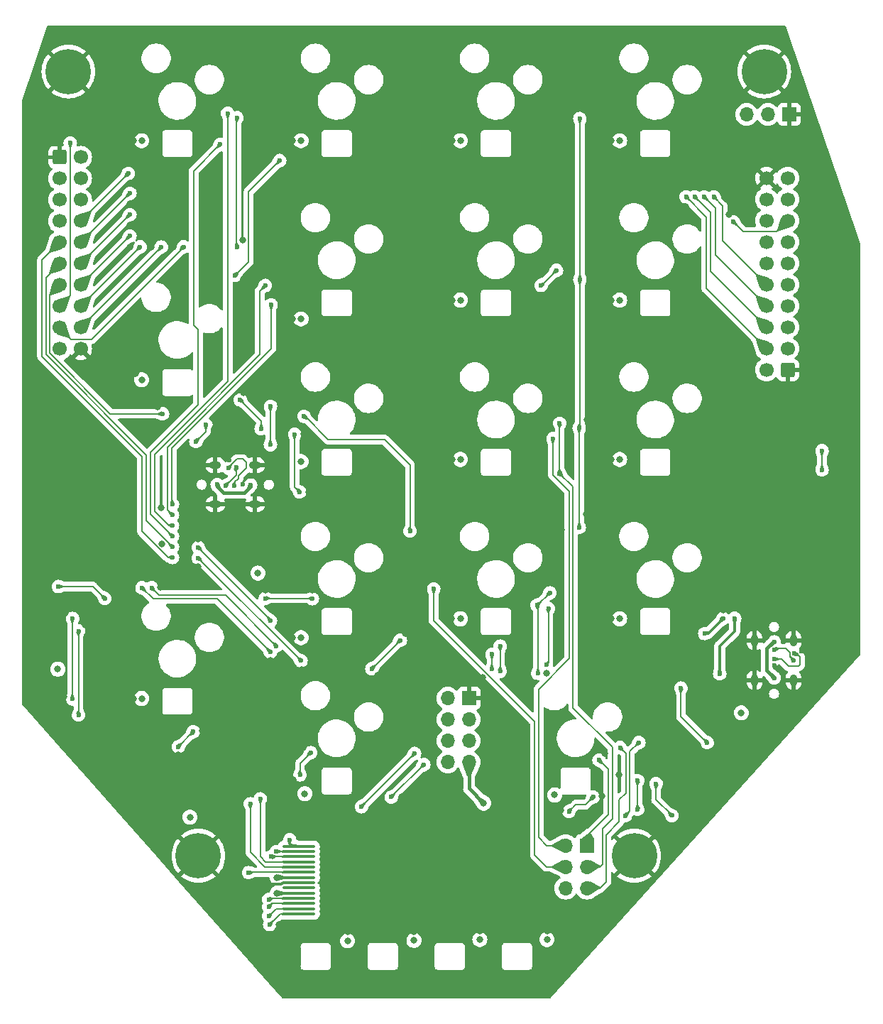
<source format=gbr>
%TF.GenerationSoftware,KiCad,Pcbnew,7.0.7-7.0.7~ubuntu20.04.1*%
%TF.CreationDate,2023-08-30T21:57:55-07:00*%
%TF.ProjectId,v2_controller,76325f63-6f6e-4747-926f-6c6c65722e6b,rev?*%
%TF.SameCoordinates,Original*%
%TF.FileFunction,Copper,L4,Bot*%
%TF.FilePolarity,Positive*%
%FSLAX46Y46*%
G04 Gerber Fmt 4.6, Leading zero omitted, Abs format (unit mm)*
G04 Created by KiCad (PCBNEW 7.0.7-7.0.7~ubuntu20.04.1) date 2023-08-30 21:57:55*
%MOMM*%
%LPD*%
G01*
G04 APERTURE LIST*
G04 Aperture macros list*
%AMRoundRect*
0 Rectangle with rounded corners*
0 $1 Rounding radius*
0 $2 $3 $4 $5 $6 $7 $8 $9 X,Y pos of 4 corners*
0 Add a 4 corners polygon primitive as box body*
4,1,4,$2,$3,$4,$5,$6,$7,$8,$9,$2,$3,0*
0 Add four circle primitives for the rounded corners*
1,1,$1+$1,$2,$3*
1,1,$1+$1,$4,$5*
1,1,$1+$1,$6,$7*
1,1,$1+$1,$8,$9*
0 Add four rect primitives between the rounded corners*
20,1,$1+$1,$2,$3,$4,$5,0*
20,1,$1+$1,$4,$5,$6,$7,0*
20,1,$1+$1,$6,$7,$8,$9,0*
20,1,$1+$1,$8,$9,$2,$3,0*%
G04 Aperture macros list end*
%TA.AperFunction,ComponentPad*%
%ADD10O,1.400000X0.900000*%
%TD*%
%TA.AperFunction,ComponentPad*%
%ADD11O,0.900000X1.400000*%
%TD*%
%TA.AperFunction,ComponentPad*%
%ADD12RoundRect,0.250000X0.600000X0.600000X-0.600000X0.600000X-0.600000X-0.600000X0.600000X-0.600000X0*%
%TD*%
%TA.AperFunction,ComponentPad*%
%ADD13C,1.700000*%
%TD*%
%TA.AperFunction,ComponentPad*%
%ADD14RoundRect,0.250000X-0.600000X-0.600000X0.600000X-0.600000X0.600000X0.600000X-0.600000X0.600000X0*%
%TD*%
%TA.AperFunction,ComponentPad*%
%ADD15C,0.800000*%
%TD*%
%TA.AperFunction,ComponentPad*%
%ADD16C,5.400000*%
%TD*%
%TA.AperFunction,ComponentPad*%
%ADD17R,1.700000X1.700000*%
%TD*%
%TA.AperFunction,ComponentPad*%
%ADD18O,1.700000X1.700000*%
%TD*%
%TA.AperFunction,SMDPad,CuDef*%
%ADD19O,4.000000X0.320000*%
%TD*%
%TA.AperFunction,ViaPad*%
%ADD20C,0.800000*%
%TD*%
%TA.AperFunction,ViaPad*%
%ADD21C,0.600000*%
%TD*%
%TA.AperFunction,Conductor*%
%ADD22C,0.320000*%
%TD*%
%TA.AperFunction,Conductor*%
%ADD23C,0.400000*%
%TD*%
%TA.AperFunction,Conductor*%
%ADD24C,0.150000*%
%TD*%
%TA.AperFunction,Conductor*%
%ADD25C,0.300000*%
%TD*%
G04 APERTURE END LIST*
D10*
%TO.P,J1,S1,SHIELD*%
%TO.N,GND*%
X66030000Y-96070000D03*
X70770000Y-96070000D03*
X66030000Y-91430000D03*
X70770000Y-91430000D03*
%TD*%
D11*
%TO.P,J2,S1,SHIELD*%
%TO.N,GND*%
X134992000Y-117068000D03*
X134992000Y-112328000D03*
X130352000Y-117068000D03*
X130352000Y-112328000D03*
%TD*%
D12*
%TO.P,J3,1,Pin_1*%
%TO.N,GND*%
X134300000Y-80060000D03*
D13*
%TO.P,J3,2,Pin_2*%
%TO.N,+5V*%
X131760000Y-80060000D03*
%TO.P,J3,3,Pin_3*%
%TO.N,/ESP32/ROW5*%
X134300000Y-77520000D03*
%TO.P,J3,4,Pin_4*%
%TO.N,/ESP32/COL7*%
X131760000Y-77520000D03*
%TO.P,J3,5,Pin_5*%
%TO.N,/ESP32/ROW4*%
X134300000Y-74980000D03*
%TO.P,J3,6,Pin_6*%
%TO.N,/ESP32/COL6*%
X131760000Y-74980000D03*
%TO.P,J3,7,Pin_7*%
%TO.N,/ESP32/ROW3*%
X134300000Y-72440000D03*
%TO.P,J3,8,Pin_8*%
%TO.N,/ESP32/COL5*%
X131760000Y-72440000D03*
%TO.P,J3,9,Pin_9*%
%TO.N,/ESP32/ROW2*%
X134300000Y-69900000D03*
%TO.P,J3,10,Pin_10*%
%TO.N,/ESP32/COL4*%
X131760000Y-69900000D03*
%TO.P,J3,11,Pin_11*%
%TO.N,/ESP32/ROW1*%
X134300000Y-67360000D03*
%TO.P,J3,12,Pin_12*%
%TO.N,/ESP32/COL3*%
X131760000Y-67360000D03*
%TO.P,J3,13,Pin_13*%
%TO.N,/ESP32/ROW0*%
X134300000Y-64820000D03*
%TO.P,J3,14,Pin_14*%
%TO.N,/ESP32/COL2*%
X131760000Y-64820000D03*
%TO.P,J3,15,Pin_15*%
%TO.N,/ESP32/LED_LEFT_DIN*%
X134300000Y-62280000D03*
%TO.P,J3,16,Pin_16*%
%TO.N,/ESP32/COL1*%
X131760000Y-62280000D03*
%TO.P,J3,17,Pin_17*%
%TO.N,unconnected-(J3-Pin_17-Pad17)*%
X134300000Y-59740000D03*
%TO.P,J3,18,Pin_18*%
%TO.N,/ESP32/COL0*%
X131760000Y-59740000D03*
%TO.P,J3,19,Pin_19*%
%TO.N,unconnected-(J3-Pin_19-Pad19)*%
X134300000Y-57200000D03*
%TO.P,J3,20,Pin_20*%
%TO.N,GND*%
X131760000Y-57200000D03*
%TD*%
D14*
%TO.P,J4,1,Pin_1*%
%TO.N,GND*%
X47429600Y-54718400D03*
D13*
%TO.P,J4,2,Pin_2*%
%TO.N,+5V*%
X49969600Y-54718400D03*
%TO.P,J4,3,Pin_3*%
%TO.N,/ESP32/ROW11*%
X47429600Y-57258400D03*
%TO.P,J4,4,Pin_4*%
%TO.N,/ESP32/COL0*%
X49969600Y-57258400D03*
%TO.P,J4,5,Pin_5*%
%TO.N,/ESP32/ROW10*%
X47429600Y-59798400D03*
%TO.P,J4,6,Pin_6*%
%TO.N,/ESP32/COL1*%
X49969600Y-59798400D03*
%TO.P,J4,7,Pin_7*%
%TO.N,/ESP32/ROW9*%
X47429600Y-62338400D03*
%TO.P,J4,8,Pin_8*%
%TO.N,/ESP32/COL2*%
X49969600Y-62338400D03*
%TO.P,J4,9,Pin_9*%
%TO.N,/ESP32/ROW8*%
X47429600Y-64878400D03*
%TO.P,J4,10,Pin_10*%
%TO.N,/ESP32/COL3*%
X49969600Y-64878400D03*
%TO.P,J4,11,Pin_11*%
%TO.N,/ESP32/ROW7*%
X47429600Y-67418400D03*
%TO.P,J4,12,Pin_12*%
%TO.N,/ESP32/COL4*%
X49969600Y-67418400D03*
%TO.P,J4,13,Pin_13*%
%TO.N,/ESP32/ROW6*%
X47429600Y-69958400D03*
%TO.P,J4,14,Pin_14*%
%TO.N,/ESP32/COL5*%
X49969600Y-69958400D03*
%TO.P,J4,15,Pin_15*%
%TO.N,/ESP32/LED_RIGHT_DIN*%
X47429600Y-72498400D03*
%TO.P,J4,16,Pin_16*%
%TO.N,/ESP32/COL6*%
X49969600Y-72498400D03*
%TO.P,J4,17,Pin_17*%
%TO.N,/ESP32/LED_LEFT_DIN*%
X47429600Y-75038400D03*
%TO.P,J4,18,Pin_18*%
%TO.N,/ESP32/COL7*%
X49969600Y-75038400D03*
%TO.P,J4,19,Pin_19*%
%TO.N,unconnected-(J4-Pin_19-Pad19)*%
X47429600Y-77578400D03*
%TO.P,J4,20,Pin_20*%
%TO.N,GND*%
X49969600Y-77578400D03*
%TD*%
D15*
%TO.P,H2,1,1*%
%TO.N,GND*%
X129475000Y-44500000D03*
X130068109Y-43068109D03*
X130068109Y-45931891D03*
X131500000Y-42475000D03*
D16*
X131500000Y-44500000D03*
D15*
X131500000Y-46525000D03*
X132931891Y-43068109D03*
X132931891Y-45931891D03*
X133525000Y-44500000D03*
%TD*%
%TO.P,H4,1,1*%
%TO.N,GND*%
X113975000Y-138000000D03*
X114568109Y-136568109D03*
X114568109Y-139431891D03*
X116000000Y-135975000D03*
D16*
X116000000Y-138000000D03*
D15*
X116000000Y-140025000D03*
X117431891Y-136568109D03*
X117431891Y-139431891D03*
X118025000Y-138000000D03*
%TD*%
D17*
%TO.P,J7,1,Pin_1*%
%TO.N,GND*%
X134480000Y-49600000D03*
D18*
%TO.P,J7,2,Pin_2*%
%TO.N,/ESP32/CHIP_PU*%
X131940000Y-49600000D03*
%TO.P,J7,3,Pin_3*%
%TO.N,/ESP32/GPIO0*%
X129400000Y-49600000D03*
%TD*%
D15*
%TO.P,H3,1,1*%
%TO.N,GND*%
X61975000Y-138000000D03*
X62568109Y-136568109D03*
X62568109Y-139431891D03*
X64000000Y-135975000D03*
D16*
X64000000Y-138000000D03*
D15*
X64000000Y-140025000D03*
X65431891Y-136568109D03*
X65431891Y-139431891D03*
X66025000Y-138000000D03*
%TD*%
D17*
%TO.P,J6,1,Pin_1*%
%TO.N,/ESP32/COL10*%
X110363000Y-136779000D03*
D18*
%TO.P,J6,2,Pin_2*%
%TO.N,/ESP32/ROW4*%
X107823000Y-136779000D03*
%TO.P,J6,3,Pin_3*%
%TO.N,/ESP32/ROW5*%
X110363000Y-139319000D03*
%TO.P,J6,4,Pin_4*%
%TO.N,/ESP32/ROW6*%
X107823000Y-139319000D03*
%TO.P,J6,5,Pin_5*%
%TO.N,/ESP32/ROW7*%
X110363000Y-141859000D03*
%TO.P,J6,6,Pin_6*%
%TO.N,/ESP32/ROW8*%
X107823000Y-141859000D03*
%TD*%
D15*
%TO.P,H1,1,1*%
%TO.N,GND*%
X46475000Y-44500000D03*
X47068109Y-43068109D03*
X47068109Y-45931891D03*
X48500000Y-42475000D03*
D16*
X48500000Y-44500000D03*
D15*
X48500000Y-46525000D03*
X49931891Y-43068109D03*
X49931891Y-45931891D03*
X50525000Y-44500000D03*
%TD*%
D17*
%TO.P,J5,1,Pin_1*%
%TO.N,GND*%
X96290000Y-119200000D03*
D18*
%TO.P,J5,2,Pin_2*%
%TO.N,+5V*%
X93750000Y-119200000D03*
%TO.P,J5,3,Pin_3*%
%TO.N,/ESP32/UART_RX*%
X96290000Y-121740000D03*
%TO.P,J5,4,Pin_4*%
%TO.N,/ESP32/SCL*%
X93750000Y-121740000D03*
%TO.P,J5,5,Pin_5*%
%TO.N,/ESP32/UART_TX*%
X96290000Y-124280000D03*
%TO.P,J5,6,Pin_6*%
%TO.N,/ESP32/SDA*%
X93750000Y-124280000D03*
%TO.P,J5,7,Pin_7*%
%TO.N,+3.3V*%
X96290000Y-126820000D03*
%TO.P,J5,8,Pin_8*%
%TO.N,unconnected-(J5-Pin_8-Pad8)*%
X93750000Y-126820000D03*
%TD*%
D19*
%TO.P,U2,1,C2P*%
%TO.N,Net-(U2-C2P)*%
X76000000Y-144930000D03*
%TO.P,U2,2,C2N*%
%TO.N,Net-(U2-C2N)*%
X76000000Y-144310000D03*
%TO.P,U2,3,C1P*%
%TO.N,Net-(U2-C1P)*%
X76000000Y-143690000D03*
%TO.P,U2,4,C1N*%
%TO.N,Net-(U2-C1N)*%
X76000000Y-143070000D03*
%TO.P,U2,5,VBAT*%
%TO.N,+3.3V*%
X76000000Y-142450000D03*
%TO.P,U2,6,VBREF*%
%TO.N,unconnected-(U2-VBREF-Pad6)*%
X76000000Y-141830000D03*
%TO.P,U2,7,VSS*%
%TO.N,GND*%
X76000000Y-141210000D03*
%TO.P,U2,8,VDD*%
%TO.N,+3.3V*%
X76000000Y-140590000D03*
%TO.P,U2,9,RES#*%
%TO.N,/ESP32/OLED_RST*%
X76000000Y-139970000D03*
%TO.P,U2,10,SCL*%
%TO.N,/ESP32/SCL*%
X76000000Y-139350000D03*
%TO.P,U2,11,SDA*%
%TO.N,/ESP32/SDA*%
X76000000Y-138730000D03*
%TO.P,U2,12,IREF*%
%TO.N,Net-(U2-IREF)*%
X76000000Y-138110000D03*
%TO.P,U2,13,VCOMH*%
%TO.N,Net-(U2-VCOMH)*%
X76000000Y-137490000D03*
%TO.P,U2,14,VCC*%
%TO.N,Net-(U2-VCC)*%
X76000000Y-136870000D03*
%TD*%
D20*
%TO.N,GND*%
X65250000Y-118000000D03*
X115200000Y-124300000D03*
X59600000Y-96500000D03*
X59607325Y-100792675D03*
X110400000Y-86000000D03*
X44500000Y-84500000D03*
X82250000Y-151750000D03*
X89720000Y-147090000D03*
X84700000Y-90330000D03*
X126000000Y-87000000D03*
X110500000Y-53800000D03*
X69400000Y-82800000D03*
X100500000Y-80700000D03*
X75250000Y-74000000D03*
X94250000Y-71750000D03*
X108100000Y-75000000D03*
X64300000Y-97700000D03*
X115200000Y-49700000D03*
X109700000Y-119700000D03*
X86400000Y-49500000D03*
X90900000Y-106300000D03*
X105500000Y-116200000D03*
X48400000Y-122100000D03*
X129100000Y-81000000D03*
X112500000Y-125800000D03*
X71300000Y-142200000D03*
X74200000Y-151800000D03*
X56500000Y-80500000D03*
X110400000Y-105000000D03*
X48000000Y-119000000D03*
X58400000Y-65400000D03*
X107200000Y-132600000D03*
X94250000Y-90750000D03*
X72700000Y-136200000D03*
X122250000Y-108500000D03*
X107300000Y-99100000D03*
X100400000Y-125600000D03*
X110000000Y-49100000D03*
X114200000Y-128300000D03*
X45844000Y-111057000D03*
X102750000Y-130500000D03*
D21*
X67700000Y-90800000D03*
D20*
X122750000Y-71250000D03*
X117100000Y-118600000D03*
X86000000Y-99400000D03*
X84750000Y-109250000D03*
X77600000Y-106300000D03*
X55837000Y-57800000D03*
X90000000Y-67300000D03*
X133800000Y-92600000D03*
X113250000Y-52750000D03*
X61600000Y-126000000D03*
X69000000Y-131700000D03*
X64000000Y-100200000D03*
X88300000Y-131000000D03*
X108200000Y-68500000D03*
X48350000Y-102650000D03*
X56250000Y-52750000D03*
X69600000Y-49200000D03*
X74250000Y-91250000D03*
X57850000Y-102600000D03*
X71400000Y-84400000D03*
X108400000Y-53800000D03*
X75250000Y-112000000D03*
X65250000Y-80000000D03*
D21*
X68281000Y-96587000D03*
D20*
X88700000Y-111500000D03*
X55837000Y-60300000D03*
X118700000Y-63600000D03*
X97930000Y-116760000D03*
X76600000Y-87700000D03*
X122100000Y-60600000D03*
X55837000Y-62800000D03*
X69400000Y-69200000D03*
X73100000Y-71100000D03*
X71900000Y-130200000D03*
X98250000Y-151750000D03*
X97580000Y-146990497D03*
X50500000Y-110500000D03*
X94250000Y-52750000D03*
X64250000Y-90750000D03*
X107000000Y-108200000D03*
X105500000Y-86600000D03*
X127300000Y-61500000D03*
X72700000Y-54600000D03*
X112100000Y-130900000D03*
X110600000Y-75000000D03*
X58000000Y-88450000D03*
D21*
X132709000Y-115340000D03*
D20*
X94200000Y-109700000D03*
X118100000Y-114000000D03*
X84750000Y-128250000D03*
X113250000Y-71750000D03*
X72000000Y-106300000D03*
X128900000Y-119000000D03*
X103500000Y-109250000D03*
X76500000Y-125100000D03*
X108400000Y-86000000D03*
X84750000Y-52250000D03*
X75300000Y-128900000D03*
X48156000Y-109000000D03*
X110300000Y-97300000D03*
X76300000Y-115800000D03*
D21*
X69326010Y-93743219D03*
D20*
X103750000Y-52250000D03*
D21*
X135919000Y-113600000D03*
D20*
X109700000Y-110400000D03*
X108200000Y-61800000D03*
X108100000Y-91800000D03*
X136600000Y-109800000D03*
X81500000Y-62200000D03*
X118600000Y-122400000D03*
X85100000Y-132500000D03*
X101100000Y-115500000D03*
X103750000Y-71250000D03*
X71500000Y-88500000D03*
X65743000Y-52280000D03*
X124900000Y-117300000D03*
X90250000Y-151750000D03*
X84750000Y-71250000D03*
X133800000Y-87000000D03*
X44280000Y-108414000D03*
X57100000Y-64100000D03*
X85400000Y-116500000D03*
X104700000Y-106200000D03*
X69300000Y-64600000D03*
X56250000Y-119250000D03*
X77200000Y-94600000D03*
X126576000Y-108668000D03*
X59100000Y-84500000D03*
X73600000Y-146200000D03*
X65500000Y-65400000D03*
X88200000Y-115700000D03*
X64500000Y-123100000D03*
X105600983Y-146990557D03*
X52200000Y-88450000D03*
X70300000Y-144700000D03*
X122750000Y-90250000D03*
X61000000Y-65400000D03*
X113250000Y-90750000D03*
X98800000Y-132700000D03*
X81800000Y-147050000D03*
X129690000Y-114713000D03*
X64000000Y-103500000D03*
X65900000Y-87100000D03*
X59500000Y-106000000D03*
X55837000Y-65400000D03*
X103750000Y-90250000D03*
X106000000Y-94100000D03*
X72600000Y-114700000D03*
X75250000Y-52750000D03*
X88000000Y-87000000D03*
X122750000Y-52250000D03*
X110500000Y-68500000D03*
X113250000Y-109750000D03*
X81500000Y-81000000D03*
%TO.N,+3.3V*%
X73400000Y-140590000D03*
X98030000Y-131730000D03*
X73400000Y-142468500D03*
D21*
%TO.N,Net-(U2-VCC)*%
X74900000Y-136100000D03*
%TO.N,Net-(U2-VCOMH)*%
X73300000Y-137490000D03*
%TO.N,Net-(U2-C1N)*%
X72400000Y-143200000D03*
%TO.N,Net-(U2-C1P)*%
X72400000Y-144100000D03*
%TO.N,Net-(U2-C2N)*%
X72400000Y-145200000D03*
%TO.N,Net-(U2-C2P)*%
X72500000Y-146200000D03*
D20*
%TO.N,+5V*%
X57250000Y-81250000D03*
X63000000Y-133400000D03*
X71100000Y-104300000D03*
X128759000Y-120956000D03*
X76700000Y-130598500D03*
X95250000Y-90750000D03*
X76250000Y-91000000D03*
X89720000Y-148090000D03*
X95250000Y-52750000D03*
X95250000Y-109750000D03*
X76250000Y-112000000D03*
X97580000Y-147990000D03*
X114250000Y-52750000D03*
X57250000Y-119250000D03*
X76250000Y-52750000D03*
X114250000Y-90750000D03*
X114250000Y-71750000D03*
X47238000Y-115750000D03*
X106500000Y-130750000D03*
X76250000Y-74000000D03*
X57250000Y-52750000D03*
X81800000Y-148140000D03*
X114250000Y-109750000D03*
X95250000Y-71750000D03*
X105590000Y-147990000D03*
D21*
%TO.N,/ESP32/CHIP_PU*%
X47300000Y-105900000D03*
X138400000Y-92000000D03*
X138400000Y-89700000D03*
X52834500Y-107315000D03*
X116400000Y-132475500D03*
X116400000Y-129040000D03*
%TO.N,/LEDs/LED_NP_MAIN_DIN*%
X108209500Y-132709500D03*
X111100000Y-131000000D03*
%TO.N,Net-(D2-DOUT)*%
X84700000Y-115700000D03*
X88100000Y-112300000D03*
X77400000Y-125700000D03*
X76120000Y-128350000D03*
%TO.N,Net-(D10-DIN)*%
X72610000Y-84411000D03*
X72600000Y-89000000D03*
%TO.N,Net-(D13-DOUT)*%
X73700000Y-55100000D03*
X68400000Y-68780000D03*
%TO.N,/ESP32/LED_LEFT_DIN*%
X62230500Y-65404500D03*
X127800000Y-62400000D03*
%TO.N,/ESP32/COL8*%
X105750000Y-108500000D03*
X109500000Y-69300000D03*
X77600000Y-107348500D03*
X109420000Y-86995000D03*
X109440000Y-98840000D03*
X72000000Y-107300000D03*
X109500000Y-50100000D03*
X105500000Y-115250000D03*
%TO.N,/ESP32/COL9*%
X69000000Y-83649000D03*
X75500000Y-87750000D03*
X76085000Y-94620000D03*
X71500000Y-87084500D03*
X68600000Y-50000000D03*
X68610000Y-65400000D03*
%TO.N,/ESP32/ROW0*%
X66620000Y-53169000D03*
X60917000Y-99905000D03*
%TO.N,/ESP32/ROW1*%
X60917000Y-98635000D03*
X67500000Y-49480000D03*
%TO.N,/ESP32/ROW2*%
X72000000Y-70000000D03*
X60917000Y-97365000D03*
%TO.N,/ESP32/COL2*%
X55646500Y-56661500D03*
%TO.N,/ESP32/ROW3*%
X104893400Y-70000000D03*
X106720000Y-68200000D03*
X60917000Y-96095000D03*
X72680000Y-72300000D03*
%TO.N,/ESP32/COL3*%
X55837000Y-59011000D03*
%TO.N,/ESP32/ROW4*%
X64897000Y-86614000D03*
X106299000Y-88265000D03*
X63711000Y-88602000D03*
%TO.N,/ESP32/COL4*%
X55837000Y-61551000D03*
X125476000Y-59436000D03*
%TO.N,/ESP32/ROW5*%
X107100000Y-86447000D03*
X107100000Y-92400000D03*
%TO.N,/ESP32/COL5*%
X124333000Y-59436000D03*
X55837000Y-64091000D03*
%TO.N,/ESP32/COL6*%
X57063000Y-65405000D03*
X123194299Y-59431701D03*
%TO.N,/ESP32/LED_RIGHT_DIN*%
X48725000Y-53026000D03*
%TO.N,/ESP32/COL7*%
X122174000Y-59436000D03*
X59583500Y-65424500D03*
%TO.N,/ESP32/ROW6*%
X76600000Y-85600000D03*
X59730000Y-85300000D03*
X89238000Y-99270000D03*
X92075000Y-106172000D03*
%TO.N,/ESP32/ROW7*%
X104410000Y-108124500D03*
X72600000Y-110000000D03*
X114300000Y-125100000D03*
X64000000Y-101250000D03*
X104500000Y-116250000D03*
X105940000Y-106650000D03*
X60917000Y-101175000D03*
%TO.N,/ESP32/ROW8*%
X76250000Y-114750000D03*
X64000000Y-102500000D03*
X116560000Y-124500000D03*
X114935000Y-133223000D03*
X60917000Y-102445000D03*
%TO.N,Net-(J1-D+-PadA6)*%
X68250000Y-93900000D03*
X67601500Y-91800000D03*
%TO.N,Net-(J1-D--PadA7)*%
X68500000Y-91700000D03*
X67242000Y-93900000D03*
%TO.N,Net-(J2-D+-PadA6)*%
X135122762Y-113902500D03*
X132700000Y-114522500D03*
%TO.N,Net-(J2-D--PadA7)*%
X132700000Y-113400000D03*
X135009000Y-114700000D03*
%TO.N,Net-(U2-IREF)*%
X72700000Y-138100000D03*
%TO.N,Net-(U7-VBUS)*%
X124400000Y-111500000D03*
X126576000Y-109684000D03*
%TO.N,/ESP32/UART_RX*%
X99000000Y-115750000D03*
X99031233Y-113968767D03*
X57277000Y-106045500D03*
X72600000Y-113700000D03*
%TO.N,/ESP32/SCL*%
X83450000Y-132150000D03*
X89800000Y-125800000D03*
X70200000Y-131800000D03*
%TO.N,/ESP32/COL10*%
X111800000Y-126600000D03*
%TO.N,/ESP32/UART_TX*%
X100000000Y-113000000D03*
X58430000Y-106030000D03*
X100000000Y-116000000D03*
X73300000Y-113000000D03*
%TO.N,/ESP32/SDA*%
X63400000Y-123200000D03*
X87006250Y-131006250D03*
X90900000Y-127130000D03*
X71400000Y-131200000D03*
X61600000Y-125000000D03*
%TO.N,/ESP32/UART_RTS*%
X121571000Y-118006000D03*
X124700000Y-124500000D03*
%TO.N,/ESP32/OLED_RST*%
X49700000Y-121200000D03*
X70005000Y-140010000D03*
X49700000Y-111200000D03*
%TO.N,/ESP32/GPIO0*%
X118600000Y-129400000D03*
X120480000Y-133200000D03*
%TO.N,/ESP32/LED_DIN_3V3*%
X49000000Y-109700000D03*
X49000000Y-119300000D03*
%TO.N,/USB/USB_VBUS*%
X70240000Y-93800000D03*
X66250000Y-93726000D03*
%TO.N,/USB/UART_USB_VBUS*%
X132700000Y-112500000D03*
X132700000Y-116800000D03*
X127973000Y-109684000D03*
X126195000Y-116288000D03*
%TD*%
D22*
%TO.N,GND*%
X76000000Y-141210000D02*
X74090000Y-141210000D01*
X74090000Y-141210000D02*
X73900000Y-141400000D01*
X72100000Y-141400000D02*
X71300000Y-142200000D01*
X73900000Y-141400000D02*
X72100000Y-141400000D01*
%TO.N,+3.3V*%
X73418500Y-142450000D02*
X76000000Y-142450000D01*
D23*
X98030000Y-131730000D02*
X96290000Y-129990000D01*
D22*
X73400000Y-140590000D02*
X76000000Y-140590000D01*
D23*
X96290000Y-129990000D02*
X96290000Y-126820000D01*
D22*
X73400000Y-142468500D02*
X73418500Y-142450000D01*
D24*
%TO.N,Net-(U2-VCC)*%
X74970000Y-136870000D02*
X74900000Y-136800000D01*
X74900000Y-136800000D02*
X74900000Y-136100000D01*
X76000000Y-136870000D02*
X74970000Y-136870000D01*
%TO.N,Net-(U2-VCOMH)*%
X73300000Y-137490000D02*
X76000000Y-137490000D01*
%TO.N,Net-(U2-C1N)*%
X72530000Y-143070000D02*
X72400000Y-143200000D01*
X76000000Y-143070000D02*
X72530000Y-143070000D01*
%TO.N,Net-(U2-C1P)*%
X72810000Y-143690000D02*
X72400000Y-144100000D01*
X76000000Y-143690000D02*
X72810000Y-143690000D01*
%TO.N,Net-(U2-C2N)*%
X73290000Y-144310000D02*
X72400000Y-145200000D01*
X76000000Y-144310000D02*
X73290000Y-144310000D01*
%TO.N,Net-(U2-C2P)*%
X76000000Y-144930000D02*
X73770000Y-144930000D01*
X73770000Y-144930000D02*
X72500000Y-146200000D01*
%TO.N,/ESP32/CHIP_PU*%
X52834500Y-107315000D02*
X51419500Y-105900000D01*
X51419500Y-105900000D02*
X47300000Y-105900000D01*
X116400000Y-132475500D02*
X116400000Y-129040000D01*
X138400000Y-89700000D02*
X138400000Y-92000000D01*
%TO.N,/LEDs/LED_NP_MAIN_DIN*%
X111100000Y-131000000D02*
X110200000Y-131900000D01*
X110200000Y-131900000D02*
X109019000Y-131900000D01*
X109019000Y-131900000D02*
X108209500Y-132709500D01*
%TO.N,Net-(D2-DOUT)*%
X76120000Y-126980000D02*
X76120000Y-128350000D01*
X84700000Y-115700000D02*
X88100000Y-112300000D01*
X77400000Y-125700000D02*
X76120000Y-126980000D01*
%TO.N,Net-(D10-DIN)*%
X72610000Y-84411000D02*
X72600000Y-84421000D01*
X72600000Y-84421000D02*
X72600000Y-89000000D01*
%TO.N,Net-(D13-DOUT)*%
X73700000Y-55118000D02*
X70000000Y-58818000D01*
X70000000Y-58818000D02*
X70000000Y-67180000D01*
X70000000Y-67180000D02*
X68400000Y-68780000D01*
X73700000Y-55100000D02*
X73700000Y-55118000D01*
%TO.N,/ESP32/LED_LEFT_DIN*%
X129000000Y-63600000D02*
X132980000Y-63600000D01*
X51138000Y-76410000D02*
X51131400Y-76403400D01*
X62230500Y-65404500D02*
X51225000Y-76410000D01*
X48794600Y-76403400D02*
X47429600Y-75038400D01*
X51225000Y-76410000D02*
X51138000Y-76410000D01*
X51131400Y-76403400D02*
X48794600Y-76403400D01*
X127800000Y-62400000D02*
X129000000Y-63600000D01*
X132980000Y-63600000D02*
X134300000Y-62280000D01*
%TO.N,/ESP32/COL8*%
X109500000Y-69300000D02*
X109500000Y-86915000D01*
X109500000Y-86915000D02*
X109420000Y-86995000D01*
X105750000Y-108500000D02*
X105750000Y-115000000D01*
X105750000Y-115000000D02*
X105500000Y-115250000D01*
X109500000Y-69300000D02*
X109500000Y-50100000D01*
X109420000Y-88300000D02*
X109440000Y-88320000D01*
X109420000Y-86995000D02*
X109420000Y-88300000D01*
X72000000Y-107300000D02*
X77551500Y-107300000D01*
X109440000Y-88320000D02*
X109440000Y-98840000D01*
X77551500Y-107300000D02*
X77600000Y-107348500D01*
%TO.N,/ESP32/COL9*%
X68560000Y-65350000D02*
X68610000Y-65400000D01*
X75500000Y-94035000D02*
X76085000Y-94620000D01*
X71500000Y-86149000D02*
X69000000Y-83649000D01*
X75500000Y-87750000D02*
X75500000Y-94035000D01*
X68560000Y-50040000D02*
X68560000Y-65350000D01*
X71500000Y-87084500D02*
X71500000Y-86149000D01*
X68600000Y-50000000D02*
X68560000Y-50040000D01*
%TO.N,/ESP32/ROW0*%
X63435000Y-74736650D02*
X63966704Y-75268354D01*
X63966704Y-84253296D02*
X58300000Y-89920000D01*
X66620000Y-53169000D02*
X66620000Y-53181000D01*
X58300000Y-89920000D02*
X58300000Y-97288000D01*
X63435000Y-56366000D02*
X63435000Y-74736650D01*
X58300000Y-97288000D02*
X60917000Y-99905000D01*
X66620000Y-53181000D02*
X63435000Y-56366000D01*
X63966704Y-75268354D02*
X63966704Y-84253296D01*
%TO.N,/ESP32/ROW1*%
X58800000Y-90129805D02*
X67500000Y-81429805D01*
X60535000Y-98635000D02*
X58800000Y-96900000D01*
X67500000Y-81429805D02*
X67500000Y-49480000D01*
X58800000Y-96900000D02*
X58800000Y-90129805D01*
X60917000Y-98635000D02*
X60535000Y-98635000D01*
%TO.N,/ESP32/ROW2*%
X71330000Y-70670000D02*
X71330000Y-78236201D01*
X71330000Y-78236201D02*
X60300000Y-89266201D01*
X72000000Y-70000000D02*
X71330000Y-70670000D01*
X60300000Y-89266201D02*
X60300000Y-96748000D01*
X60300000Y-96748000D02*
X60917000Y-97365000D01*
%TO.N,/ESP32/COL2*%
X55646500Y-56661500D02*
X49969600Y-62338400D01*
%TO.N,/ESP32/ROW3*%
X60917000Y-96095000D02*
X60833000Y-96011000D01*
X60833000Y-89369597D02*
X72680000Y-77522597D01*
X104893400Y-70000000D02*
X104920000Y-70000000D01*
X72680000Y-77522597D02*
X72680000Y-72300000D01*
X60833000Y-96011000D02*
X60833000Y-89369597D01*
X104920000Y-70000000D02*
X106720000Y-68200000D01*
%TO.N,/ESP32/COL3*%
X55837000Y-59011000D02*
X49969600Y-64878400D01*
%TO.N,/ESP32/ROW4*%
X105554000Y-136779000D02*
X107823000Y-136779000D01*
X108245000Y-94520305D02*
X108245000Y-114483350D01*
X104585000Y-135810000D02*
X105554000Y-136779000D01*
X106299000Y-92574305D02*
X108245000Y-94520305D01*
X108245000Y-114483350D02*
X104585000Y-118143350D01*
X104585000Y-118143350D02*
X104585000Y-135810000D01*
X64897000Y-86614000D02*
X64897000Y-87416000D01*
X106299000Y-88265000D02*
X106299000Y-92574305D01*
X64897000Y-87416000D02*
X63711000Y-88602000D01*
%TO.N,/ESP32/COL4*%
X126532701Y-64672701D02*
X131760000Y-69900000D01*
X49969600Y-67418400D02*
X55837000Y-61551000D01*
X125476000Y-59436000D02*
X126532701Y-60492701D01*
X126532701Y-60492701D02*
X126532701Y-64672701D01*
%TO.N,/ESP32/ROW5*%
X107100000Y-92400000D02*
X107100000Y-86447000D01*
X108695000Y-93995000D02*
X108695000Y-120344869D01*
X107100000Y-92400000D02*
X108695000Y-93995000D01*
X112199000Y-134801000D02*
X112199000Y-139006000D01*
X113400000Y-125049869D02*
X113400000Y-133600000D01*
X108695000Y-120344869D02*
X113400000Y-125049869D01*
X112199000Y-139006000D02*
X111886000Y-139319000D01*
X113400000Y-133600000D02*
X112199000Y-134801000D01*
X111886000Y-139319000D02*
X110363000Y-139319000D01*
%TO.N,/ESP32/COL5*%
X55837000Y-64091000D02*
X49969600Y-69958400D01*
X125672000Y-66352000D02*
X131760000Y-72440000D01*
X124333000Y-59436000D02*
X125672000Y-60775000D01*
X125672000Y-60775000D02*
X125672000Y-66352000D01*
%TO.N,/ESP32/COL6*%
X123194299Y-59431701D02*
X125052000Y-61289402D01*
X125052000Y-68272000D02*
X131760000Y-74980000D01*
X57063000Y-65405000D02*
X49969600Y-72498400D01*
X125052000Y-61289402D02*
X125052000Y-68272000D01*
%TO.N,/ESP32/LED_RIGHT_DIN*%
X48725000Y-71203000D02*
X47429600Y-72498400D01*
X48725000Y-53026000D02*
X48725000Y-71203000D01*
%TO.N,/ESP32/COL7*%
X122174000Y-59436000D02*
X124602000Y-61864000D01*
X124602000Y-70362000D02*
X131760000Y-77520000D01*
X59583500Y-65424500D02*
X49969600Y-75038400D01*
X124602000Y-61864000D02*
X124602000Y-70362000D01*
%TO.N,/ESP32/ROW6*%
X79479900Y-88368900D02*
X86219031Y-88368900D01*
X92075000Y-106172000D02*
X92075000Y-109950000D01*
X105554000Y-139319000D02*
X107823000Y-139319000D01*
X46254600Y-78065101D02*
X46254600Y-71133400D01*
X104135000Y-122010000D02*
X104135000Y-137900000D01*
X92075000Y-109950000D02*
X104135000Y-122010000D01*
X104135000Y-137900000D02*
X105554000Y-139319000D01*
X76600000Y-85600000D02*
X76711000Y-85600000D01*
X86219031Y-88368900D02*
X89238000Y-91387869D01*
X89238000Y-91387869D02*
X89238000Y-99270000D01*
X46254600Y-71133400D02*
X47429600Y-69958400D01*
X53489499Y-85300000D02*
X46254600Y-78065101D01*
X59730000Y-85300000D02*
X53489499Y-85300000D01*
X76711000Y-85600000D02*
X79479900Y-88368900D01*
%TO.N,/ESP32/ROW7*%
X45804600Y-69043400D02*
X47429600Y-67418400D01*
X57800000Y-90246897D02*
X45804600Y-78251497D01*
X114300000Y-125100000D02*
X115000000Y-125800000D01*
X104500000Y-116250000D02*
X104500000Y-108214500D01*
X72600000Y-109850000D02*
X64000000Y-101250000D01*
X111886000Y-141859000D02*
X110363000Y-141859000D01*
X57800000Y-98058000D02*
X57800000Y-90246897D01*
X115000000Y-125800000D02*
X115000000Y-130499999D01*
X112649000Y-135509500D02*
X112649000Y-141096000D01*
X104410000Y-108124500D02*
X104465500Y-108124500D01*
X112649000Y-141096000D02*
X111886000Y-141859000D01*
X72600000Y-110000000D02*
X72600000Y-109850000D01*
X114210000Y-131289999D02*
X114210000Y-133948500D01*
X104500000Y-108214500D02*
X104410000Y-108124500D01*
X60917000Y-101175000D02*
X57800000Y-98058000D01*
X114210000Y-133948500D02*
X112649000Y-135509500D01*
X104465500Y-108124500D02*
X105940000Y-106650000D01*
X115000000Y-130499999D02*
X114210000Y-131289999D01*
X45804600Y-78251497D02*
X45804600Y-69043400D01*
%TO.N,/ESP32/ROW8*%
X45354600Y-66953400D02*
X47429600Y-64878400D01*
X45354600Y-78437893D02*
X45354600Y-66953400D01*
X60409000Y-102445000D02*
X57300000Y-99336000D01*
X57300000Y-90383293D02*
X45354600Y-78437893D01*
X115479500Y-125580500D02*
X116560000Y-124500000D01*
X64000000Y-102500000D02*
X76250000Y-114750000D01*
X60917000Y-102445000D02*
X60409000Y-102445000D01*
X114935000Y-133223000D02*
X115479500Y-132678500D01*
X115479500Y-132678500D02*
X115479500Y-125580500D01*
X57300000Y-99336000D02*
X57300000Y-90383293D01*
%TO.N,Net-(J1-D+-PadA6)*%
X68317000Y-93483000D02*
X68800000Y-93000000D01*
X68800000Y-92700000D02*
X69700000Y-91800000D01*
X68800000Y-93000000D02*
X68800000Y-92700000D01*
X67601500Y-91698500D02*
X67601500Y-91800000D01*
X68317000Y-93900000D02*
X68317000Y-93483000D01*
X68600000Y-90700000D02*
X67601500Y-91698500D01*
X69700000Y-91800000D02*
X69700000Y-91100000D01*
X69300000Y-90700000D02*
X68600000Y-90700000D01*
X69700000Y-91100000D02*
X69300000Y-90700000D01*
%TO.N,Net-(J1-D--PadA7)*%
X68500000Y-92600000D02*
X68500000Y-91700000D01*
X67242000Y-93858000D02*
X68500000Y-92600000D01*
X67242000Y-93900000D02*
X67242000Y-93858000D01*
%TO.N,Net-(J2-D+-PadA6)*%
X135800000Y-115200000D02*
X135600000Y-115400000D01*
X135122762Y-113902500D02*
X135388500Y-113902500D01*
X135800000Y-114314000D02*
X135800000Y-115200000D01*
X134400000Y-115400000D02*
X133522500Y-114522500D01*
X135388500Y-113902500D02*
X135800000Y-114314000D01*
X135600000Y-115400000D02*
X134400000Y-115400000D01*
X133522500Y-114522500D02*
X132700000Y-114522500D01*
%TO.N,Net-(J2-D--PadA7)*%
X134572762Y-113772762D02*
X134572762Y-114263762D01*
X134572762Y-114263762D02*
X135009000Y-114700000D01*
X134100000Y-113300000D02*
X134572762Y-113772762D01*
X132800000Y-113300000D02*
X134100000Y-113300000D01*
X132700000Y-113400000D02*
X132800000Y-113300000D01*
%TO.N,Net-(U2-IREF)*%
X72710000Y-138110000D02*
X76000000Y-138110000D01*
X72700000Y-138100000D02*
X72710000Y-138110000D01*
D25*
%TO.N,Net-(U7-VBUS)*%
X124400000Y-111500000D02*
X124800000Y-111500000D01*
X126576000Y-109724000D02*
X126576000Y-109684000D01*
X124800000Y-111500000D02*
X126576000Y-109724000D01*
D24*
%TO.N,/ESP32/UART_RX*%
X58615500Y-107384000D02*
X57277000Y-106045500D01*
X99031233Y-115718767D02*
X99031233Y-113968767D01*
X72600000Y-113700000D02*
X66284000Y-107384000D01*
X66284000Y-107384000D02*
X58615500Y-107384000D01*
X99000000Y-115750000D02*
X99031233Y-115718767D01*
%TO.N,/ESP32/SCL*%
X70200000Y-131800000D02*
X70200000Y-137600000D01*
X70200000Y-137600000D02*
X71950000Y-139350000D01*
X71950000Y-139350000D02*
X76000000Y-139350000D01*
X83450000Y-132150000D02*
X89800000Y-125800000D01*
%TO.N,/ESP32/COL10*%
X112900000Y-127700000D02*
X112900000Y-133100000D01*
X112900000Y-133100000D02*
X110363000Y-135637000D01*
X111800000Y-126600000D02*
X112900000Y-127700000D01*
X110363000Y-135637000D02*
X110363000Y-136779000D01*
%TO.N,/ESP32/UART_TX*%
X59334000Y-106934000D02*
X67234000Y-106934000D01*
X58430000Y-106030000D02*
X59334000Y-106934000D01*
X100000000Y-113000000D02*
X100000000Y-116000000D01*
X67234000Y-106934000D02*
X73300000Y-113000000D01*
%TO.N,/ESP32/SDA*%
X63400000Y-123200000D02*
X61600000Y-125000000D01*
X71400000Y-131200000D02*
X71400000Y-138100000D01*
X90882500Y-127130000D02*
X90900000Y-127130000D01*
X72030000Y-138730000D02*
X76000000Y-138730000D01*
X87006250Y-131006250D02*
X90882500Y-127130000D01*
X71400000Y-138100000D02*
X72030000Y-138730000D01*
%TO.N,/ESP32/UART_RTS*%
X121571000Y-121371000D02*
X121571000Y-118006000D01*
X124700000Y-124500000D02*
X121571000Y-121371000D01*
%TO.N,/ESP32/OLED_RST*%
X49700000Y-111200000D02*
X49700000Y-121200000D01*
X70045000Y-139970000D02*
X70005000Y-140010000D01*
X76000000Y-139970000D02*
X70045000Y-139970000D01*
%TO.N,/ESP32/GPIO0*%
X118600000Y-131320000D02*
X120480000Y-133200000D01*
X118600000Y-129400000D02*
X118600000Y-131320000D01*
%TO.N,/ESP32/LED_DIN_3V3*%
X49000000Y-109700000D02*
X49000000Y-119300000D01*
D23*
%TO.N,/USB/USB_VBUS*%
X66250000Y-93969000D02*
X66250000Y-93726000D01*
X69500000Y-94700000D02*
X66981000Y-94700000D01*
X70240000Y-93960000D02*
X69500000Y-94700000D01*
X70240000Y-93800000D02*
X70240000Y-93960000D01*
X66981000Y-94700000D02*
X66250000Y-93969000D01*
%TO.N,/USB/UART_USB_VBUS*%
X132700000Y-112500000D02*
X132600000Y-112500000D01*
X131800000Y-115900000D02*
X132700000Y-116800000D01*
X132600000Y-112500000D02*
X131800000Y-113300000D01*
X131800000Y-113300000D02*
X131800000Y-115900000D01*
D25*
X126195000Y-112986000D02*
X126195000Y-116288000D01*
X127973000Y-111208000D02*
X126195000Y-112986000D01*
X127973000Y-109684000D02*
X127973000Y-111208000D01*
%TD*%
%TA.AperFunction,Conductor*%
%TO.N,GND*%
G36*
X117218898Y-138865344D02*
G01*
X117356751Y-139003196D01*
X117390236Y-139064519D01*
X117385252Y-139134211D01*
X117343381Y-139190145D01*
X117337961Y-139193980D01*
X117251651Y-139251651D01*
X117193980Y-139337961D01*
X117140367Y-139382766D01*
X117071042Y-139391473D01*
X117008015Y-139361318D01*
X117003197Y-139356751D01*
X116865345Y-139218899D01*
X116831860Y-139157576D01*
X116836844Y-139087884D01*
X116868447Y-139043136D01*
X116867250Y-139041939D01*
X117041939Y-138867250D01*
X117043311Y-138868622D01*
X117094345Y-138834635D01*
X117164205Y-138833494D01*
X117218898Y-138865344D01*
G37*
%TD.AperFunction*%
%TA.AperFunction,Conductor*%
G36*
X114912115Y-138836843D02*
G01*
X114956871Y-138868440D01*
X114958062Y-138867250D01*
X115132750Y-139041939D01*
X115131382Y-139043306D01*
X115165374Y-139094375D01*
X115166496Y-139164236D01*
X115134654Y-139218898D01*
X114996802Y-139356750D01*
X114935479Y-139390235D01*
X114865787Y-139385251D01*
X114809854Y-139343379D01*
X114806019Y-139337960D01*
X114748348Y-139251650D01*
X114662038Y-139193980D01*
X114617232Y-139140368D01*
X114608525Y-139071043D01*
X114638679Y-139008016D01*
X114643247Y-139003197D01*
X114781100Y-138865344D01*
X114842423Y-138831859D01*
X114912115Y-138836843D01*
G37*
%TD.AperFunction*%
%TA.AperFunction,Conductor*%
G36*
X117134212Y-136614746D02*
G01*
X117190145Y-136656618D01*
X117193980Y-136662038D01*
X117251650Y-136748348D01*
X117337960Y-136806019D01*
X117382765Y-136859631D01*
X117391472Y-136928956D01*
X117361317Y-136991984D01*
X117356750Y-136996802D01*
X117218898Y-137134654D01*
X117157575Y-137168139D01*
X117087883Y-137163155D01*
X117043137Y-137131551D01*
X117041939Y-137132750D01*
X116867250Y-136958062D01*
X116868610Y-136956701D01*
X116834609Y-136905574D01*
X116833515Y-136835713D01*
X116865344Y-136781100D01*
X117003197Y-136643247D01*
X117064520Y-136609762D01*
X117134212Y-136614746D01*
G37*
%TD.AperFunction*%
%TA.AperFunction,Conductor*%
G36*
X114991983Y-136638680D02*
G01*
X114996802Y-136643248D01*
X115134655Y-136781101D01*
X115168140Y-136842424D01*
X115163156Y-136912116D01*
X115131558Y-136956870D01*
X115132750Y-136958062D01*
X114958062Y-137132750D01*
X114956704Y-137131392D01*
X114905551Y-137165396D01*
X114835689Y-137166476D01*
X114781101Y-137134655D01*
X114643248Y-136996803D01*
X114609763Y-136935480D01*
X114614747Y-136865788D01*
X114656618Y-136809854D01*
X114662039Y-136806018D01*
X114665650Y-136803604D01*
X114665654Y-136803604D01*
X114748349Y-136748349D01*
X114803604Y-136665654D01*
X114803604Y-136665650D01*
X114806018Y-136662039D01*
X114859630Y-136617233D01*
X114928955Y-136608526D01*
X114991983Y-136638680D01*
G37*
%TD.AperFunction*%
%TA.AperFunction,Conductor*%
G36*
X108079221Y-119903957D02*
G01*
X108115383Y-119963741D01*
X108119500Y-119995427D01*
X108119500Y-120303088D01*
X108118969Y-120311190D01*
X108114535Y-120344867D01*
X108119021Y-120378952D01*
X108119023Y-120378967D01*
X108119500Y-120382589D01*
X108134082Y-120493354D01*
X108134313Y-120495104D01*
X108134313Y-120495105D01*
X108165412Y-120570184D01*
X108192300Y-120635100D01*
X108262680Y-120726821D01*
X108262689Y-120726832D01*
X108284546Y-120755317D01*
X108284547Y-120755318D01*
X108284549Y-120755320D01*
X108305320Y-120771258D01*
X108311506Y-120776005D01*
X108317609Y-120781358D01*
X109080170Y-121543919D01*
X109113655Y-121605242D01*
X109108671Y-121674934D01*
X109066799Y-121730867D01*
X109001335Y-121755284D01*
X108992489Y-121755600D01*
X108924959Y-121755600D01*
X108700183Y-121770647D01*
X108700174Y-121770649D01*
X108405710Y-121830501D01*
X108121847Y-121929069D01*
X108121844Y-121929071D01*
X107853662Y-122064589D01*
X107605918Y-122234655D01*
X107383062Y-122436216D01*
X107189058Y-122665686D01*
X107189056Y-122665688D01*
X107027366Y-122918972D01*
X106925996Y-123137420D01*
X106900882Y-123191540D01*
X106875189Y-123274366D01*
X106811854Y-123478535D01*
X106775437Y-123694435D01*
X106761874Y-123774842D01*
X106760767Y-123807967D01*
X106751833Y-124075167D01*
X106781910Y-124374142D01*
X106781911Y-124374149D01*
X106851568Y-124666441D01*
X106851571Y-124666453D01*
X106959566Y-124946853D01*
X106959573Y-124946868D01*
X107103979Y-125210375D01*
X107103983Y-125210381D01*
X107195296Y-125334312D01*
X107282223Y-125452290D01*
X107491121Y-125668289D01*
X107726946Y-125854518D01*
X107985487Y-126007652D01*
X108262133Y-126124960D01*
X108262136Y-126124960D01*
X108262139Y-126124962D01*
X108366153Y-126153454D01*
X108551946Y-126204348D01*
X108849755Y-126244400D01*
X108849760Y-126244400D01*
X109075041Y-126244400D01*
X109238513Y-126233456D01*
X109299819Y-126229352D01*
X109594287Y-126169499D01*
X109878151Y-126070931D01*
X110146343Y-125935407D01*
X110394080Y-125765346D01*
X110616939Y-125563782D01*
X110810943Y-125334312D01*
X110972631Y-125081032D01*
X111099118Y-124808460D01*
X111188146Y-124521462D01*
X111238126Y-124225158D01*
X111245506Y-124004402D01*
X111267420Y-123938060D01*
X111321723Y-123894095D01*
X111391175Y-123886468D01*
X111453726Y-123917601D01*
X111457118Y-123920867D01*
X112788182Y-125251931D01*
X112821666Y-125313252D01*
X112824500Y-125339610D01*
X112824500Y-126345693D01*
X112804815Y-126412732D01*
X112752011Y-126458487D01*
X112682853Y-126468431D01*
X112619297Y-126439406D01*
X112585840Y-126392906D01*
X112549042Y-126303539D01*
X112549041Y-126303538D01*
X112548434Y-126302262D01*
X112532732Y-126269243D01*
X112530206Y-126263103D01*
X112525789Y-126250478D01*
X112429816Y-126097738D01*
X112302262Y-125970184D01*
X112246915Y-125935407D01*
X112149523Y-125874211D01*
X111979254Y-125814631D01*
X111979249Y-125814630D01*
X111800004Y-125794435D01*
X111799996Y-125794435D01*
X111620750Y-125814630D01*
X111620745Y-125814631D01*
X111450476Y-125874211D01*
X111297737Y-125970184D01*
X111170184Y-126097737D01*
X111074211Y-126250476D01*
X111014631Y-126420745D01*
X111014630Y-126420750D01*
X110994435Y-126599996D01*
X110994435Y-126600003D01*
X111014630Y-126779249D01*
X111014631Y-126779254D01*
X111074211Y-126949523D01*
X111140747Y-127055413D01*
X111170184Y-127102262D01*
X111297738Y-127229816D01*
X111450478Y-127325789D01*
X111472506Y-127333496D01*
X111494600Y-127343763D01*
X111503531Y-127349037D01*
X111503536Y-127349039D01*
X111503540Y-127349041D01*
X111664287Y-127415231D01*
X111874365Y-127501734D01*
X111914832Y-127528712D01*
X112288180Y-127902060D01*
X112321665Y-127963383D01*
X112324499Y-127989741D01*
X112324499Y-132810257D01*
X112304814Y-132877296D01*
X112288180Y-132897938D01*
X110407410Y-134778708D01*
X110393409Y-134790763D01*
X109562985Y-135404236D01*
X109497367Y-135428238D01*
X109489310Y-135428500D01*
X109465132Y-135428500D01*
X109465122Y-135428501D01*
X109405516Y-135434908D01*
X109270671Y-135485202D01*
X109270664Y-135485206D01*
X109155455Y-135571452D01*
X109155452Y-135571455D01*
X109069206Y-135686664D01*
X109069203Y-135686669D01*
X109020189Y-135818083D01*
X108978317Y-135874016D01*
X108912853Y-135898433D01*
X108844580Y-135883581D01*
X108816326Y-135862430D01*
X108694402Y-135740506D01*
X108694395Y-135740501D01*
X108672257Y-135725000D01*
X108653063Y-135711560D01*
X108500834Y-135604967D01*
X108500830Y-135604965D01*
X108485332Y-135597738D01*
X108286663Y-135505097D01*
X108286659Y-135505096D01*
X108286655Y-135505094D01*
X108058413Y-135443938D01*
X108058403Y-135443936D01*
X107823001Y-135423341D01*
X107822999Y-135423341D01*
X107587596Y-135443936D01*
X107587586Y-135443938D01*
X107359336Y-135505096D01*
X107287435Y-135538624D01*
X107281563Y-135541005D01*
X107254379Y-135550441D01*
X107254377Y-135550442D01*
X107182964Y-135587341D01*
X107145176Y-135604961D01*
X107145171Y-135604964D01*
X107138199Y-135609845D01*
X107131097Y-135614138D01*
X106017223Y-136189664D01*
X105960303Y-136203500D01*
X105843742Y-136203500D01*
X105776703Y-136183815D01*
X105756061Y-136167181D01*
X105196819Y-135607939D01*
X105163334Y-135546616D01*
X105160500Y-135520258D01*
X105160500Y-130750000D01*
X105594540Y-130750000D01*
X105614326Y-130938256D01*
X105614327Y-130938259D01*
X105672818Y-131118277D01*
X105672821Y-131118284D01*
X105767467Y-131282216D01*
X105871090Y-131397301D01*
X105894129Y-131422888D01*
X106047265Y-131534148D01*
X106047270Y-131534151D01*
X106220192Y-131611142D01*
X106220197Y-131611144D01*
X106405354Y-131650500D01*
X106405355Y-131650500D01*
X106594644Y-131650500D01*
X106594646Y-131650500D01*
X106779803Y-131611144D01*
X106952730Y-131534151D01*
X107105871Y-131422888D01*
X107232533Y-131282216D01*
X107327179Y-131118284D01*
X107385674Y-130938256D01*
X107401295Y-130789619D01*
X107427878Y-130725010D01*
X107485175Y-130685024D01*
X107540808Y-130679647D01*
X107547270Y-130680498D01*
X107547273Y-130680499D01*
X107593405Y-130680499D01*
X107612802Y-130682026D01*
X107649608Y-130687855D01*
X107653314Y-130685480D01*
X107688106Y-130680499D01*
X110175285Y-130680499D01*
X110242324Y-130700184D01*
X110288079Y-130752988D01*
X110298023Y-130822146D01*
X110289945Y-130851712D01*
X110198263Y-131074366D01*
X110171284Y-131114834D01*
X109997937Y-131288182D01*
X109936617Y-131321666D01*
X109910258Y-131324500D01*
X109060781Y-131324500D01*
X109052683Y-131323969D01*
X109028813Y-131320826D01*
X109019001Y-131319535D01*
X109019000Y-131319535D01*
X109015483Y-131319998D01*
X108985419Y-131323955D01*
X108985406Y-131323957D01*
X108981281Y-131324500D01*
X108981280Y-131324500D01*
X108868764Y-131339313D01*
X108868763Y-131339313D01*
X108829028Y-131355772D01*
X108728768Y-131397300D01*
X108728766Y-131397301D01*
X108639849Y-131465530D01*
X108639824Y-131465549D01*
X108608548Y-131489550D01*
X108587861Y-131516507D01*
X108582510Y-131522608D01*
X108324334Y-131780784D01*
X108283866Y-131807763D01*
X107913037Y-131960458D01*
X107913036Y-131960458D01*
X107913031Y-131960461D01*
X107878759Y-131976760D01*
X107872610Y-131979289D01*
X107859983Y-131983709D01*
X107859974Y-131983713D01*
X107707237Y-132079684D01*
X107579684Y-132207237D01*
X107483711Y-132359976D01*
X107424131Y-132530245D01*
X107424130Y-132530250D01*
X107403935Y-132709496D01*
X107403935Y-132709503D01*
X107424130Y-132888749D01*
X107424131Y-132888754D01*
X107483711Y-133059023D01*
X107548454Y-133162060D01*
X107579684Y-133211762D01*
X107707238Y-133339316D01*
X107859978Y-133435289D01*
X108030245Y-133494867D01*
X108030245Y-133494868D01*
X108030250Y-133494869D01*
X108209496Y-133515065D01*
X108209500Y-133515065D01*
X108209504Y-133515065D01*
X108388749Y-133494869D01*
X108388752Y-133494868D01*
X108388755Y-133494868D01*
X108559022Y-133435289D01*
X108711762Y-133339316D01*
X108839316Y-133211762D01*
X108935289Y-133059022D01*
X108943000Y-133036983D01*
X108953265Y-133014896D01*
X108958539Y-133005966D01*
X109111235Y-132635131D01*
X109138213Y-132594666D01*
X109221063Y-132511818D01*
X109282386Y-132478333D01*
X109308743Y-132475500D01*
X110158219Y-132475500D01*
X110166317Y-132476030D01*
X110186734Y-132478718D01*
X110199999Y-132480465D01*
X110200000Y-132480465D01*
X110235785Y-132475754D01*
X110235809Y-132475751D01*
X110237715Y-132475500D01*
X110237720Y-132475500D01*
X110350236Y-132460687D01*
X110490233Y-132402698D01*
X110490232Y-132402698D01*
X110490233Y-132402696D01*
X110527757Y-132387154D01*
X110551407Y-132355756D01*
X110580268Y-132333612D01*
X110580267Y-132333612D01*
X110588359Y-132327404D01*
X110588364Y-132327398D01*
X110610451Y-132310451D01*
X110631138Y-132283489D01*
X110636480Y-132277398D01*
X110985168Y-131928710D01*
X111025629Y-131901736D01*
X111378373Y-131756489D01*
X111396476Y-131749035D01*
X111396475Y-131749035D01*
X111409489Y-131742845D01*
X111430749Y-131732735D01*
X111436894Y-131730207D01*
X111449522Y-131725789D01*
X111602262Y-131629816D01*
X111729816Y-131502262D01*
X111825789Y-131349522D01*
X111885368Y-131179255D01*
X111890837Y-131130716D01*
X111905565Y-131000003D01*
X111905565Y-130999996D01*
X111885369Y-130820750D01*
X111885368Y-130820745D01*
X111842326Y-130697738D01*
X111825789Y-130650478D01*
X111820346Y-130641816D01*
X111733743Y-130503988D01*
X111729816Y-130497738D01*
X111602262Y-130370184D01*
X111578188Y-130355057D01*
X111449523Y-130274211D01*
X111279254Y-130214631D01*
X111279249Y-130214630D01*
X111100004Y-130194435D01*
X111099996Y-130194435D01*
X110938382Y-130212644D01*
X110869560Y-130200589D01*
X110818181Y-130153240D01*
X110800499Y-130089424D01*
X110800499Y-129075788D01*
X110800499Y-127968146D01*
X110809244Y-127938367D01*
X110802028Y-127892806D01*
X110800501Y-127873408D01*
X110800501Y-127827275D01*
X110800501Y-127827272D01*
X110799464Y-127823402D01*
X110799544Y-127820009D01*
X110799440Y-127819215D01*
X110799563Y-127819198D01*
X110800136Y-127795083D01*
X110788630Y-127772502D01*
X110779339Y-127748298D01*
X110773207Y-127725412D01*
X110761822Y-127705693D01*
X110754585Y-127675863D01*
X110742502Y-127663780D01*
X110722796Y-127638098D01*
X110720480Y-127634086D01*
X110645913Y-127559519D01*
X110641892Y-127557197D01*
X110616218Y-127537496D01*
X110608323Y-127529601D01*
X110600659Y-127529555D01*
X110574308Y-127518178D01*
X110554587Y-127506792D01*
X110554584Y-127506791D01*
X110531704Y-127500660D01*
X110507506Y-127491371D01*
X110492262Y-127483604D01*
X110488259Y-127484764D01*
X110456612Y-127480540D01*
X110452728Y-127479499D01*
X110452727Y-127479499D01*
X110406604Y-127479499D01*
X110387206Y-127477972D01*
X110350390Y-127472140D01*
X110346684Y-127474517D01*
X110311888Y-127479499D01*
X107688068Y-127479499D01*
X107658317Y-127470763D01*
X107612793Y-127477973D01*
X107593396Y-127479499D01*
X107585467Y-127479499D01*
X107585459Y-127479500D01*
X107547268Y-127479500D01*
X107543360Y-127480548D01*
X107539935Y-127480466D01*
X107539217Y-127480561D01*
X107539202Y-127480448D01*
X107515056Y-127479872D01*
X107492483Y-127491375D01*
X107468285Y-127500664D01*
X107445411Y-127506793D01*
X107445407Y-127506795D01*
X107425679Y-127518185D01*
X107395855Y-127525419D01*
X107383774Y-127537501D01*
X107358103Y-127557201D01*
X107354094Y-127559515D01*
X107354085Y-127559522D01*
X107279523Y-127634084D01*
X107279518Y-127634090D01*
X107277205Y-127638098D01*
X107257502Y-127663774D01*
X107249609Y-127671666D01*
X107249564Y-127679325D01*
X107238185Y-127705680D01*
X107226796Y-127725406D01*
X107226793Y-127725413D01*
X107220663Y-127748290D01*
X107211374Y-127772488D01*
X107203609Y-127787727D01*
X107204767Y-127791724D01*
X107200546Y-127823366D01*
X107199500Y-127827269D01*
X107199500Y-127873391D01*
X107197973Y-127892789D01*
X107192141Y-127929605D01*
X107194518Y-127933312D01*
X107199500Y-127968108D01*
X107199500Y-129901773D01*
X107179815Y-129968812D01*
X107127011Y-130014567D01*
X107057853Y-130024511D01*
X107002616Y-130002092D01*
X106952733Y-129965851D01*
X106952729Y-129965848D01*
X106779807Y-129888857D01*
X106779802Y-129888855D01*
X106634000Y-129857865D01*
X106594646Y-129849500D01*
X106405354Y-129849500D01*
X106372897Y-129856398D01*
X106220197Y-129888855D01*
X106220192Y-129888857D01*
X106047270Y-129965848D01*
X106047265Y-129965851D01*
X105894129Y-130077111D01*
X105767466Y-130217785D01*
X105672821Y-130381715D01*
X105672818Y-130381722D01*
X105623853Y-130532422D01*
X105614326Y-130561744D01*
X105594540Y-130750000D01*
X105160500Y-130750000D01*
X105160500Y-120380144D01*
X105180185Y-120313105D01*
X105232989Y-120267350D01*
X105302147Y-120257406D01*
X105361809Y-120283195D01*
X105471143Y-120370386D01*
X105698357Y-120501568D01*
X105942584Y-120597420D01*
X106198370Y-120655802D01*
X106198376Y-120655802D01*
X106198379Y-120655803D01*
X106394500Y-120670500D01*
X106394506Y-120670500D01*
X106525500Y-120670500D01*
X106721620Y-120655803D01*
X106721622Y-120655802D01*
X106721630Y-120655802D01*
X106977416Y-120597420D01*
X107221643Y-120501568D01*
X107448857Y-120370386D01*
X107653981Y-120206805D01*
X107685167Y-120173195D01*
X107696920Y-120160528D01*
X107832433Y-120014479D01*
X107893047Y-119925573D01*
X107947075Y-119881273D01*
X108016479Y-119873214D01*
X108079221Y-119903957D01*
G37*
%TD.AperFunction*%
%TA.AperFunction,Conductor*%
G36*
X114146709Y-125907993D02*
G01*
X114347714Y-125990759D01*
X114402208Y-126034486D01*
X114424411Y-126100734D01*
X114424500Y-126105419D01*
X114424500Y-130210257D01*
X114404815Y-130277296D01*
X114388181Y-130297938D01*
X114187181Y-130498937D01*
X114125858Y-130532422D01*
X114056166Y-130527438D01*
X114000233Y-130485566D01*
X113975816Y-130420102D01*
X113975500Y-130411256D01*
X113975500Y-126022654D01*
X113995185Y-125955615D01*
X114047989Y-125909860D01*
X114117147Y-125899916D01*
X114146709Y-125907993D01*
G37*
%TD.AperFunction*%
%TA.AperFunction,Conductor*%
G36*
X105435385Y-116048284D02*
G01*
X105461857Y-116051267D01*
X105499998Y-116055565D01*
X105500000Y-116055565D01*
X105500001Y-116055565D01*
X105509009Y-116054549D01*
X105552334Y-116049668D01*
X105621155Y-116061722D01*
X105672535Y-116109070D01*
X105690160Y-116176680D01*
X105668434Y-116243086D01*
X105653899Y-116260569D01*
X105510569Y-116403899D01*
X105449246Y-116437384D01*
X105379554Y-116432400D01*
X105323621Y-116390528D01*
X105299204Y-116325064D01*
X105299667Y-116302338D01*
X105305565Y-116250000D01*
X105303078Y-116227930D01*
X105298285Y-116185389D01*
X105310339Y-116116567D01*
X105357688Y-116065188D01*
X105425298Y-116047563D01*
X105435385Y-116048284D01*
G37*
%TD.AperFunction*%
%TA.AperFunction,Conductor*%
G36*
X65218898Y-138865344D02*
G01*
X65356751Y-139003196D01*
X65390236Y-139064519D01*
X65385252Y-139134211D01*
X65343381Y-139190145D01*
X65337961Y-139193980D01*
X65251651Y-139251651D01*
X65193980Y-139337961D01*
X65140367Y-139382766D01*
X65071042Y-139391473D01*
X65008015Y-139361318D01*
X65003197Y-139356751D01*
X64865345Y-139218899D01*
X64831860Y-139157576D01*
X64836844Y-139087884D01*
X64868447Y-139043136D01*
X64867250Y-139041939D01*
X65041939Y-138867250D01*
X65043311Y-138868622D01*
X65094345Y-138834635D01*
X65164205Y-138833494D01*
X65218898Y-138865344D01*
G37*
%TD.AperFunction*%
%TA.AperFunction,Conductor*%
G36*
X62912115Y-138836843D02*
G01*
X62956871Y-138868440D01*
X62958062Y-138867250D01*
X63132750Y-139041939D01*
X63131382Y-139043306D01*
X63165374Y-139094375D01*
X63166496Y-139164236D01*
X63134654Y-139218898D01*
X62996802Y-139356750D01*
X62935479Y-139390235D01*
X62865787Y-139385251D01*
X62809854Y-139343379D01*
X62806019Y-139337960D01*
X62748348Y-139251650D01*
X62662038Y-139193980D01*
X62617232Y-139140368D01*
X62608525Y-139071043D01*
X62638679Y-139008016D01*
X62643247Y-139003197D01*
X62781100Y-138865344D01*
X62842423Y-138831859D01*
X62912115Y-138836843D01*
G37*
%TD.AperFunction*%
%TA.AperFunction,Conductor*%
G36*
X65134212Y-136614746D02*
G01*
X65190145Y-136656618D01*
X65193980Y-136662038D01*
X65251650Y-136748348D01*
X65337960Y-136806019D01*
X65382765Y-136859631D01*
X65391472Y-136928956D01*
X65361317Y-136991984D01*
X65356750Y-136996802D01*
X65218898Y-137134654D01*
X65157575Y-137168139D01*
X65087883Y-137163155D01*
X65043137Y-137131551D01*
X65041939Y-137132750D01*
X64867250Y-136958062D01*
X64868610Y-136956701D01*
X64834609Y-136905574D01*
X64833515Y-136835713D01*
X64865344Y-136781100D01*
X65003197Y-136643247D01*
X65064520Y-136609762D01*
X65134212Y-136614746D01*
G37*
%TD.AperFunction*%
%TA.AperFunction,Conductor*%
G36*
X62991983Y-136638680D02*
G01*
X62996802Y-136643248D01*
X63134655Y-136781101D01*
X63168140Y-136842424D01*
X63163156Y-136912116D01*
X63131558Y-136956870D01*
X63132750Y-136958062D01*
X62958062Y-137132750D01*
X62956704Y-137131392D01*
X62905551Y-137165396D01*
X62835689Y-137166476D01*
X62781101Y-137134655D01*
X62643248Y-136996803D01*
X62609763Y-136935480D01*
X62614747Y-136865788D01*
X62656618Y-136809854D01*
X62662039Y-136806018D01*
X62665650Y-136803604D01*
X62665654Y-136803604D01*
X62748349Y-136748349D01*
X62803604Y-136665654D01*
X62803604Y-136665650D01*
X62806018Y-136662039D01*
X62859630Y-136617233D01*
X62928955Y-136608526D01*
X62991983Y-136638680D01*
G37*
%TD.AperFunction*%
%TA.AperFunction,Conductor*%
G36*
X59643834Y-90202364D02*
G01*
X59699767Y-90244236D01*
X59724184Y-90309701D01*
X59724500Y-90318546D01*
X59724500Y-96706222D01*
X59723968Y-96714328D01*
X59722379Y-96726394D01*
X59694107Y-96790288D01*
X59635780Y-96828755D01*
X59565915Y-96829581D01*
X59511760Y-96797880D01*
X59411818Y-96697938D01*
X59378333Y-96636615D01*
X59375499Y-96610257D01*
X59375499Y-93546745D01*
X59375499Y-90419542D01*
X59395184Y-90352507D01*
X59411805Y-90331878D01*
X59512822Y-90230862D01*
X59574143Y-90197380D01*
X59643834Y-90202364D01*
G37*
%TD.AperFunction*%
%TA.AperFunction,Conductor*%
G36*
X62803600Y-66075416D02*
G01*
X62848814Y-66128683D01*
X62859500Y-66179042D01*
X62859500Y-74479120D01*
X62839815Y-74546159D01*
X62787011Y-74591914D01*
X62717853Y-74601858D01*
X62672309Y-74585810D01*
X62514513Y-74492348D01*
X62237867Y-74375040D01*
X62237860Y-74375037D01*
X61948059Y-74295653D01*
X61948056Y-74295652D01*
X61948054Y-74295652D01*
X61650245Y-74255600D01*
X61424967Y-74255600D01*
X61424959Y-74255600D01*
X61200183Y-74270647D01*
X61200174Y-74270649D01*
X60905710Y-74330501D01*
X60621847Y-74429069D01*
X60621844Y-74429071D01*
X60353662Y-74564589D01*
X60105918Y-74734655D01*
X59883062Y-74936216D01*
X59689058Y-75165686D01*
X59689056Y-75165688D01*
X59527366Y-75418972D01*
X59425996Y-75637420D01*
X59400882Y-75691540D01*
X59399560Y-75695802D01*
X59311854Y-75978535D01*
X59261874Y-76274842D01*
X59251833Y-76575167D01*
X59281910Y-76874142D01*
X59281911Y-76874145D01*
X59351568Y-77166441D01*
X59351571Y-77166453D01*
X59459566Y-77446853D01*
X59459573Y-77446868D01*
X59603979Y-77710375D01*
X59603983Y-77710381D01*
X59637163Y-77755413D01*
X59782223Y-77952290D01*
X59908073Y-78082418D01*
X59991120Y-78168288D01*
X59991127Y-78168294D01*
X60056831Y-78220180D01*
X60226946Y-78354518D01*
X60485487Y-78507652D01*
X60762133Y-78624960D01*
X60762136Y-78624960D01*
X60762139Y-78624962D01*
X60907039Y-78664653D01*
X61051946Y-78704348D01*
X61349755Y-78744400D01*
X61349760Y-78744400D01*
X61575041Y-78744400D01*
X61738513Y-78733456D01*
X61799819Y-78729352D01*
X62094287Y-78669499D01*
X62378151Y-78570931D01*
X62646343Y-78435407D01*
X62894080Y-78265346D01*
X63116939Y-78063782D01*
X63172510Y-77998051D01*
X63230825Y-77959564D01*
X63300690Y-77958715D01*
X63359923Y-77995772D01*
X63389718Y-78058970D01*
X63391204Y-78078108D01*
X63391204Y-80005449D01*
X63371519Y-80072488D01*
X63318715Y-80118243D01*
X63249557Y-80128187D01*
X63186001Y-80099162D01*
X63179523Y-80093130D01*
X63145914Y-80059521D01*
X63145913Y-80059520D01*
X63141893Y-80057199D01*
X63116216Y-80037496D01*
X63108324Y-80029604D01*
X63100663Y-80029559D01*
X63074310Y-80018180D01*
X63054589Y-80006794D01*
X63054584Y-80006792D01*
X63031704Y-80000661D01*
X63007505Y-79991372D01*
X62992259Y-79983604D01*
X62988252Y-79984765D01*
X62956612Y-79980541D01*
X62952728Y-79979500D01*
X62952727Y-79979500D01*
X62906604Y-79979500D01*
X62887206Y-79977973D01*
X62850390Y-79972141D01*
X62846684Y-79974518D01*
X62811888Y-79979500D01*
X60188105Y-79979500D01*
X60158339Y-79970759D01*
X60112795Y-79977973D01*
X60093398Y-79979500D01*
X60047273Y-79979500D01*
X60043373Y-79980544D01*
X60039957Y-79980463D01*
X60039217Y-79980561D01*
X60039201Y-79980445D01*
X60015066Y-79979870D01*
X59992491Y-79991373D01*
X59968292Y-80000662D01*
X59945417Y-80006791D01*
X59945410Y-80006794D01*
X59925683Y-80018184D01*
X59895857Y-80025419D01*
X59883778Y-80037499D01*
X59858104Y-80057201D01*
X59854085Y-80059521D01*
X59779521Y-80134085D01*
X59777201Y-80138104D01*
X59757499Y-80163778D01*
X59749609Y-80171667D01*
X59749564Y-80179326D01*
X59738184Y-80205683D01*
X59726794Y-80225410D01*
X59726791Y-80225417D01*
X59720662Y-80248292D01*
X59711373Y-80272491D01*
X59703610Y-80287726D01*
X59704768Y-80291722D01*
X59700545Y-80323374D01*
X59699500Y-80327273D01*
X59699500Y-80373398D01*
X59697973Y-80392795D01*
X59692142Y-80429605D01*
X59694519Y-80433312D01*
X59699500Y-80468105D01*
X59699500Y-82691893D01*
X59690759Y-82721658D01*
X59697973Y-82767202D01*
X59699500Y-82786600D01*
X59699500Y-82832728D01*
X59700545Y-82836628D01*
X59700463Y-82840042D01*
X59700561Y-82840783D01*
X59700445Y-82840798D01*
X59699869Y-82864930D01*
X59711372Y-82887506D01*
X59720661Y-82911704D01*
X59726792Y-82934584D01*
X59726794Y-82934589D01*
X59738183Y-82954315D01*
X59745418Y-82984139D01*
X59757497Y-82996218D01*
X59777198Y-83021892D01*
X59779520Y-83025913D01*
X59854087Y-83100480D01*
X59858101Y-83102797D01*
X59883781Y-83122502D01*
X59891668Y-83130389D01*
X59899323Y-83130435D01*
X59925685Y-83141817D01*
X59945408Y-83153204D01*
X59945409Y-83153205D01*
X59945413Y-83153207D01*
X59968299Y-83159339D01*
X59992496Y-83168628D01*
X60007729Y-83176389D01*
X60011726Y-83175232D01*
X60043375Y-83179455D01*
X60047273Y-83180500D01*
X60047275Y-83180500D01*
X60093405Y-83180500D01*
X60112802Y-83182027D01*
X60149608Y-83187856D01*
X60153314Y-83185481D01*
X60188106Y-83180500D01*
X62811887Y-83180500D01*
X62841654Y-83189240D01*
X62887199Y-83182027D01*
X62906597Y-83180500D01*
X62952722Y-83180500D01*
X62952727Y-83180500D01*
X62956607Y-83179460D01*
X62960009Y-83179540D01*
X62960783Y-83179439D01*
X62960798Y-83179559D01*
X62984924Y-83180132D01*
X63007499Y-83168629D01*
X63031696Y-83159340D01*
X63054587Y-83153207D01*
X63074309Y-83141820D01*
X63104134Y-83134583D01*
X63116212Y-83122506D01*
X63141895Y-83102799D01*
X63145913Y-83100480D01*
X63179522Y-83066870D01*
X63240846Y-83033385D01*
X63310538Y-83038369D01*
X63366471Y-83080241D01*
X63390888Y-83145705D01*
X63391204Y-83154551D01*
X63391204Y-83963553D01*
X63371519Y-84030592D01*
X63354885Y-84051234D01*
X57974232Y-89431887D01*
X57912909Y-89465372D01*
X57843217Y-89460388D01*
X57798870Y-89431887D01*
X54454164Y-86087181D01*
X54420679Y-86025858D01*
X54425663Y-85956166D01*
X54467535Y-85900233D01*
X54532999Y-85875816D01*
X54541845Y-85875500D01*
X58992102Y-85875500D01*
X59039794Y-85885038D01*
X59409979Y-86039282D01*
X59460734Y-86057322D01*
X59460738Y-86057322D01*
X59460742Y-86057324D01*
X59465927Y-86058083D01*
X59488910Y-86063730D01*
X59550745Y-86085368D01*
X59550749Y-86085368D01*
X59550751Y-86085369D01*
X59550748Y-86085369D01*
X59729996Y-86105565D01*
X59730000Y-86105565D01*
X59730004Y-86105565D01*
X59909249Y-86085369D01*
X59909252Y-86085368D01*
X59909255Y-86085368D01*
X60079522Y-86025789D01*
X60232262Y-85929816D01*
X60359816Y-85802262D01*
X60455789Y-85649522D01*
X60515368Y-85479255D01*
X60521960Y-85420750D01*
X60535565Y-85300003D01*
X60535565Y-85299996D01*
X60515369Y-85120750D01*
X60515368Y-85120745D01*
X60507318Y-85097740D01*
X60455789Y-84950478D01*
X60435992Y-84918972D01*
X60370431Y-84814632D01*
X60359816Y-84797738D01*
X60232262Y-84670184D01*
X60225107Y-84665688D01*
X60079523Y-84574211D01*
X59909254Y-84514631D01*
X59909249Y-84514630D01*
X59730004Y-84494435D01*
X59729996Y-84494435D01*
X59550750Y-84514630D01*
X59550742Y-84514632D01*
X59446772Y-84551013D01*
X59441754Y-84552533D01*
X59409979Y-84560715D01*
X59409976Y-84560716D01*
X59039793Y-84714961D01*
X58992100Y-84724500D01*
X53779241Y-84724500D01*
X53712202Y-84704815D01*
X53691560Y-84688181D01*
X50253379Y-81250000D01*
X56344540Y-81250000D01*
X56364326Y-81438256D01*
X56364327Y-81438259D01*
X56422818Y-81618277D01*
X56422821Y-81618284D01*
X56517467Y-81782216D01*
X56604101Y-81878432D01*
X56644129Y-81922888D01*
X56797265Y-82034148D01*
X56797270Y-82034151D01*
X56970192Y-82111142D01*
X56970197Y-82111144D01*
X57155354Y-82150500D01*
X57155355Y-82150500D01*
X57344644Y-82150500D01*
X57344646Y-82150500D01*
X57529803Y-82111144D01*
X57702730Y-82034151D01*
X57855871Y-81922888D01*
X57982533Y-81782216D01*
X58077179Y-81618284D01*
X58135674Y-81438256D01*
X58155460Y-81250000D01*
X58135674Y-81061744D01*
X58077179Y-80881716D01*
X57982533Y-80717784D01*
X57855871Y-80577112D01*
X57855870Y-80577111D01*
X57702734Y-80465851D01*
X57702729Y-80465848D01*
X57529807Y-80388857D01*
X57529802Y-80388855D01*
X57384001Y-80357865D01*
X57344646Y-80349500D01*
X57155354Y-80349500D01*
X57122897Y-80356398D01*
X56970197Y-80388855D01*
X56970192Y-80388857D01*
X56797270Y-80465848D01*
X56797265Y-80465851D01*
X56644129Y-80577111D01*
X56517466Y-80717785D01*
X56422821Y-80881715D01*
X56422818Y-80881722D01*
X56367756Y-81051187D01*
X56364326Y-81061744D01*
X56344540Y-81250000D01*
X50253379Y-81250000D01*
X47992854Y-78989475D01*
X47959369Y-78928152D01*
X47964353Y-78858460D01*
X48006225Y-78802527D01*
X48028117Y-78789419D01*
X48107430Y-78752435D01*
X48301001Y-78616895D01*
X48468095Y-78449801D01*
X48598332Y-78263803D01*
X48652907Y-78220180D01*
X48722405Y-78212986D01*
X48784760Y-78244509D01*
X48801480Y-78263805D01*
X48854673Y-78339773D01*
X49360650Y-77833795D01*
X49421973Y-77800310D01*
X49491664Y-77805294D01*
X49547598Y-77847165D01*
X49552639Y-77854425D01*
X49587839Y-77909198D01*
X49688675Y-77996572D01*
X49703202Y-78009159D01*
X49700893Y-78011822D01*
X49735606Y-78051899D01*
X49745535Y-78121060D01*
X49716498Y-78184610D01*
X49710482Y-78191069D01*
X49208225Y-78693325D01*
X49292021Y-78751999D01*
X49506107Y-78851829D01*
X49506116Y-78851833D01*
X49734273Y-78912967D01*
X49734284Y-78912969D01*
X49969598Y-78933557D01*
X49969602Y-78933557D01*
X50204915Y-78912969D01*
X50204926Y-78912967D01*
X50433083Y-78851833D01*
X50433092Y-78851829D01*
X50647178Y-78752000D01*
X50647182Y-78751998D01*
X50730973Y-78693326D01*
X50730973Y-78693325D01*
X50228716Y-78191069D01*
X50195231Y-78129746D01*
X50200215Y-78060055D01*
X50237240Y-78010593D01*
X50235998Y-78009159D01*
X50247741Y-77998984D01*
X50351361Y-77909198D01*
X50386554Y-77854437D01*
X50439355Y-77808683D01*
X50508514Y-77798739D01*
X50572070Y-77827763D01*
X50578549Y-77833796D01*
X51084525Y-78339773D01*
X51084526Y-78339773D01*
X51143198Y-78255982D01*
X51143200Y-78255978D01*
X51243029Y-78041892D01*
X51243033Y-78041883D01*
X51304167Y-77813726D01*
X51304169Y-77813715D01*
X51324757Y-77578401D01*
X51324757Y-77578398D01*
X51304169Y-77343084D01*
X51304167Y-77343073D01*
X51246804Y-77128989D01*
X51248467Y-77059139D01*
X51287630Y-77001277D01*
X51350393Y-76973957D01*
X51375236Y-76970687D01*
X51515233Y-76912698D01*
X51565476Y-76874145D01*
X51565480Y-76874142D01*
X51613360Y-76837403D01*
X51613364Y-76837398D01*
X51635451Y-76820451D01*
X51656138Y-76793489D01*
X51661480Y-76787398D01*
X56997821Y-71451057D01*
X57059142Y-71417574D01*
X57128834Y-71422558D01*
X57184767Y-71464430D01*
X57209184Y-71529894D01*
X57209500Y-71538740D01*
X57209500Y-71551187D01*
X57224682Y-71651906D01*
X57248604Y-71810615D01*
X57248605Y-71810617D01*
X57248606Y-71810623D01*
X57325938Y-72061326D01*
X57439767Y-72297696D01*
X57439768Y-72297697D01*
X57439770Y-72297700D01*
X57439772Y-72297704D01*
X57563548Y-72479249D01*
X57587567Y-72514479D01*
X57766014Y-72706801D01*
X57766018Y-72706804D01*
X57766019Y-72706805D01*
X57971143Y-72870386D01*
X58198357Y-73001568D01*
X58442584Y-73097420D01*
X58698370Y-73155802D01*
X58698376Y-73155802D01*
X58698379Y-73155803D01*
X58894500Y-73170500D01*
X58894506Y-73170500D01*
X59025500Y-73170500D01*
X59221620Y-73155803D01*
X59221622Y-73155802D01*
X59221630Y-73155802D01*
X59477416Y-73097420D01*
X59721643Y-73001568D01*
X59948857Y-72870386D01*
X60153981Y-72706805D01*
X60183109Y-72675413D01*
X60206224Y-72650500D01*
X60332433Y-72514479D01*
X60480228Y-72297704D01*
X60594063Y-72061323D01*
X60671396Y-71810615D01*
X60710500Y-71551182D01*
X60710500Y-71288818D01*
X60671396Y-71029385D01*
X60594063Y-70778677D01*
X60568413Y-70725414D01*
X60480232Y-70542303D01*
X60480231Y-70542302D01*
X60480230Y-70542301D01*
X60480228Y-70542296D01*
X60332433Y-70325521D01*
X60319227Y-70311288D01*
X60153985Y-70133198D01*
X60046796Y-70047718D01*
X59948857Y-69969614D01*
X59721643Y-69838432D01*
X59477416Y-69742580D01*
X59477411Y-69742578D01*
X59477402Y-69742576D01*
X59237008Y-69687708D01*
X59221630Y-69684198D01*
X59221629Y-69684197D01*
X59221625Y-69684197D01*
X59221620Y-69684196D01*
X59066086Y-69672541D01*
X59000705Y-69647902D01*
X58959024Y-69591826D01*
X58954276Y-69522118D01*
X58987669Y-69461209D01*
X62115668Y-66333210D01*
X62156129Y-66306236D01*
X62521458Y-66155807D01*
X62526976Y-66153535D01*
X62526975Y-66153535D01*
X62539989Y-66147345D01*
X62561249Y-66137235D01*
X62567394Y-66134707D01*
X62580022Y-66130289D01*
X62669529Y-66074047D01*
X62736764Y-66055048D01*
X62803600Y-66075416D01*
G37*
%TD.AperFunction*%
%TA.AperFunction,Conductor*%
G36*
X66884220Y-75009958D02*
G01*
X66920383Y-75069741D01*
X66924500Y-75101429D01*
X66924500Y-81140063D01*
X66904815Y-81207102D01*
X66888181Y-81227744D01*
X64753885Y-83362040D01*
X64692562Y-83395525D01*
X64622870Y-83390541D01*
X64566937Y-83348669D01*
X64542520Y-83283205D01*
X64542204Y-83274359D01*
X64542204Y-75721027D01*
X64561889Y-75653988D01*
X64614693Y-75608233D01*
X64683851Y-75598289D01*
X64711504Y-75605598D01*
X64792584Y-75637420D01*
X65048370Y-75695802D01*
X65048376Y-75695802D01*
X65048379Y-75695803D01*
X65244500Y-75710500D01*
X65244506Y-75710500D01*
X65375500Y-75710500D01*
X65571620Y-75695803D01*
X65571622Y-75695802D01*
X65571630Y-75695802D01*
X65827416Y-75637420D01*
X66071643Y-75541568D01*
X66298857Y-75410386D01*
X66503981Y-75246805D01*
X66533109Y-75215413D01*
X66546315Y-75201179D01*
X66682433Y-75054479D01*
X66698047Y-75031577D01*
X66752073Y-74987276D01*
X66821477Y-74979216D01*
X66884220Y-75009958D01*
G37*
%TD.AperFunction*%
%TA.AperFunction,Conductor*%
G36*
X66883927Y-54011041D02*
G01*
X66920280Y-54070709D01*
X66924499Y-54102778D01*
X66924499Y-72818570D01*
X66904814Y-72885609D01*
X66852010Y-72931364D01*
X66782852Y-72941308D01*
X66719296Y-72912283D01*
X66698046Y-72888421D01*
X66682433Y-72865521D01*
X66609499Y-72786917D01*
X66503985Y-72673198D01*
X66432535Y-72616219D01*
X66298857Y-72509614D01*
X66071643Y-72378432D01*
X65827416Y-72282580D01*
X65827411Y-72282578D01*
X65827402Y-72282576D01*
X65609818Y-72232914D01*
X65571630Y-72224198D01*
X65571629Y-72224197D01*
X65571625Y-72224197D01*
X65571620Y-72224196D01*
X65375500Y-72209500D01*
X65375494Y-72209500D01*
X65244506Y-72209500D01*
X65244500Y-72209500D01*
X65048379Y-72224196D01*
X65048374Y-72224197D01*
X64792597Y-72282576D01*
X64792578Y-72282582D01*
X64548356Y-72378432D01*
X64441718Y-72440000D01*
X64321143Y-72509614D01*
X64239971Y-72574347D01*
X64211813Y-72596802D01*
X64147126Y-72623211D01*
X64078431Y-72610454D01*
X64027537Y-72562584D01*
X64010500Y-72499855D01*
X64010500Y-56655740D01*
X64030185Y-56588701D01*
X64046814Y-56568064D01*
X66515209Y-54099669D01*
X66554093Y-54073357D01*
X66751710Y-53988779D01*
X66821087Y-53980499D01*
X66883927Y-54011041D01*
G37*
%TD.AperFunction*%
%TA.AperFunction,Conductor*%
G36*
X56357401Y-64795026D02*
G01*
X56402616Y-64848293D01*
X56411855Y-64917549D01*
X56394297Y-64964625D01*
X56337212Y-65055475D01*
X56337211Y-65055477D01*
X56329503Y-65077504D01*
X56319240Y-65099590D01*
X56313960Y-65108531D01*
X56161263Y-65479366D01*
X56134284Y-65519834D01*
X51606400Y-70047718D01*
X51545077Y-70081203D01*
X51475385Y-70076219D01*
X51419452Y-70034347D01*
X51395035Y-69968883D01*
X51400572Y-69922392D01*
X51663199Y-69098244D01*
X51693661Y-69048217D01*
X55722168Y-65019710D01*
X55762629Y-64992736D01*
X56107777Y-64850617D01*
X56133476Y-64840035D01*
X56133475Y-64840035D01*
X56153522Y-64830501D01*
X56167749Y-64823735D01*
X56173894Y-64821207D01*
X56186522Y-64816789D01*
X56223333Y-64793658D01*
X56290566Y-64774659D01*
X56357401Y-64795026D01*
G37*
%TD.AperFunction*%
%TA.AperFunction,Conductor*%
G36*
X132362470Y-57449363D02*
G01*
X132368949Y-57455396D01*
X132874925Y-57961373D01*
X132928119Y-57885405D01*
X132982696Y-57841781D01*
X133052195Y-57834588D01*
X133114549Y-57866110D01*
X133131269Y-57885405D01*
X133261505Y-58071401D01*
X133261506Y-58071402D01*
X133428597Y-58238493D01*
X133428603Y-58238498D01*
X133614158Y-58368425D01*
X133657783Y-58423002D01*
X133664977Y-58492500D01*
X133633454Y-58554855D01*
X133614158Y-58571575D01*
X133428597Y-58701505D01*
X133261505Y-58868597D01*
X133131575Y-59054158D01*
X133076998Y-59097783D01*
X133007500Y-59104977D01*
X132945145Y-59073454D01*
X132928425Y-59054158D01*
X132798494Y-58868597D01*
X132631402Y-58701506D01*
X132631401Y-58701505D01*
X132445405Y-58571269D01*
X132401781Y-58516692D01*
X132394588Y-58447193D01*
X132426110Y-58384839D01*
X132445405Y-58368119D01*
X132521373Y-58314925D01*
X132019116Y-57812669D01*
X131985631Y-57751346D01*
X131990615Y-57681655D01*
X132027640Y-57632193D01*
X132026398Y-57630759D01*
X132093429Y-57572677D01*
X132141761Y-57530798D01*
X132176954Y-57476037D01*
X132229755Y-57430283D01*
X132298914Y-57420339D01*
X132362470Y-57449363D01*
G37*
%TD.AperFunction*%
%TA.AperFunction,Conductor*%
G36*
X49718898Y-45365344D02*
G01*
X49856751Y-45503196D01*
X49890236Y-45564519D01*
X49885252Y-45634211D01*
X49843381Y-45690145D01*
X49837961Y-45693980D01*
X49751651Y-45751651D01*
X49693980Y-45837961D01*
X49640367Y-45882766D01*
X49571042Y-45891473D01*
X49508015Y-45861318D01*
X49503197Y-45856751D01*
X49365345Y-45718899D01*
X49331860Y-45657576D01*
X49336844Y-45587884D01*
X49368447Y-45543136D01*
X49367250Y-45541939D01*
X49541939Y-45367250D01*
X49543311Y-45368622D01*
X49594345Y-45334635D01*
X49664205Y-45333494D01*
X49718898Y-45365344D01*
G37*
%TD.AperFunction*%
%TA.AperFunction,Conductor*%
G36*
X47412115Y-45336843D02*
G01*
X47456871Y-45368440D01*
X47458062Y-45367250D01*
X47632750Y-45541939D01*
X47631382Y-45543306D01*
X47665374Y-45594375D01*
X47666496Y-45664236D01*
X47634654Y-45718898D01*
X47496802Y-45856750D01*
X47435479Y-45890235D01*
X47365787Y-45885251D01*
X47309854Y-45843379D01*
X47306019Y-45837960D01*
X47277750Y-45795653D01*
X47248349Y-45751651D01*
X47165654Y-45696396D01*
X47165653Y-45696395D01*
X47162038Y-45693980D01*
X47117232Y-45640368D01*
X47108525Y-45571043D01*
X47138679Y-45508016D01*
X47143247Y-45503197D01*
X47281100Y-45365344D01*
X47342423Y-45331859D01*
X47412115Y-45336843D01*
G37*
%TD.AperFunction*%
%TA.AperFunction,Conductor*%
G36*
X49634212Y-43114746D02*
G01*
X49690145Y-43156618D01*
X49693980Y-43162038D01*
X49751650Y-43248348D01*
X49837960Y-43306019D01*
X49882765Y-43359631D01*
X49891472Y-43428956D01*
X49861317Y-43491984D01*
X49856750Y-43496802D01*
X49718898Y-43634654D01*
X49657575Y-43668139D01*
X49587883Y-43663155D01*
X49543137Y-43631551D01*
X49541939Y-43632750D01*
X49367250Y-43458062D01*
X49368610Y-43456701D01*
X49334609Y-43405574D01*
X49333515Y-43335713D01*
X49365344Y-43281100D01*
X49503197Y-43143247D01*
X49564520Y-43109762D01*
X49634212Y-43114746D01*
G37*
%TD.AperFunction*%
%TA.AperFunction,Conductor*%
G36*
X47491983Y-43138680D02*
G01*
X47496802Y-43143248D01*
X47634655Y-43281101D01*
X47668140Y-43342424D01*
X47663156Y-43412116D01*
X47631558Y-43456870D01*
X47632750Y-43458062D01*
X47458062Y-43632750D01*
X47456704Y-43631392D01*
X47405551Y-43665396D01*
X47335689Y-43666476D01*
X47281101Y-43634655D01*
X47143248Y-43496803D01*
X47109763Y-43435480D01*
X47114747Y-43365788D01*
X47156618Y-43309854D01*
X47162039Y-43306018D01*
X47165650Y-43303604D01*
X47165654Y-43303604D01*
X47248349Y-43248349D01*
X47303604Y-43165654D01*
X47303604Y-43165650D01*
X47306018Y-43162039D01*
X47359630Y-43117233D01*
X47428955Y-43108526D01*
X47491983Y-43138680D01*
G37*
%TD.AperFunction*%
%TA.AperFunction,Conductor*%
G36*
X132718898Y-45365344D02*
G01*
X132856751Y-45503196D01*
X132890236Y-45564519D01*
X132885252Y-45634211D01*
X132843381Y-45690145D01*
X132837961Y-45693980D01*
X132751651Y-45751651D01*
X132693980Y-45837961D01*
X132640367Y-45882766D01*
X132571042Y-45891473D01*
X132508015Y-45861318D01*
X132503197Y-45856751D01*
X132365345Y-45718899D01*
X132331860Y-45657576D01*
X132336844Y-45587884D01*
X132368447Y-45543136D01*
X132367250Y-45541939D01*
X132541939Y-45367250D01*
X132543311Y-45368622D01*
X132594345Y-45334635D01*
X132664205Y-45333494D01*
X132718898Y-45365344D01*
G37*
%TD.AperFunction*%
%TA.AperFunction,Conductor*%
G36*
X130412115Y-45336843D02*
G01*
X130456871Y-45368440D01*
X130458062Y-45367250D01*
X130632750Y-45541939D01*
X130631382Y-45543306D01*
X130665374Y-45594375D01*
X130666496Y-45664236D01*
X130634654Y-45718898D01*
X130496802Y-45856750D01*
X130435479Y-45890235D01*
X130365787Y-45885251D01*
X130309854Y-45843379D01*
X130306019Y-45837960D01*
X130277750Y-45795653D01*
X130248349Y-45751651D01*
X130165654Y-45696396D01*
X130165653Y-45696395D01*
X130162038Y-45693980D01*
X130117232Y-45640368D01*
X130108525Y-45571043D01*
X130138679Y-45508016D01*
X130143247Y-45503197D01*
X130281100Y-45365344D01*
X130342423Y-45331859D01*
X130412115Y-45336843D01*
G37*
%TD.AperFunction*%
%TA.AperFunction,Conductor*%
G36*
X132634212Y-43114746D02*
G01*
X132690145Y-43156618D01*
X132693980Y-43162038D01*
X132751650Y-43248348D01*
X132837960Y-43306019D01*
X132882765Y-43359631D01*
X132891472Y-43428956D01*
X132861317Y-43491984D01*
X132856750Y-43496802D01*
X132718898Y-43634654D01*
X132657575Y-43668139D01*
X132587883Y-43663155D01*
X132543137Y-43631551D01*
X132541939Y-43632750D01*
X132367250Y-43458062D01*
X132368610Y-43456701D01*
X132334609Y-43405574D01*
X132333515Y-43335713D01*
X132365344Y-43281100D01*
X132503197Y-43143247D01*
X132564520Y-43109762D01*
X132634212Y-43114746D01*
G37*
%TD.AperFunction*%
%TA.AperFunction,Conductor*%
G36*
X130491983Y-43138680D02*
G01*
X130496802Y-43143248D01*
X130634655Y-43281101D01*
X130668140Y-43342424D01*
X130663156Y-43412116D01*
X130631558Y-43456870D01*
X130632750Y-43458062D01*
X130458062Y-43632750D01*
X130456704Y-43631392D01*
X130405551Y-43665396D01*
X130335689Y-43666476D01*
X130281101Y-43634655D01*
X130143248Y-43496803D01*
X130109763Y-43435480D01*
X130114747Y-43365788D01*
X130156618Y-43309854D01*
X130162039Y-43306018D01*
X130165650Y-43303604D01*
X130165654Y-43303604D01*
X130248349Y-43248349D01*
X130303604Y-43165654D01*
X130303604Y-43165650D01*
X130306018Y-43162039D01*
X130359630Y-43117233D01*
X130428955Y-43108526D01*
X130491983Y-43138680D01*
G37*
%TD.AperFunction*%
%TA.AperFunction,Conductor*%
G36*
X133978387Y-39020185D02*
G01*
X134024142Y-39072989D01*
X134028526Y-39083938D01*
X142992678Y-64980375D01*
X142999500Y-65020937D01*
X142999500Y-113952128D01*
X142979815Y-114019167D01*
X142967557Y-114035204D01*
X106036709Y-154958576D01*
X105977181Y-154995157D01*
X105944652Y-154999500D01*
X74056041Y-154999500D01*
X73989002Y-154979815D01*
X73963216Y-154957716D01*
X70997422Y-151609239D01*
X70583277Y-151141656D01*
X76190758Y-151141656D01*
X76197973Y-151187205D01*
X76199500Y-151206603D01*
X76199500Y-151252728D01*
X76200541Y-151256612D01*
X76200459Y-151260015D01*
X76200561Y-151260783D01*
X76200441Y-151260798D01*
X76199866Y-151284925D01*
X76211372Y-151307505D01*
X76220661Y-151331704D01*
X76226792Y-151354584D01*
X76226794Y-151354589D01*
X76238180Y-151374310D01*
X76245415Y-151404135D01*
X76257496Y-151416216D01*
X76277199Y-151441893D01*
X76279520Y-151445913D01*
X76354087Y-151520480D01*
X76358107Y-151522801D01*
X76383782Y-151542503D01*
X76391671Y-151550392D01*
X76399327Y-151550438D01*
X76425685Y-151561817D01*
X76445413Y-151573207D01*
X76468294Y-151579338D01*
X76492496Y-151588628D01*
X76507733Y-151596392D01*
X76511729Y-151595234D01*
X76543384Y-151599458D01*
X76547273Y-151600500D01*
X76547276Y-151600500D01*
X76593401Y-151600500D01*
X76612799Y-151602027D01*
X76649610Y-151607857D01*
X76653316Y-151605482D01*
X76688111Y-151600500D01*
X79311893Y-151600500D01*
X79341656Y-151609239D01*
X79387197Y-151602027D01*
X79406594Y-151600500D01*
X79452725Y-151600500D01*
X79452727Y-151600500D01*
X79456619Y-151599457D01*
X79460030Y-151599538D01*
X79460783Y-151599439D01*
X79460798Y-151599556D01*
X79484926Y-151600130D01*
X79507498Y-151588629D01*
X79531691Y-151579341D01*
X79554587Y-151573207D01*
X79574314Y-151561817D01*
X79604137Y-151554581D01*
X79616214Y-151542505D01*
X79641889Y-151522802D01*
X79645913Y-151520480D01*
X79720480Y-151445913D01*
X79722802Y-151441889D01*
X79742505Y-151416214D01*
X79750391Y-151408327D01*
X79750437Y-151400671D01*
X79761815Y-151374317D01*
X79773207Y-151354587D01*
X79779341Y-151331691D01*
X79788629Y-151307498D01*
X79796389Y-151292267D01*
X79795232Y-151288273D01*
X79799457Y-151256618D01*
X79799459Y-151256612D01*
X79800500Y-151252727D01*
X79800500Y-151206593D01*
X79802027Y-151187195D01*
X79807856Y-151150390D01*
X79805481Y-151146685D01*
X79804761Y-151141656D01*
X84190758Y-151141656D01*
X84197973Y-151187205D01*
X84199500Y-151206603D01*
X84199500Y-151252728D01*
X84200541Y-151256612D01*
X84200459Y-151260015D01*
X84200561Y-151260783D01*
X84200441Y-151260798D01*
X84199866Y-151284925D01*
X84211372Y-151307505D01*
X84220661Y-151331704D01*
X84226792Y-151354584D01*
X84226794Y-151354589D01*
X84238180Y-151374310D01*
X84245415Y-151404135D01*
X84257496Y-151416216D01*
X84277199Y-151441893D01*
X84279520Y-151445913D01*
X84354087Y-151520480D01*
X84358107Y-151522801D01*
X84383782Y-151542503D01*
X84391671Y-151550392D01*
X84399327Y-151550438D01*
X84425685Y-151561817D01*
X84445413Y-151573207D01*
X84468294Y-151579338D01*
X84492496Y-151588628D01*
X84507733Y-151596392D01*
X84511729Y-151595234D01*
X84543384Y-151599458D01*
X84547273Y-151600500D01*
X84547276Y-151600500D01*
X84593401Y-151600500D01*
X84612799Y-151602027D01*
X84649610Y-151607857D01*
X84653316Y-151605482D01*
X84688111Y-151600500D01*
X87311893Y-151600500D01*
X87341656Y-151609239D01*
X87387197Y-151602027D01*
X87406594Y-151600500D01*
X87452725Y-151600500D01*
X87452727Y-151600500D01*
X87456619Y-151599457D01*
X87460030Y-151599538D01*
X87460783Y-151599439D01*
X87460798Y-151599556D01*
X87484926Y-151600130D01*
X87507498Y-151588629D01*
X87531691Y-151579341D01*
X87554587Y-151573207D01*
X87574314Y-151561817D01*
X87604137Y-151554581D01*
X87616214Y-151542505D01*
X87641889Y-151522802D01*
X87645913Y-151520480D01*
X87720480Y-151445913D01*
X87722802Y-151441889D01*
X87742505Y-151416214D01*
X87750391Y-151408327D01*
X87750437Y-151400671D01*
X87761815Y-151374317D01*
X87773207Y-151354587D01*
X87779341Y-151331691D01*
X87788629Y-151307498D01*
X87796389Y-151292267D01*
X87795232Y-151288273D01*
X87799457Y-151256618D01*
X87799459Y-151256612D01*
X87800500Y-151252727D01*
X87800500Y-151206593D01*
X87802027Y-151187195D01*
X87807856Y-151150390D01*
X87805481Y-151146685D01*
X87804761Y-151141656D01*
X92190758Y-151141656D01*
X92197973Y-151187205D01*
X92199500Y-151206603D01*
X92199500Y-151252728D01*
X92200541Y-151256612D01*
X92200459Y-151260015D01*
X92200561Y-151260783D01*
X92200441Y-151260798D01*
X92199866Y-151284925D01*
X92211372Y-151307505D01*
X92220661Y-151331704D01*
X92226792Y-151354584D01*
X92226794Y-151354589D01*
X92238180Y-151374310D01*
X92245415Y-151404135D01*
X92257496Y-151416216D01*
X92277199Y-151441893D01*
X92279520Y-151445913D01*
X92354087Y-151520480D01*
X92358107Y-151522801D01*
X92383782Y-151542503D01*
X92391671Y-151550392D01*
X92399327Y-151550438D01*
X92425685Y-151561817D01*
X92445413Y-151573207D01*
X92468294Y-151579338D01*
X92492496Y-151588628D01*
X92507733Y-151596392D01*
X92511729Y-151595234D01*
X92543384Y-151599458D01*
X92547273Y-151600500D01*
X92547276Y-151600500D01*
X92593401Y-151600500D01*
X92612799Y-151602027D01*
X92649610Y-151607857D01*
X92653316Y-151605482D01*
X92688111Y-151600500D01*
X95311893Y-151600500D01*
X95341656Y-151609239D01*
X95387197Y-151602027D01*
X95406594Y-151600500D01*
X95452725Y-151600500D01*
X95452727Y-151600500D01*
X95456619Y-151599457D01*
X95460030Y-151599538D01*
X95460783Y-151599439D01*
X95460798Y-151599556D01*
X95484926Y-151600130D01*
X95507498Y-151588629D01*
X95531691Y-151579341D01*
X95554587Y-151573207D01*
X95574314Y-151561817D01*
X95604137Y-151554581D01*
X95616214Y-151542505D01*
X95641889Y-151522802D01*
X95645913Y-151520480D01*
X95720480Y-151445913D01*
X95722802Y-151441889D01*
X95742505Y-151416214D01*
X95750391Y-151408327D01*
X95750437Y-151400671D01*
X95761815Y-151374317D01*
X95773207Y-151354587D01*
X95779341Y-151331691D01*
X95788629Y-151307498D01*
X95796389Y-151292267D01*
X95795232Y-151288273D01*
X95799457Y-151256618D01*
X95799459Y-151256612D01*
X95800500Y-151252727D01*
X95800500Y-151206593D01*
X95802027Y-151187195D01*
X95807856Y-151150390D01*
X95805481Y-151146685D01*
X95804761Y-151141656D01*
X100190758Y-151141656D01*
X100197973Y-151187205D01*
X100199500Y-151206603D01*
X100199500Y-151252728D01*
X100200541Y-151256612D01*
X100200459Y-151260015D01*
X100200561Y-151260783D01*
X100200441Y-151260798D01*
X100199866Y-151284925D01*
X100211372Y-151307505D01*
X100220661Y-151331704D01*
X100226792Y-151354584D01*
X100226794Y-151354589D01*
X100238180Y-151374310D01*
X100245415Y-151404135D01*
X100257496Y-151416216D01*
X100277199Y-151441893D01*
X100279520Y-151445913D01*
X100354087Y-151520480D01*
X100358107Y-151522801D01*
X100383782Y-151542503D01*
X100391671Y-151550392D01*
X100399327Y-151550438D01*
X100425685Y-151561817D01*
X100445413Y-151573207D01*
X100468294Y-151579338D01*
X100492496Y-151588628D01*
X100507733Y-151596392D01*
X100511729Y-151595234D01*
X100543384Y-151599458D01*
X100547273Y-151600500D01*
X100547276Y-151600500D01*
X100593401Y-151600500D01*
X100612799Y-151602027D01*
X100649610Y-151607857D01*
X100653316Y-151605482D01*
X100688111Y-151600500D01*
X103311893Y-151600500D01*
X103341656Y-151609239D01*
X103387197Y-151602027D01*
X103406594Y-151600500D01*
X103452725Y-151600500D01*
X103452727Y-151600500D01*
X103456619Y-151599457D01*
X103460030Y-151599538D01*
X103460783Y-151599439D01*
X103460798Y-151599556D01*
X103484926Y-151600130D01*
X103507498Y-151588629D01*
X103531691Y-151579341D01*
X103554587Y-151573207D01*
X103574314Y-151561817D01*
X103604137Y-151554581D01*
X103616214Y-151542505D01*
X103641889Y-151522802D01*
X103645913Y-151520480D01*
X103720480Y-151445913D01*
X103722802Y-151441889D01*
X103742505Y-151416214D01*
X103750391Y-151408327D01*
X103750437Y-151400671D01*
X103761815Y-151374317D01*
X103773207Y-151354587D01*
X103779341Y-151331691D01*
X103788629Y-151307498D01*
X103796389Y-151292267D01*
X103795232Y-151288273D01*
X103799457Y-151256618D01*
X103799459Y-151256612D01*
X103800500Y-151252727D01*
X103800500Y-151206593D01*
X103802027Y-151187195D01*
X103807856Y-151150390D01*
X103805481Y-151146685D01*
X103800500Y-151111893D01*
X103800500Y-148888105D01*
X103809239Y-148858341D01*
X103802027Y-148812802D01*
X103800500Y-148793405D01*
X103800500Y-148747275D01*
X103800500Y-148747274D01*
X103800500Y-148747273D01*
X103799456Y-148743376D01*
X103799537Y-148739963D01*
X103799439Y-148739217D01*
X103799555Y-148739201D01*
X103800129Y-148715070D01*
X103788628Y-148692496D01*
X103779338Y-148668296D01*
X103773206Y-148645411D01*
X103773204Y-148645408D01*
X103761817Y-148625685D01*
X103754580Y-148595859D01*
X103742502Y-148583781D01*
X103722797Y-148558101D01*
X103720480Y-148554087D01*
X103645913Y-148479520D01*
X103641892Y-148477198D01*
X103616218Y-148457497D01*
X103608329Y-148449608D01*
X103600672Y-148449563D01*
X103574315Y-148438183D01*
X103554589Y-148426794D01*
X103554584Y-148426792D01*
X103531704Y-148420661D01*
X103507506Y-148411372D01*
X103492267Y-148403607D01*
X103488266Y-148404767D01*
X103456628Y-148400545D01*
X103452728Y-148399500D01*
X103452727Y-148399500D01*
X103406601Y-148399500D01*
X103387204Y-148397973D01*
X103350393Y-148392142D01*
X103346687Y-148394519D01*
X103311894Y-148399500D01*
X100688111Y-148399500D01*
X100658341Y-148390758D01*
X100612793Y-148397973D01*
X100593395Y-148399500D01*
X100547273Y-148399500D01*
X100547271Y-148399500D01*
X100547266Y-148399501D01*
X100543381Y-148400542D01*
X100539977Y-148400460D01*
X100539217Y-148400561D01*
X100539201Y-148400442D01*
X100515073Y-148399866D01*
X100492492Y-148411373D01*
X100468292Y-148420662D01*
X100445417Y-148426791D01*
X100445414Y-148426792D01*
X100425685Y-148438183D01*
X100395861Y-148445417D01*
X100383780Y-148457498D01*
X100358105Y-148477200D01*
X100354086Y-148479520D01*
X100279520Y-148554086D01*
X100277200Y-148558105D01*
X100257498Y-148583780D01*
X100249606Y-148591671D01*
X100249561Y-148599330D01*
X100238183Y-148625685D01*
X100226792Y-148645414D01*
X100226791Y-148645417D01*
X100220662Y-148668292D01*
X100211373Y-148692492D01*
X100203605Y-148707736D01*
X100204765Y-148711739D01*
X100200542Y-148743381D01*
X100199501Y-148747266D01*
X100199500Y-148747275D01*
X100199500Y-148793395D01*
X100197973Y-148812793D01*
X100192141Y-148849608D01*
X100194518Y-148853315D01*
X100199500Y-148888111D01*
X100199500Y-151111887D01*
X100190758Y-151141656D01*
X95804761Y-151141656D01*
X95800500Y-151111893D01*
X95800500Y-148888105D01*
X95809239Y-148858341D01*
X95802027Y-148812802D01*
X95800500Y-148793405D01*
X95800500Y-148747274D01*
X95800500Y-148747273D01*
X95799456Y-148743376D01*
X95799537Y-148739963D01*
X95799439Y-148739217D01*
X95799555Y-148739201D01*
X95800129Y-148715070D01*
X95788628Y-148692496D01*
X95779338Y-148668296D01*
X95773206Y-148645411D01*
X95773204Y-148645408D01*
X95761817Y-148625685D01*
X95754580Y-148595859D01*
X95742502Y-148583781D01*
X95722797Y-148558101D01*
X95720480Y-148554087D01*
X95645913Y-148479520D01*
X95641892Y-148477198D01*
X95616218Y-148457497D01*
X95608329Y-148449608D01*
X95600672Y-148449563D01*
X95574315Y-148438183D01*
X95554589Y-148426794D01*
X95554584Y-148426792D01*
X95531704Y-148420661D01*
X95507506Y-148411372D01*
X95492267Y-148403607D01*
X95488266Y-148404767D01*
X95456628Y-148400545D01*
X95452728Y-148399500D01*
X95452727Y-148399500D01*
X95406601Y-148399500D01*
X95387204Y-148397973D01*
X95350393Y-148392142D01*
X95346687Y-148394519D01*
X95311894Y-148399500D01*
X92688111Y-148399500D01*
X92658341Y-148390758D01*
X92612793Y-148397973D01*
X92593395Y-148399500D01*
X92547273Y-148399500D01*
X92547271Y-148399500D01*
X92547266Y-148399501D01*
X92543381Y-148400542D01*
X92539977Y-148400460D01*
X92539217Y-148400561D01*
X92539201Y-148400442D01*
X92515073Y-148399866D01*
X92492492Y-148411373D01*
X92468292Y-148420662D01*
X92445417Y-148426791D01*
X92445414Y-148426792D01*
X92425685Y-148438183D01*
X92395861Y-148445417D01*
X92383780Y-148457498D01*
X92358105Y-148477200D01*
X92354086Y-148479520D01*
X92279520Y-148554086D01*
X92277200Y-148558105D01*
X92257498Y-148583780D01*
X92249606Y-148591671D01*
X92249561Y-148599330D01*
X92238183Y-148625685D01*
X92226792Y-148645414D01*
X92226791Y-148645417D01*
X92220662Y-148668292D01*
X92211373Y-148692492D01*
X92203605Y-148707736D01*
X92204765Y-148711739D01*
X92200542Y-148743381D01*
X92199501Y-148747266D01*
X92199500Y-148747274D01*
X92199500Y-148793393D01*
X92197973Y-148812791D01*
X92192141Y-148849609D01*
X92194518Y-148853317D01*
X92199500Y-148888114D01*
X92199500Y-151111887D01*
X92190758Y-151141656D01*
X87804761Y-151141656D01*
X87800500Y-151111893D01*
X87800500Y-148888105D01*
X87809239Y-148858341D01*
X87802027Y-148812802D01*
X87800500Y-148793405D01*
X87800500Y-148747274D01*
X87800500Y-148747273D01*
X87799456Y-148743376D01*
X87799537Y-148739963D01*
X87799439Y-148739217D01*
X87799555Y-148739201D01*
X87800129Y-148715070D01*
X87788628Y-148692496D01*
X87779338Y-148668296D01*
X87773206Y-148645411D01*
X87773204Y-148645408D01*
X87761817Y-148625685D01*
X87754580Y-148595859D01*
X87742502Y-148583781D01*
X87722797Y-148558101D01*
X87720480Y-148554087D01*
X87645913Y-148479520D01*
X87641892Y-148477198D01*
X87616218Y-148457497D01*
X87608329Y-148449608D01*
X87600672Y-148449563D01*
X87574315Y-148438183D01*
X87554589Y-148426794D01*
X87554584Y-148426792D01*
X87531704Y-148420661D01*
X87507506Y-148411372D01*
X87492267Y-148403607D01*
X87488266Y-148404767D01*
X87456628Y-148400545D01*
X87452728Y-148399500D01*
X87452727Y-148399500D01*
X87406601Y-148399500D01*
X87387204Y-148397973D01*
X87350393Y-148392142D01*
X87346687Y-148394519D01*
X87311894Y-148399500D01*
X84688111Y-148399500D01*
X84658341Y-148390758D01*
X84612793Y-148397973D01*
X84593395Y-148399500D01*
X84547273Y-148399500D01*
X84547271Y-148399500D01*
X84547266Y-148399501D01*
X84543381Y-148400542D01*
X84539977Y-148400460D01*
X84539217Y-148400561D01*
X84539201Y-148400442D01*
X84515073Y-148399866D01*
X84492492Y-148411373D01*
X84468292Y-148420662D01*
X84445417Y-148426791D01*
X84445414Y-148426792D01*
X84425685Y-148438183D01*
X84395861Y-148445417D01*
X84383780Y-148457498D01*
X84358105Y-148477200D01*
X84354086Y-148479520D01*
X84279520Y-148554086D01*
X84277200Y-148558105D01*
X84257498Y-148583780D01*
X84249606Y-148591671D01*
X84249561Y-148599330D01*
X84238183Y-148625685D01*
X84226792Y-148645414D01*
X84226791Y-148645417D01*
X84220662Y-148668292D01*
X84211373Y-148692492D01*
X84203605Y-148707736D01*
X84204765Y-148711739D01*
X84200542Y-148743381D01*
X84199501Y-148747266D01*
X84199500Y-148747275D01*
X84199500Y-148793395D01*
X84197973Y-148812793D01*
X84192141Y-148849608D01*
X84194518Y-148853315D01*
X84199500Y-148888111D01*
X84199500Y-151111887D01*
X84190758Y-151141656D01*
X79804761Y-151141656D01*
X79800500Y-151111893D01*
X79800500Y-148888105D01*
X79809239Y-148858341D01*
X79802027Y-148812802D01*
X79800500Y-148793405D01*
X79800500Y-148747274D01*
X79800500Y-148747273D01*
X79799456Y-148743376D01*
X79799537Y-148739963D01*
X79799439Y-148739217D01*
X79799555Y-148739201D01*
X79800129Y-148715070D01*
X79788628Y-148692496D01*
X79779338Y-148668296D01*
X79773206Y-148645411D01*
X79773204Y-148645408D01*
X79761817Y-148625685D01*
X79754580Y-148595859D01*
X79742502Y-148583781D01*
X79722797Y-148558101D01*
X79720480Y-148554087D01*
X79645913Y-148479520D01*
X79641892Y-148477198D01*
X79616218Y-148457497D01*
X79608329Y-148449608D01*
X79600672Y-148449563D01*
X79574315Y-148438183D01*
X79554589Y-148426794D01*
X79554584Y-148426792D01*
X79531704Y-148420661D01*
X79507506Y-148411372D01*
X79492267Y-148403607D01*
X79488266Y-148404767D01*
X79456628Y-148400545D01*
X79452728Y-148399500D01*
X79452727Y-148399500D01*
X79406601Y-148399500D01*
X79387204Y-148397973D01*
X79350393Y-148392142D01*
X79346687Y-148394519D01*
X79311894Y-148399500D01*
X76688111Y-148399500D01*
X76658341Y-148390758D01*
X76612793Y-148397973D01*
X76593395Y-148399500D01*
X76547273Y-148399500D01*
X76547271Y-148399500D01*
X76547266Y-148399501D01*
X76543381Y-148400542D01*
X76539977Y-148400460D01*
X76539217Y-148400561D01*
X76539201Y-148400442D01*
X76515073Y-148399866D01*
X76492492Y-148411373D01*
X76468292Y-148420662D01*
X76445417Y-148426791D01*
X76445414Y-148426792D01*
X76425685Y-148438183D01*
X76395861Y-148445417D01*
X76383780Y-148457498D01*
X76358105Y-148477200D01*
X76354086Y-148479520D01*
X76279520Y-148554086D01*
X76277200Y-148558105D01*
X76257498Y-148583780D01*
X76249606Y-148591671D01*
X76249561Y-148599330D01*
X76238183Y-148625685D01*
X76226792Y-148645414D01*
X76226791Y-148645417D01*
X76220662Y-148668292D01*
X76211373Y-148692492D01*
X76203605Y-148707736D01*
X76204765Y-148711739D01*
X76200542Y-148743381D01*
X76199501Y-148747266D01*
X76199500Y-148747274D01*
X76199500Y-148793393D01*
X76197973Y-148812791D01*
X76192141Y-148849609D01*
X76194518Y-148853317D01*
X76199500Y-148888114D01*
X76199500Y-151111887D01*
X76190758Y-151141656D01*
X70583277Y-151141656D01*
X67924668Y-148140000D01*
X80894540Y-148140000D01*
X80914326Y-148328256D01*
X80914327Y-148328259D01*
X80972818Y-148508277D01*
X80972821Y-148508284D01*
X81067467Y-148672216D01*
X81135043Y-148747266D01*
X81194129Y-148812888D01*
X81347265Y-148924148D01*
X81347270Y-148924151D01*
X81520192Y-149001142D01*
X81520197Y-149001144D01*
X81705354Y-149040500D01*
X81705355Y-149040500D01*
X81894644Y-149040500D01*
X81894646Y-149040500D01*
X82079803Y-149001144D01*
X82252730Y-148924151D01*
X82405871Y-148812888D01*
X82532533Y-148672216D01*
X82627179Y-148508284D01*
X82685674Y-148328256D01*
X82705460Y-148140000D01*
X82700205Y-148090000D01*
X88814540Y-148090000D01*
X88834326Y-148278256D01*
X88834327Y-148278259D01*
X88892818Y-148458277D01*
X88892821Y-148458284D01*
X88987467Y-148622216D01*
X89093487Y-148739963D01*
X89114129Y-148762888D01*
X89267265Y-148874148D01*
X89267270Y-148874151D01*
X89440192Y-148951142D01*
X89440197Y-148951144D01*
X89625354Y-148990500D01*
X89625355Y-148990500D01*
X89814644Y-148990500D01*
X89814646Y-148990500D01*
X89999803Y-148951144D01*
X90172730Y-148874151D01*
X90325871Y-148762888D01*
X90452533Y-148622216D01*
X90547179Y-148458284D01*
X90605674Y-148278256D01*
X90625460Y-148090000D01*
X90614950Y-147990000D01*
X96674540Y-147990000D01*
X96694326Y-148178256D01*
X96694327Y-148178259D01*
X96752818Y-148358277D01*
X96752821Y-148358284D01*
X96847467Y-148522216D01*
X96937506Y-148622214D01*
X96974129Y-148662888D01*
X97127265Y-148774148D01*
X97127270Y-148774151D01*
X97300192Y-148851142D01*
X97300197Y-148851144D01*
X97485354Y-148890500D01*
X97485355Y-148890500D01*
X97674644Y-148890500D01*
X97674646Y-148890500D01*
X97859803Y-148851144D01*
X98032730Y-148774151D01*
X98185871Y-148662888D01*
X98312533Y-148522216D01*
X98407179Y-148358284D01*
X98465674Y-148178256D01*
X98485460Y-147990000D01*
X104684540Y-147990000D01*
X104704326Y-148178256D01*
X104704327Y-148178259D01*
X104762818Y-148358277D01*
X104762821Y-148358284D01*
X104857467Y-148522216D01*
X104947506Y-148622214D01*
X104984129Y-148662888D01*
X105137265Y-148774148D01*
X105137270Y-148774151D01*
X105310192Y-148851142D01*
X105310197Y-148851144D01*
X105495354Y-148890500D01*
X105495355Y-148890500D01*
X105684644Y-148890500D01*
X105684646Y-148890500D01*
X105869803Y-148851144D01*
X106042730Y-148774151D01*
X106195871Y-148662888D01*
X106322533Y-148522216D01*
X106417179Y-148358284D01*
X106475674Y-148178256D01*
X106495460Y-147990000D01*
X106475674Y-147801744D01*
X106417179Y-147621716D01*
X106322533Y-147457784D01*
X106195871Y-147317112D01*
X106180369Y-147305849D01*
X106042734Y-147205851D01*
X106042729Y-147205848D01*
X105869807Y-147128857D01*
X105869802Y-147128855D01*
X105724000Y-147097865D01*
X105684646Y-147089500D01*
X105495354Y-147089500D01*
X105462897Y-147096398D01*
X105310197Y-147128855D01*
X105310192Y-147128857D01*
X105137270Y-147205848D01*
X105137265Y-147205851D01*
X104984129Y-147317111D01*
X104857466Y-147457785D01*
X104762821Y-147621715D01*
X104762818Y-147621722D01*
X104704327Y-147801740D01*
X104704326Y-147801744D01*
X104684540Y-147990000D01*
X98485460Y-147990000D01*
X98465674Y-147801744D01*
X98407179Y-147621716D01*
X98312533Y-147457784D01*
X98185871Y-147317112D01*
X98170369Y-147305849D01*
X98032734Y-147205851D01*
X98032729Y-147205848D01*
X97859807Y-147128857D01*
X97859802Y-147128855D01*
X97714001Y-147097865D01*
X97674646Y-147089500D01*
X97485354Y-147089500D01*
X97452897Y-147096398D01*
X97300197Y-147128855D01*
X97300192Y-147128857D01*
X97127270Y-147205848D01*
X97127265Y-147205851D01*
X96974129Y-147317111D01*
X96847466Y-147457785D01*
X96752821Y-147621715D01*
X96752818Y-147621722D01*
X96694327Y-147801740D01*
X96694326Y-147801744D01*
X96674540Y-147990000D01*
X90614950Y-147990000D01*
X90605674Y-147901744D01*
X90547179Y-147721716D01*
X90452533Y-147557784D01*
X90325871Y-147417112D01*
X90325870Y-147417111D01*
X90172734Y-147305851D01*
X90172729Y-147305848D01*
X89999807Y-147228857D01*
X89999802Y-147228855D01*
X89854000Y-147197865D01*
X89814646Y-147189500D01*
X89625354Y-147189500D01*
X89592897Y-147196398D01*
X89440197Y-147228855D01*
X89440192Y-147228857D01*
X89267270Y-147305848D01*
X89267265Y-147305851D01*
X89114129Y-147417111D01*
X88987466Y-147557785D01*
X88892821Y-147721715D01*
X88892818Y-147721722D01*
X88834327Y-147901740D01*
X88834326Y-147901744D01*
X88814540Y-148090000D01*
X82700205Y-148090000D01*
X82685674Y-147951744D01*
X82627179Y-147771716D01*
X82532533Y-147607784D01*
X82405871Y-147467112D01*
X82405870Y-147467111D01*
X82252734Y-147355851D01*
X82252729Y-147355848D01*
X82079807Y-147278857D01*
X82079802Y-147278855D01*
X81934000Y-147247865D01*
X81894646Y-147239500D01*
X81705354Y-147239500D01*
X81672897Y-147246398D01*
X81520197Y-147278855D01*
X81520192Y-147278857D01*
X81347270Y-147355848D01*
X81347265Y-147355851D01*
X81194129Y-147467111D01*
X81067466Y-147607785D01*
X80972821Y-147771715D01*
X80972818Y-147771722D01*
X80930573Y-147901740D01*
X80914326Y-147951744D01*
X80894540Y-148140000D01*
X67924668Y-148140000D01*
X61719101Y-141133714D01*
X58943525Y-137999999D01*
X60794958Y-137999999D01*
X60815110Y-138358846D01*
X60815112Y-138358858D01*
X60875314Y-138713185D01*
X60875316Y-138713194D01*
X60974812Y-139058552D01*
X61112353Y-139390609D01*
X61112355Y-139390613D01*
X61286215Y-139705189D01*
X61286218Y-139705194D01*
X61494193Y-139998306D01*
X61566843Y-140079601D01*
X62139415Y-139507029D01*
X62200738Y-139473544D01*
X62270429Y-139478528D01*
X62326363Y-139520399D01*
X62330198Y-139525820D01*
X62387868Y-139612130D01*
X62474178Y-139669801D01*
X62518983Y-139723413D01*
X62527690Y-139792738D01*
X62497535Y-139855766D01*
X62492968Y-139860584D01*
X61920396Y-140433155D01*
X62001693Y-140505806D01*
X62294805Y-140713781D01*
X62294810Y-140713784D01*
X62609386Y-140887644D01*
X62609390Y-140887646D01*
X62941447Y-141025187D01*
X63286805Y-141124683D01*
X63286814Y-141124685D01*
X63641141Y-141184887D01*
X63641153Y-141184889D01*
X64000000Y-141205041D01*
X64358846Y-141184889D01*
X64358858Y-141184887D01*
X64713185Y-141124685D01*
X64713194Y-141124683D01*
X65058552Y-141025187D01*
X65390609Y-140887646D01*
X65390613Y-140887644D01*
X65705189Y-140713784D01*
X65705194Y-140713781D01*
X65998306Y-140505806D01*
X66079601Y-140433155D01*
X65507030Y-139860584D01*
X65473545Y-139799261D01*
X65478529Y-139729569D01*
X65520401Y-139673636D01*
X65525821Y-139669800D01*
X65529432Y-139667386D01*
X65529436Y-139667386D01*
X65612131Y-139612131D01*
X65667386Y-139529436D01*
X65667386Y-139529432D01*
X65669800Y-139525821D01*
X65723412Y-139481015D01*
X65792737Y-139472308D01*
X65855765Y-139502462D01*
X65860584Y-139507030D01*
X66433155Y-140079601D01*
X66495353Y-140010003D01*
X69199435Y-140010003D01*
X69219630Y-140189249D01*
X69219631Y-140189254D01*
X69279211Y-140359523D01*
X69354476Y-140479305D01*
X69375184Y-140512262D01*
X69502738Y-140639816D01*
X69537229Y-140661488D01*
X69620452Y-140713781D01*
X69655478Y-140735789D01*
X69825739Y-140795366D01*
X69825745Y-140795368D01*
X69825750Y-140795369D01*
X70004996Y-140815565D01*
X70005000Y-140815565D01*
X70005004Y-140815565D01*
X70184249Y-140795369D01*
X70184251Y-140795368D01*
X70184255Y-140795368D01*
X70184258Y-140795366D01*
X70184262Y-140795366D01*
X70354513Y-140735792D01*
X70354512Y-140735792D01*
X70354522Y-140735789D01*
X70359352Y-140732753D01*
X70364246Y-140729981D01*
X70701361Y-140558921D01*
X70757472Y-140545500D01*
X72378213Y-140545500D01*
X72445252Y-140565185D01*
X72491007Y-140617989D01*
X72501532Y-140656535D01*
X72514326Y-140778256D01*
X72514327Y-140778259D01*
X72572818Y-140958277D01*
X72572821Y-140958284D01*
X72667467Y-141122216D01*
X72779138Y-141246239D01*
X72794129Y-141262888D01*
X72947265Y-141374148D01*
X72947270Y-141374151D01*
X73041197Y-141415971D01*
X73094434Y-141461221D01*
X73114755Y-141528071D01*
X73095709Y-141595294D01*
X73043343Y-141641549D01*
X73041197Y-141642529D01*
X72947270Y-141684348D01*
X72947265Y-141684351D01*
X72794129Y-141795611D01*
X72667466Y-141936285D01*
X72572821Y-142100215D01*
X72572818Y-142100222D01*
X72514327Y-142280239D01*
X72514324Y-142280254D01*
X72513964Y-142283678D01*
X72513204Y-142285524D01*
X72512976Y-142286598D01*
X72512779Y-142286556D01*
X72487373Y-142348290D01*
X72430072Y-142388269D01*
X72404529Y-142393924D01*
X72220749Y-142414630D01*
X72220745Y-142414631D01*
X72050476Y-142474211D01*
X71897737Y-142570184D01*
X71770184Y-142697737D01*
X71674211Y-142850476D01*
X71614631Y-143020745D01*
X71614630Y-143020750D01*
X71594435Y-143199996D01*
X71594435Y-143200003D01*
X71614630Y-143379249D01*
X71614633Y-143379262D01*
X71674209Y-143549519D01*
X71695893Y-143584030D01*
X71714892Y-143651267D01*
X71695893Y-143715970D01*
X71674209Y-143750480D01*
X71614633Y-143920737D01*
X71614630Y-143920750D01*
X71594435Y-144099996D01*
X71594435Y-144100003D01*
X71614630Y-144279249D01*
X71614631Y-144279254D01*
X71674211Y-144449523D01*
X71758727Y-144584028D01*
X71777727Y-144651264D01*
X71758727Y-144715972D01*
X71674211Y-144850476D01*
X71614631Y-145020745D01*
X71614630Y-145020750D01*
X71594435Y-145199996D01*
X71594435Y-145200003D01*
X71614630Y-145379249D01*
X71614631Y-145379254D01*
X71674211Y-145549523D01*
X71773889Y-145708158D01*
X71772656Y-145708932D01*
X71796077Y-145766306D01*
X71783318Y-145835001D01*
X71777720Y-145844892D01*
X71774209Y-145850479D01*
X71714633Y-146020737D01*
X71714630Y-146020750D01*
X71694435Y-146199996D01*
X71694435Y-146200003D01*
X71714630Y-146379249D01*
X71714631Y-146379254D01*
X71774211Y-146549523D01*
X71774212Y-146549524D01*
X71870184Y-146702262D01*
X71997738Y-146829816D01*
X72150478Y-146925789D01*
X72320745Y-146985368D01*
X72320750Y-146985369D01*
X72499996Y-147005565D01*
X72500000Y-147005565D01*
X72500004Y-147005565D01*
X72679249Y-146985369D01*
X72679252Y-146985368D01*
X72679255Y-146985368D01*
X72849522Y-146925789D01*
X73002262Y-146829816D01*
X73129816Y-146702262D01*
X73225789Y-146549522D01*
X73233500Y-146527483D01*
X73243765Y-146505396D01*
X73249039Y-146496466D01*
X73401736Y-146125629D01*
X73428710Y-146085168D01*
X73901982Y-145611896D01*
X73963303Y-145578413D01*
X74004608Y-145576483D01*
X74120047Y-145590500D01*
X74120049Y-145590500D01*
X77879953Y-145590500D01*
X77905782Y-145587363D01*
X77999229Y-145576017D01*
X78149204Y-145519139D01*
X78281209Y-145428022D01*
X78387573Y-145307962D01*
X78462114Y-145165937D01*
X78500500Y-145010199D01*
X78500500Y-144849801D01*
X78462114Y-144694063D01*
X78453487Y-144677627D01*
X78439761Y-144609120D01*
X78453488Y-144562372D01*
X78462114Y-144545937D01*
X78500500Y-144390199D01*
X78500500Y-144229801D01*
X78462114Y-144074063D01*
X78453487Y-144057627D01*
X78439761Y-143989120D01*
X78453488Y-143942372D01*
X78462114Y-143925937D01*
X78500500Y-143770199D01*
X78500500Y-143609801D01*
X78462114Y-143454063D01*
X78453487Y-143437627D01*
X78439761Y-143369120D01*
X78453488Y-143322372D01*
X78462114Y-143305937D01*
X78500500Y-143150199D01*
X78500500Y-142989801D01*
X78462114Y-142834063D01*
X78453487Y-142817627D01*
X78439761Y-142749120D01*
X78453488Y-142702372D01*
X78455920Y-142697738D01*
X78462114Y-142685937D01*
X78500500Y-142530199D01*
X78500500Y-142369801D01*
X78462114Y-142214063D01*
X78453486Y-142197625D01*
X78439761Y-142129118D01*
X78453488Y-142082372D01*
X78453770Y-142081833D01*
X78462114Y-142065937D01*
X78500500Y-141910199D01*
X78500500Y-141749801D01*
X78462114Y-141594063D01*
X78453204Y-141577088D01*
X78439479Y-141508581D01*
X78453206Y-141461834D01*
X78461642Y-141445759D01*
X78480316Y-141370000D01*
X78370701Y-141370000D01*
X78303662Y-141350315D01*
X78287360Y-141336344D01*
X78286823Y-141336952D01*
X78281211Y-141331981D01*
X78281209Y-141331978D01*
X78252337Y-141312049D01*
X78208348Y-141257767D01*
X78200688Y-141188319D01*
X78231791Y-141125754D01*
X78252338Y-141107950D01*
X78281209Y-141088022D01*
X78281215Y-141088014D01*
X78286823Y-141083048D01*
X78288600Y-141085054D01*
X78337062Y-141054650D01*
X78370701Y-141050000D01*
X78480316Y-141050000D01*
X78480316Y-141049999D01*
X78461643Y-140974242D01*
X78453206Y-140958168D01*
X78439478Y-140889660D01*
X78453204Y-140842913D01*
X78462114Y-140825937D01*
X78500500Y-140670199D01*
X78500500Y-140509801D01*
X78462114Y-140354063D01*
X78453486Y-140337625D01*
X78439761Y-140269118D01*
X78453488Y-140222372D01*
X78453770Y-140221833D01*
X78462114Y-140205937D01*
X78500500Y-140050199D01*
X78500500Y-139889801D01*
X78462114Y-139734063D01*
X78453487Y-139717627D01*
X78439761Y-139649120D01*
X78453488Y-139602372D01*
X78462114Y-139585937D01*
X78500500Y-139430199D01*
X78500500Y-139269801D01*
X78462114Y-139114063D01*
X78453487Y-139097627D01*
X78439761Y-139029120D01*
X78453488Y-138982372D01*
X78462114Y-138965937D01*
X78500500Y-138810199D01*
X78500500Y-138649801D01*
X78462114Y-138494063D01*
X78453486Y-138477625D01*
X78439761Y-138409118D01*
X78453488Y-138362372D01*
X78455332Y-138358858D01*
X78462114Y-138345937D01*
X78500500Y-138190199D01*
X78500500Y-138029801D01*
X78462114Y-137874063D01*
X78453487Y-137857627D01*
X78439761Y-137789120D01*
X78453488Y-137742372D01*
X78462114Y-137725937D01*
X78500500Y-137570199D01*
X78500500Y-137409801D01*
X78462114Y-137254063D01*
X78453487Y-137237627D01*
X78439761Y-137169120D01*
X78453488Y-137122372D01*
X78462114Y-137105937D01*
X78500500Y-136950199D01*
X78500500Y-136789801D01*
X78479508Y-136704632D01*
X78462115Y-136634066D01*
X78462114Y-136634065D01*
X78462114Y-136634063D01*
X78387573Y-136492038D01*
X78387571Y-136492036D01*
X78387571Y-136492035D01*
X78281210Y-136371979D01*
X78149205Y-136280861D01*
X77999230Y-136223983D01*
X77879953Y-136209500D01*
X77879951Y-136209500D01*
X76100016Y-136209500D01*
X76081243Y-136208070D01*
X75954935Y-136188720D01*
X75805173Y-136165778D01*
X75741887Y-136136169D01*
X75704656Y-136077045D01*
X75700730Y-136057091D01*
X75685369Y-135920749D01*
X75685368Y-135920745D01*
X75664963Y-135862430D01*
X75625789Y-135750478D01*
X75614305Y-135732202D01*
X75540121Y-135614138D01*
X75529816Y-135597738D01*
X75402262Y-135470184D01*
X75360489Y-135443936D01*
X75249523Y-135374211D01*
X75079254Y-135314631D01*
X75079249Y-135314630D01*
X74900004Y-135294435D01*
X74899996Y-135294435D01*
X74720750Y-135314630D01*
X74720745Y-135314631D01*
X74550476Y-135374211D01*
X74397737Y-135470184D01*
X74270184Y-135597737D01*
X74174211Y-135750476D01*
X74114631Y-135920745D01*
X74114630Y-135920750D01*
X74094435Y-136099996D01*
X74094435Y-136103748D01*
X74093749Y-136106083D01*
X74093655Y-136106919D01*
X74093508Y-136106902D01*
X74074750Y-136170787D01*
X74021946Y-136216542D01*
X74002930Y-136223163D01*
X73850795Y-136280861D01*
X73850794Y-136280861D01*
X73718789Y-136371979D01*
X73612427Y-136492037D01*
X73612425Y-136492039D01*
X73539052Y-136631839D01*
X73490467Y-136682052D01*
X73422448Y-136698026D01*
X73415373Y-136697433D01*
X73300004Y-136684435D01*
X73299996Y-136684435D01*
X73120750Y-136704630D01*
X73120745Y-136704631D01*
X72950476Y-136764211D01*
X72797737Y-136860184D01*
X72670184Y-136987737D01*
X72574210Y-137140478D01*
X72531952Y-137261247D01*
X72491230Y-137318024D01*
X72455865Y-137337334D01*
X72350479Y-137374210D01*
X72350475Y-137374212D01*
X72197737Y-137470184D01*
X72187178Y-137480743D01*
X72125854Y-137514226D01*
X72056163Y-137509239D01*
X72000230Y-137467366D01*
X71975816Y-137401901D01*
X71975500Y-137393059D01*
X71975500Y-132150003D01*
X82644435Y-132150003D01*
X82664630Y-132329249D01*
X82664631Y-132329254D01*
X82724211Y-132499523D01*
X82797304Y-132615849D01*
X82820184Y-132652262D01*
X82947738Y-132779816D01*
X83038080Y-132836582D01*
X83087739Y-132867785D01*
X83100478Y-132875789D01*
X83270744Y-132935368D01*
X83270745Y-132935368D01*
X83270750Y-132935369D01*
X83449996Y-132955565D01*
X83450000Y-132955565D01*
X83450004Y-132955565D01*
X83629249Y-132935369D01*
X83629252Y-132935368D01*
X83629255Y-132935368D01*
X83799522Y-132875789D01*
X83952262Y-132779816D01*
X84079816Y-132652262D01*
X84175789Y-132499522D01*
X84183500Y-132477483D01*
X84193765Y-132455396D01*
X84199039Y-132446466D01*
X84351736Y-132075629D01*
X84378710Y-132035168D01*
X89685168Y-126728710D01*
X89725629Y-126701736D01*
X90039084Y-126572666D01*
X90108566Y-126565344D01*
X90170979Y-126596749D01*
X90206506Y-126656912D01*
X90203866Y-126726732D01*
X90191290Y-126753296D01*
X90174208Y-126780482D01*
X90169011Y-126795334D01*
X90157461Y-126819549D01*
X90154823Y-126823817D01*
X90154817Y-126823829D01*
X89994435Y-127192023D01*
X89968433Y-127230185D01*
X87121084Y-130077534D01*
X87080616Y-130104513D01*
X86709787Y-130257208D01*
X86709786Y-130257208D01*
X86709781Y-130257211D01*
X86688771Y-130267203D01*
X86675509Y-130273510D01*
X86669360Y-130276039D01*
X86656733Y-130280459D01*
X86656724Y-130280463D01*
X86503987Y-130376434D01*
X86376434Y-130503987D01*
X86280461Y-130656726D01*
X86220881Y-130826995D01*
X86220880Y-130827000D01*
X86200685Y-131006246D01*
X86200685Y-131006253D01*
X86220880Y-131185499D01*
X86220881Y-131185504D01*
X86260154Y-131297738D01*
X86280461Y-131355772D01*
X86376434Y-131508512D01*
X86503988Y-131636066D01*
X86522564Y-131647738D01*
X86654200Y-131730451D01*
X86656728Y-131732039D01*
X86743492Y-131762399D01*
X86826995Y-131791618D01*
X86827000Y-131791619D01*
X87006246Y-131811815D01*
X87006250Y-131811815D01*
X87006254Y-131811815D01*
X87185499Y-131791619D01*
X87185502Y-131791618D01*
X87185505Y-131791618D01*
X87355772Y-131732039D01*
X87508512Y-131636066D01*
X87636066Y-131508512D01*
X87732039Y-131355772D01*
X87739750Y-131333733D01*
X87750015Y-131311646D01*
X87755289Y-131302716D01*
X87907986Y-130931879D01*
X87934960Y-130891418D01*
X90773255Y-128053123D01*
X90816416Y-128025073D01*
X91187750Y-127882246D01*
X91190616Y-127881107D01*
X91190617Y-127881107D01*
X91227724Y-127863750D01*
X91233500Y-127861394D01*
X91249522Y-127855789D01*
X91402262Y-127759816D01*
X91529816Y-127632262D01*
X91625789Y-127479522D01*
X91685368Y-127309255D01*
X91688251Y-127283666D01*
X91705565Y-127130003D01*
X91705565Y-127129996D01*
X91685369Y-126950750D01*
X91685368Y-126950745D01*
X91643035Y-126829764D01*
X91639618Y-126820000D01*
X92394341Y-126820000D01*
X92414936Y-127055403D01*
X92414938Y-127055413D01*
X92476094Y-127283655D01*
X92476096Y-127283659D01*
X92476097Y-127283663D01*
X92562499Y-127468953D01*
X92575965Y-127497830D01*
X92575967Y-127497834D01*
X92671373Y-127634087D01*
X92711505Y-127691401D01*
X92878599Y-127858495D01*
X92912519Y-127882246D01*
X93072165Y-127994032D01*
X93072167Y-127994033D01*
X93072170Y-127994035D01*
X93286337Y-128093903D01*
X93286343Y-128093904D01*
X93286344Y-128093905D01*
X93341285Y-128108626D01*
X93514592Y-128155063D01*
X93693891Y-128170750D01*
X93749999Y-128175659D01*
X93750000Y-128175659D01*
X93750001Y-128175659D01*
X93789234Y-128172226D01*
X93985408Y-128155063D01*
X94213663Y-128093903D01*
X94427830Y-127994035D01*
X94621401Y-127858495D01*
X94788495Y-127691401D01*
X94908672Y-127519770D01*
X94963246Y-127476147D01*
X95032745Y-127468953D01*
X95095100Y-127500476D01*
X95124335Y-127542320D01*
X95391895Y-128170750D01*
X95579589Y-128611596D01*
X95579590Y-128611597D01*
X95589500Y-128660172D01*
X95589500Y-129966951D01*
X95589387Y-129970696D01*
X95585642Y-130032606D01*
X95593875Y-130077534D01*
X95596821Y-130093612D01*
X95597384Y-130097313D01*
X95604859Y-130158870D01*
X95604860Y-130158874D01*
X95608451Y-130168343D01*
X95614474Y-130189946D01*
X95616304Y-130199930D01*
X95641759Y-130256490D01*
X95643189Y-130259941D01*
X95665182Y-130317930D01*
X95665183Y-130317931D01*
X95670936Y-130326266D01*
X95681961Y-130345813D01*
X95686120Y-130355055D01*
X95686122Y-130355057D01*
X95716972Y-130394435D01*
X95724371Y-130403878D01*
X95726591Y-130406896D01*
X95761812Y-130457924D01*
X95761816Y-130457928D01*
X95761817Y-130457929D01*
X95808250Y-130499064D01*
X95810941Y-130501598D01*
X96357064Y-131047721D01*
X96898131Y-131588788D01*
X96917496Y-131613882D01*
X96937290Y-131647737D01*
X97213430Y-132120032D01*
X97218925Y-132129429D01*
X97228854Y-132145700D01*
X97233446Y-132152014D01*
X97237000Y-132157485D01*
X97297466Y-132262214D01*
X97297465Y-132262214D01*
X97424129Y-132402888D01*
X97577265Y-132514148D01*
X97577270Y-132514151D01*
X97750192Y-132591142D01*
X97750197Y-132591144D01*
X97935354Y-132630500D01*
X97935355Y-132630500D01*
X98124644Y-132630500D01*
X98124646Y-132630500D01*
X98309803Y-132591144D01*
X98482730Y-132514151D01*
X98635871Y-132402888D01*
X98762533Y-132262216D01*
X98857179Y-132098284D01*
X98915674Y-131918256D01*
X98935460Y-131730000D01*
X98915674Y-131541744D01*
X98857179Y-131361716D01*
X98762533Y-131197784D01*
X98635871Y-131057112D01*
X98635870Y-131057111D01*
X98482734Y-130945851D01*
X98482727Y-130945847D01*
X98452952Y-130932590D01*
X98433509Y-130920808D01*
X98433085Y-130921429D01*
X98429429Y-130918925D01*
X97913885Y-130617499D01*
X97888791Y-130598134D01*
X97026818Y-129736161D01*
X96993333Y-129674838D01*
X96990499Y-129648488D01*
X96990499Y-128660170D01*
X97000409Y-128611596D01*
X97007716Y-128594435D01*
X97232382Y-128066751D01*
X97535812Y-127354072D01*
X97539511Y-127343763D01*
X97550689Y-127312614D01*
X97552851Y-127307364D01*
X97560000Y-127292032D01*
X97563903Y-127283663D01*
X97625063Y-127055408D01*
X97645659Y-126820000D01*
X97625063Y-126584592D01*
X97563903Y-126356337D01*
X97464035Y-126142171D01*
X97458425Y-126134158D01*
X97328494Y-125948597D01*
X97161402Y-125781506D01*
X97161401Y-125781505D01*
X96975842Y-125651575D01*
X96975841Y-125651574D01*
X96932216Y-125596997D01*
X96925024Y-125527498D01*
X96956546Y-125465144D01*
X96975836Y-125448428D01*
X97161401Y-125318495D01*
X97328495Y-125151401D01*
X97464035Y-124957830D01*
X97563903Y-124743663D01*
X97625063Y-124515408D01*
X97645659Y-124280000D01*
X97625063Y-124044592D01*
X97563903Y-123816337D01*
X97464035Y-123602171D01*
X97461300Y-123598264D01*
X97328494Y-123408597D01*
X97161402Y-123241506D01*
X97161396Y-123241501D01*
X96975842Y-123111575D01*
X96932217Y-123056998D01*
X96925023Y-122987500D01*
X96956546Y-122925145D01*
X96975842Y-122908425D01*
X97027142Y-122872504D01*
X97161401Y-122778495D01*
X97328495Y-122611401D01*
X97464035Y-122417830D01*
X97563903Y-122203663D01*
X97625063Y-121975408D01*
X97645659Y-121740000D01*
X97625063Y-121504592D01*
X97563903Y-121276337D01*
X97464035Y-121062171D01*
X97458424Y-121054158D01*
X97328496Y-120868600D01*
X97278569Y-120818673D01*
X97206179Y-120746283D01*
X97172696Y-120684963D01*
X97177680Y-120615271D01*
X97219551Y-120559337D01*
X97250529Y-120542422D01*
X97382086Y-120493354D01*
X97382093Y-120493350D01*
X97497187Y-120407190D01*
X97497190Y-120407187D01*
X97583350Y-120292093D01*
X97583354Y-120292086D01*
X97633596Y-120157379D01*
X97633598Y-120157372D01*
X97639999Y-120097844D01*
X97640000Y-120097827D01*
X97640000Y-119450000D01*
X96903347Y-119450000D01*
X96836308Y-119430315D01*
X96790553Y-119377511D01*
X96780609Y-119308353D01*
X96784369Y-119291067D01*
X96790000Y-119271888D01*
X96790000Y-119128111D01*
X96784369Y-119108933D01*
X96784370Y-119039064D01*
X96822145Y-118980286D01*
X96885701Y-118951262D01*
X96903347Y-118950000D01*
X97640000Y-118950000D01*
X97640000Y-118302172D01*
X97639999Y-118302155D01*
X97633598Y-118242627D01*
X97633596Y-118242620D01*
X97583354Y-118107913D01*
X97583350Y-118107906D01*
X97497190Y-117992812D01*
X97497187Y-117992809D01*
X97382093Y-117906649D01*
X97382086Y-117906645D01*
X97247379Y-117856403D01*
X97247372Y-117856401D01*
X97187844Y-117850000D01*
X96540000Y-117850000D01*
X96540000Y-118587698D01*
X96520315Y-118654737D01*
X96467511Y-118700492D01*
X96398355Y-118710436D01*
X96325766Y-118700000D01*
X96325763Y-118700000D01*
X96254237Y-118700000D01*
X96254233Y-118700000D01*
X96181645Y-118710436D01*
X96112487Y-118700492D01*
X96059684Y-118654736D01*
X96040000Y-118587698D01*
X96040000Y-117850000D01*
X95392155Y-117850000D01*
X95332627Y-117856401D01*
X95332620Y-117856403D01*
X95197913Y-117906645D01*
X95197906Y-117906649D01*
X95082812Y-117992809D01*
X95082809Y-117992812D01*
X94996649Y-118107906D01*
X94996645Y-118107913D01*
X94947578Y-118239470D01*
X94905707Y-118295404D01*
X94840242Y-118319821D01*
X94771969Y-118304969D01*
X94743715Y-118283819D01*
X94685306Y-118225410D01*
X94621401Y-118161505D01*
X94621397Y-118161502D01*
X94621396Y-118161501D01*
X94427834Y-118025967D01*
X94427830Y-118025965D01*
X94386718Y-118006794D01*
X94213663Y-117926097D01*
X94213659Y-117926096D01*
X94213655Y-117926094D01*
X93985413Y-117864938D01*
X93985403Y-117864936D01*
X93750001Y-117844341D01*
X93749999Y-117844341D01*
X93514596Y-117864936D01*
X93514586Y-117864938D01*
X93286344Y-117926094D01*
X93286335Y-117926098D01*
X93072171Y-118025964D01*
X93072169Y-118025965D01*
X92878597Y-118161505D01*
X92711505Y-118328597D01*
X92575965Y-118522169D01*
X92575964Y-118522171D01*
X92476098Y-118736335D01*
X92476094Y-118736344D01*
X92414938Y-118964586D01*
X92414936Y-118964596D01*
X92394341Y-119199999D01*
X92394341Y-119200000D01*
X92414936Y-119435403D01*
X92414938Y-119435413D01*
X92476094Y-119663655D01*
X92476096Y-119663659D01*
X92476097Y-119663663D01*
X92531547Y-119782576D01*
X92575965Y-119877830D01*
X92575967Y-119877834D01*
X92711501Y-120071395D01*
X92711506Y-120071402D01*
X92878597Y-120238493D01*
X92878603Y-120238498D01*
X93064158Y-120368425D01*
X93107783Y-120423002D01*
X93114977Y-120492500D01*
X93083454Y-120554855D01*
X93064158Y-120571575D01*
X92878597Y-120701505D01*
X92711505Y-120868597D01*
X92575965Y-121062169D01*
X92575964Y-121062171D01*
X92476098Y-121276335D01*
X92476094Y-121276344D01*
X92414938Y-121504586D01*
X92414936Y-121504596D01*
X92394341Y-121739999D01*
X92394341Y-121740000D01*
X92414936Y-121975403D01*
X92414938Y-121975413D01*
X92476094Y-122203655D01*
X92476096Y-122203659D01*
X92476097Y-122203663D01*
X92490549Y-122234655D01*
X92575965Y-122417830D01*
X92575967Y-122417834D01*
X92588840Y-122436218D01*
X92711501Y-122611396D01*
X92711506Y-122611402D01*
X92878597Y-122778493D01*
X92878603Y-122778498D01*
X93064158Y-122908425D01*
X93107783Y-122963002D01*
X93114977Y-123032500D01*
X93083454Y-123094855D01*
X93064158Y-123111575D01*
X92878597Y-123241505D01*
X92711505Y-123408597D01*
X92575965Y-123602169D01*
X92575964Y-123602171D01*
X92476098Y-123816335D01*
X92476094Y-123816344D01*
X92414938Y-124044586D01*
X92414936Y-124044596D01*
X92394341Y-124279999D01*
X92394341Y-124280000D01*
X92414936Y-124515403D01*
X92414938Y-124515413D01*
X92476094Y-124743655D01*
X92476096Y-124743659D01*
X92476097Y-124743663D01*
X92555821Y-124914631D01*
X92575965Y-124957830D01*
X92575967Y-124957834D01*
X92662232Y-125081032D01*
X92711501Y-125151396D01*
X92711506Y-125151402D01*
X92878597Y-125318493D01*
X92878603Y-125318498D01*
X93064158Y-125448425D01*
X93107783Y-125503002D01*
X93114977Y-125572500D01*
X93083454Y-125634855D01*
X93064158Y-125651575D01*
X92878597Y-125781505D01*
X92711505Y-125948597D01*
X92575965Y-126142169D01*
X92575964Y-126142171D01*
X92476098Y-126356335D01*
X92476094Y-126356344D01*
X92414938Y-126584586D01*
X92414936Y-126584596D01*
X92394341Y-126819999D01*
X92394341Y-126820000D01*
X91639618Y-126820000D01*
X91625789Y-126780478D01*
X91608709Y-126753296D01*
X91568790Y-126689765D01*
X91529816Y-126627738D01*
X91402262Y-126500184D01*
X91402261Y-126500183D01*
X91249523Y-126404211D01*
X91079254Y-126344631D01*
X91079249Y-126344630D01*
X90900004Y-126324435D01*
X90899996Y-126324435D01*
X90720750Y-126344630D01*
X90720742Y-126344632D01*
X90648182Y-126370022D01*
X90578403Y-126373583D01*
X90517776Y-126338854D01*
X90485549Y-126276860D01*
X90491955Y-126207285D01*
X90502236Y-126187006D01*
X90513237Y-126169499D01*
X90525789Y-126149522D01*
X90585368Y-125979255D01*
X90588822Y-125948599D01*
X90605565Y-125800003D01*
X90605565Y-125799996D01*
X90585369Y-125620750D01*
X90585368Y-125620745D01*
X90530921Y-125465144D01*
X90525789Y-125450478D01*
X90524498Y-125448424D01*
X90462954Y-125350477D01*
X90429816Y-125297738D01*
X90302262Y-125170184D01*
X90238017Y-125129816D01*
X90149523Y-125074211D01*
X89979254Y-125014631D01*
X89979249Y-125014630D01*
X89800004Y-124994435D01*
X89799996Y-124994435D01*
X89620750Y-125014630D01*
X89620745Y-125014631D01*
X89450476Y-125074211D01*
X89297737Y-125170184D01*
X89170184Y-125297737D01*
X89074212Y-125450475D01*
X89074211Y-125450477D01*
X89066503Y-125472504D01*
X89056240Y-125494590D01*
X89050960Y-125503531D01*
X88898263Y-125874366D01*
X88871284Y-125914834D01*
X83564834Y-131221284D01*
X83524366Y-131248263D01*
X83153537Y-131400958D01*
X83153536Y-131400958D01*
X83153531Y-131400961D01*
X83134779Y-131409879D01*
X83119259Y-131417260D01*
X83113110Y-131419789D01*
X83100483Y-131424209D01*
X83100474Y-131424213D01*
X82947737Y-131520184D01*
X82820184Y-131647737D01*
X82724211Y-131800476D01*
X82664631Y-131970745D01*
X82664630Y-131970750D01*
X82644435Y-132149996D01*
X82644435Y-132150003D01*
X71975500Y-132150003D01*
X71975500Y-131937899D01*
X71985038Y-131890207D01*
X72017702Y-131811815D01*
X72130232Y-131541740D01*
X72139287Y-131520009D01*
X72157322Y-131469263D01*
X72157322Y-131469262D01*
X72157324Y-131469257D01*
X72158083Y-131464071D01*
X72163730Y-131441091D01*
X72185368Y-131379255D01*
X72185369Y-131379249D01*
X72205565Y-131200003D01*
X72205565Y-131199996D01*
X72185369Y-131020750D01*
X72185368Y-131020745D01*
X72150616Y-130921429D01*
X72125789Y-130850478D01*
X72107106Y-130820745D01*
X72046952Y-130725010D01*
X72029816Y-130697738D01*
X71930578Y-130598500D01*
X75794540Y-130598500D01*
X75814326Y-130786756D01*
X75814327Y-130786759D01*
X75872818Y-130966777D01*
X75872821Y-130966784D01*
X75967467Y-131130716D01*
X76073307Y-131248263D01*
X76094129Y-131271388D01*
X76247265Y-131382648D01*
X76247270Y-131382651D01*
X76420192Y-131459642D01*
X76420197Y-131459644D01*
X76605354Y-131499000D01*
X76605355Y-131499000D01*
X76794644Y-131499000D01*
X76794646Y-131499000D01*
X76979803Y-131459644D01*
X77152730Y-131382651D01*
X77305871Y-131271388D01*
X77432533Y-131130716D01*
X77527179Y-130966784D01*
X77585674Y-130786756D01*
X77605460Y-130598500D01*
X77585674Y-130410244D01*
X77527179Y-130230216D01*
X77522248Y-130221675D01*
X78690763Y-130221675D01*
X78697974Y-130267203D01*
X78699500Y-130286600D01*
X78699500Y-130294531D01*
X78699501Y-130294540D01*
X78699501Y-130332728D01*
X78700545Y-130336623D01*
X78700463Y-130340034D01*
X78700562Y-130340782D01*
X78700445Y-130340797D01*
X78699869Y-130364930D01*
X78711374Y-130387509D01*
X78720663Y-130411707D01*
X78726793Y-130434583D01*
X78726794Y-130434586D01*
X78738184Y-130454314D01*
X78745418Y-130484138D01*
X78757497Y-130496217D01*
X78777202Y-130521896D01*
X78779521Y-130525912D01*
X78854087Y-130600479D01*
X78858103Y-130602797D01*
X78883781Y-130622502D01*
X78891667Y-130630388D01*
X78899323Y-130630434D01*
X78925684Y-130641815D01*
X78945413Y-130653206D01*
X78968299Y-130659338D01*
X78992496Y-130668627D01*
X79007729Y-130676388D01*
X79011726Y-130675231D01*
X79043375Y-130679454D01*
X79047273Y-130680499D01*
X79093405Y-130680499D01*
X79112802Y-130682026D01*
X79149608Y-130687855D01*
X79153314Y-130685480D01*
X79188106Y-130680499D01*
X81811848Y-130680499D01*
X81841628Y-130689243D01*
X81887192Y-130682027D01*
X81906590Y-130680500D01*
X81952724Y-130680500D01*
X81952727Y-130680500D01*
X81956596Y-130679463D01*
X81959987Y-130679543D01*
X81960783Y-130679439D01*
X81960799Y-130679563D01*
X81984910Y-130680136D01*
X82007491Y-130668631D01*
X82031691Y-130659341D01*
X82054588Y-130653207D01*
X82074300Y-130641825D01*
X82104130Y-130634588D01*
X82116210Y-130622508D01*
X82141896Y-130602799D01*
X82145913Y-130600480D01*
X82220480Y-130525912D01*
X82222799Y-130521894D01*
X82242507Y-130496210D01*
X82250397Y-130488319D01*
X82250443Y-130480662D01*
X82261826Y-130454299D01*
X82273205Y-130434590D01*
X82273204Y-130434590D01*
X82273207Y-130434587D01*
X82279341Y-130411692D01*
X82288630Y-130387495D01*
X82296396Y-130372253D01*
X82295236Y-130368248D01*
X82299459Y-130336608D01*
X82300500Y-130332726D01*
X82300500Y-130286594D01*
X82302027Y-130267196D01*
X82307858Y-130230377D01*
X82305480Y-130226666D01*
X82300500Y-130191878D01*
X82300500Y-127968150D01*
X82309244Y-127938369D01*
X82302028Y-127892806D01*
X82300501Y-127873408D01*
X82300501Y-127827275D01*
X82300501Y-127827272D01*
X82299464Y-127823402D01*
X82299544Y-127820009D01*
X82299440Y-127819215D01*
X82299563Y-127819198D01*
X82300136Y-127795083D01*
X82288630Y-127772502D01*
X82279339Y-127748298D01*
X82273207Y-127725412D01*
X82261822Y-127705693D01*
X82254585Y-127675863D01*
X82242502Y-127663780D01*
X82222796Y-127638098D01*
X82220480Y-127634086D01*
X82145913Y-127559519D01*
X82141892Y-127557197D01*
X82116218Y-127537496D01*
X82108323Y-127529601D01*
X82100659Y-127529555D01*
X82074308Y-127518178D01*
X82054587Y-127506792D01*
X82054584Y-127506791D01*
X82031704Y-127500660D01*
X82007506Y-127491371D01*
X81992262Y-127483604D01*
X81988259Y-127484764D01*
X81956612Y-127480540D01*
X81952728Y-127479499D01*
X81952727Y-127479499D01*
X81906604Y-127479499D01*
X81887206Y-127477972D01*
X81850390Y-127472140D01*
X81846684Y-127474517D01*
X81811888Y-127479499D01*
X79188068Y-127479499D01*
X79158317Y-127470763D01*
X79112793Y-127477973D01*
X79093396Y-127479499D01*
X79085467Y-127479499D01*
X79085459Y-127479500D01*
X79047268Y-127479500D01*
X79043360Y-127480548D01*
X79039935Y-127480466D01*
X79039217Y-127480561D01*
X79039202Y-127480448D01*
X79015056Y-127479872D01*
X78992483Y-127491375D01*
X78968285Y-127500664D01*
X78945411Y-127506793D01*
X78945407Y-127506795D01*
X78925679Y-127518185D01*
X78895855Y-127525419D01*
X78883774Y-127537501D01*
X78858103Y-127557201D01*
X78854094Y-127559515D01*
X78854085Y-127559522D01*
X78779523Y-127634084D01*
X78779518Y-127634090D01*
X78777205Y-127638098D01*
X78757502Y-127663774D01*
X78749609Y-127671666D01*
X78749564Y-127679325D01*
X78738185Y-127705680D01*
X78726796Y-127725406D01*
X78726793Y-127725413D01*
X78720663Y-127748290D01*
X78711374Y-127772488D01*
X78703609Y-127787727D01*
X78704767Y-127791724D01*
X78700546Y-127823366D01*
X78699500Y-127827269D01*
X78699500Y-127873391D01*
X78697973Y-127892789D01*
X78692141Y-127929605D01*
X78694518Y-127933312D01*
X78699500Y-127968108D01*
X78699500Y-130191922D01*
X78690763Y-130221675D01*
X77522248Y-130221675D01*
X77432533Y-130066284D01*
X77305871Y-129925612D01*
X77305870Y-129925611D01*
X77152734Y-129814351D01*
X77152729Y-129814348D01*
X76979807Y-129737357D01*
X76979802Y-129737355D01*
X76834000Y-129706365D01*
X76794646Y-129698000D01*
X76605354Y-129698000D01*
X76572897Y-129704898D01*
X76420197Y-129737355D01*
X76420192Y-129737357D01*
X76247270Y-129814348D01*
X76247265Y-129814351D01*
X76094129Y-129925611D01*
X75967466Y-130066285D01*
X75872821Y-130230215D01*
X75872818Y-130230222D01*
X75816394Y-130403878D01*
X75814326Y-130410244D01*
X75794540Y-130598500D01*
X71930578Y-130598500D01*
X71902262Y-130570184D01*
X71749523Y-130474211D01*
X71579254Y-130414631D01*
X71579249Y-130414630D01*
X71400004Y-130394435D01*
X71399996Y-130394435D01*
X71220750Y-130414630D01*
X71220745Y-130414631D01*
X71050476Y-130474211D01*
X70897737Y-130570184D01*
X70770184Y-130697737D01*
X70674210Y-130850478D01*
X70631817Y-130971633D01*
X70591095Y-131028409D01*
X70526142Y-131054157D01*
X70473821Y-131047721D01*
X70379257Y-131014632D01*
X70379249Y-131014630D01*
X70200004Y-130994435D01*
X70199996Y-130994435D01*
X70020750Y-131014630D01*
X70020745Y-131014631D01*
X69850476Y-131074211D01*
X69697737Y-131170184D01*
X69570184Y-131297737D01*
X69474211Y-131450476D01*
X69414631Y-131620745D01*
X69414630Y-131620750D01*
X69394435Y-131799996D01*
X69394435Y-131800003D01*
X69414631Y-131979252D01*
X69414631Y-131979254D01*
X69414632Y-131979255D01*
X69416191Y-131983711D01*
X69451018Y-132083243D01*
X69452539Y-132088262D01*
X69460715Y-132120015D01*
X69460721Y-132120032D01*
X69614961Y-132490206D01*
X69624500Y-132537898D01*
X69624500Y-137558219D01*
X69623969Y-137566316D01*
X69623458Y-137570199D01*
X69619535Y-137599998D01*
X69624021Y-137634083D01*
X69624023Y-137634098D01*
X69628364Y-137667068D01*
X69637954Y-137739917D01*
X69639313Y-137750235D01*
X69639313Y-137750236D01*
X69690603Y-137874062D01*
X69697302Y-137890234D01*
X69767680Y-137981953D01*
X69767689Y-137981963D01*
X69789546Y-138010448D01*
X69789547Y-138010449D01*
X69789549Y-138010451D01*
X69810464Y-138026500D01*
X69816506Y-138031136D01*
X69822609Y-138036489D01*
X70968939Y-139182819D01*
X71002424Y-139244142D01*
X70997440Y-139313834D01*
X70955568Y-139369767D01*
X70890104Y-139394184D01*
X70881258Y-139394500D01*
X70715790Y-139394500D01*
X70675897Y-139387907D01*
X70292783Y-139257727D01*
X70285199Y-139255455D01*
X70257436Y-139247138D01*
X70251981Y-139246025D01*
X70252026Y-139245804D01*
X70231172Y-139241049D01*
X70184255Y-139224632D01*
X70184254Y-139224631D01*
X70184252Y-139224631D01*
X70184246Y-139224630D01*
X70005004Y-139204435D01*
X70004996Y-139204435D01*
X69825750Y-139224630D01*
X69825745Y-139224631D01*
X69655476Y-139284211D01*
X69502737Y-139380184D01*
X69375184Y-139507737D01*
X69279211Y-139660476D01*
X69219631Y-139830745D01*
X69219630Y-139830750D01*
X69199435Y-140009996D01*
X69199435Y-140010003D01*
X66495353Y-140010003D01*
X66505806Y-139998306D01*
X66713781Y-139705194D01*
X66713784Y-139705189D01*
X66887644Y-139390613D01*
X66887646Y-139390609D01*
X67025187Y-139058552D01*
X67124683Y-138713194D01*
X67124685Y-138713185D01*
X67184887Y-138358858D01*
X67184889Y-138358846D01*
X67205041Y-137999999D01*
X67184889Y-137641153D01*
X67184887Y-137641141D01*
X67124685Y-137286814D01*
X67124683Y-137286805D01*
X67025187Y-136941447D01*
X66887646Y-136609390D01*
X66887644Y-136609386D01*
X66713784Y-136294810D01*
X66713781Y-136294805D01*
X66505806Y-136001693D01*
X66433155Y-135920397D01*
X65860584Y-136492968D01*
X65799261Y-136526453D01*
X65729569Y-136521469D01*
X65673636Y-136479597D01*
X65669801Y-136474178D01*
X65612130Y-136387868D01*
X65525820Y-136330198D01*
X65481014Y-136276586D01*
X65472307Y-136207261D01*
X65502461Y-136144234D01*
X65507029Y-136139415D01*
X66079601Y-135566843D01*
X65998306Y-135494193D01*
X65705194Y-135286218D01*
X65705189Y-135286215D01*
X65390613Y-135112355D01*
X65390609Y-135112353D01*
X65058552Y-134974812D01*
X64713194Y-134875316D01*
X64713185Y-134875314D01*
X64358858Y-134815112D01*
X64358846Y-134815110D01*
X64000000Y-134794958D01*
X63641153Y-134815110D01*
X63641141Y-134815112D01*
X63286814Y-134875314D01*
X63286805Y-134875316D01*
X62941447Y-134974812D01*
X62609390Y-135112353D01*
X62609386Y-135112355D01*
X62294810Y-135286215D01*
X62294805Y-135286218D01*
X62001693Y-135494194D01*
X62001685Y-135494199D01*
X61920397Y-135566842D01*
X61920397Y-135566843D01*
X62492969Y-136139415D01*
X62526454Y-136200738D01*
X62521470Y-136270430D01*
X62479598Y-136326363D01*
X62474179Y-136330198D01*
X62387869Y-136387869D01*
X62330198Y-136474179D01*
X62276585Y-136518984D01*
X62207260Y-136527691D01*
X62144233Y-136497536D01*
X62139415Y-136492969D01*
X61566843Y-135920397D01*
X61566842Y-135920397D01*
X61494199Y-136001685D01*
X61494194Y-136001693D01*
X61286218Y-136294805D01*
X61286215Y-136294810D01*
X61112355Y-136609386D01*
X61112353Y-136609390D01*
X60974812Y-136941447D01*
X60875316Y-137286805D01*
X60875314Y-137286814D01*
X60815112Y-137641141D01*
X60815110Y-137641153D01*
X60794958Y-137999999D01*
X58943525Y-137999999D01*
X54869241Y-133400000D01*
X62094540Y-133400000D01*
X62114326Y-133588256D01*
X62114327Y-133588259D01*
X62172818Y-133768277D01*
X62172821Y-133768284D01*
X62267467Y-133932216D01*
X62369755Y-134045818D01*
X62394129Y-134072888D01*
X62547265Y-134184148D01*
X62547270Y-134184151D01*
X62720192Y-134261142D01*
X62720197Y-134261144D01*
X62905354Y-134300500D01*
X62905355Y-134300500D01*
X63094644Y-134300500D01*
X63094646Y-134300500D01*
X63279803Y-134261144D01*
X63452730Y-134184151D01*
X63605871Y-134072888D01*
X63732533Y-133932216D01*
X63827179Y-133768284D01*
X63885674Y-133588256D01*
X63905460Y-133400000D01*
X63885674Y-133211744D01*
X63827179Y-133031716D01*
X63732533Y-132867784D01*
X63605871Y-132727112D01*
X63605870Y-132727111D01*
X63452734Y-132615851D01*
X63452729Y-132615848D01*
X63279807Y-132538857D01*
X63279802Y-132538855D01*
X63134000Y-132507865D01*
X63094646Y-132499500D01*
X62905354Y-132499500D01*
X62872897Y-132506398D01*
X62720197Y-132538855D01*
X62720192Y-132538857D01*
X62547270Y-132615848D01*
X62547265Y-132615851D01*
X62394129Y-132727111D01*
X62267466Y-132867785D01*
X62172821Y-133031715D01*
X62172818Y-133031722D01*
X62118143Y-133199996D01*
X62114326Y-133211744D01*
X62094540Y-133400000D01*
X54869241Y-133400000D01*
X50396387Y-128350003D01*
X75314435Y-128350003D01*
X75334630Y-128529249D01*
X75334631Y-128529254D01*
X75394211Y-128699523D01*
X75438611Y-128770184D01*
X75490184Y-128852262D01*
X75617738Y-128979816D01*
X75708080Y-129036582D01*
X75730192Y-129050476D01*
X75770478Y-129075789D01*
X75940744Y-129135367D01*
X75940745Y-129135368D01*
X75940750Y-129135369D01*
X76119996Y-129155565D01*
X76120000Y-129155565D01*
X76120004Y-129155565D01*
X76299249Y-129135369D01*
X76299252Y-129135368D01*
X76299255Y-129135368D01*
X76469522Y-129075789D01*
X76622262Y-128979816D01*
X76749816Y-128852262D01*
X76845789Y-128699522D01*
X76905368Y-128529255D01*
X76925565Y-128350000D01*
X76921354Y-128312628D01*
X76905369Y-128170750D01*
X76905366Y-128170737D01*
X76868979Y-128066751D01*
X76867457Y-128061728D01*
X76865242Y-128053125D01*
X76859284Y-128029983D01*
X76724159Y-127705680D01*
X76705038Y-127659790D01*
X76695500Y-127612098D01*
X76695500Y-127269741D01*
X76715185Y-127202702D01*
X76731815Y-127182064D01*
X77285168Y-126628710D01*
X77325629Y-126601736D01*
X77696466Y-126449039D01*
X77696464Y-126449039D01*
X77696476Y-126449035D01*
X77696475Y-126449035D01*
X77709489Y-126442845D01*
X77730749Y-126432735D01*
X77736894Y-126430207D01*
X77749522Y-126425789D01*
X77902262Y-126329816D01*
X78029816Y-126202262D01*
X78125789Y-126049522D01*
X78185368Y-125879255D01*
X78185919Y-125874366D01*
X78205565Y-125700003D01*
X78205565Y-125699996D01*
X78185369Y-125520750D01*
X78185368Y-125520745D01*
X78179159Y-125503002D01*
X78125789Y-125350478D01*
X78125188Y-125349522D01*
X78063866Y-125251929D01*
X78029816Y-125197738D01*
X77902262Y-125070184D01*
X77813852Y-125014632D01*
X77749523Y-124974211D01*
X77579254Y-124914631D01*
X77579249Y-124914630D01*
X77400004Y-124894435D01*
X77399996Y-124894435D01*
X77220750Y-124914630D01*
X77220745Y-124914631D01*
X77050476Y-124974211D01*
X76897737Y-125070184D01*
X76770184Y-125197737D01*
X76674212Y-125350475D01*
X76674211Y-125350477D01*
X76666503Y-125372504D01*
X76656240Y-125394590D01*
X76650960Y-125403531D01*
X76498263Y-125774366D01*
X76471284Y-125814834D01*
X75742608Y-126543510D01*
X75736507Y-126548861D01*
X75709550Y-126569548D01*
X75685549Y-126600824D01*
X75685533Y-126600845D01*
X75664899Y-126627737D01*
X75624945Y-126679807D01*
X75622111Y-126683499D01*
X75617303Y-126689764D01*
X75617303Y-126689765D01*
X75559313Y-126829763D01*
X75559313Y-126829764D01*
X75543957Y-126946406D01*
X75543955Y-126946419D01*
X75539535Y-126980000D01*
X75543969Y-127013678D01*
X75544500Y-127021780D01*
X75544500Y-127612098D01*
X75534962Y-127659790D01*
X75380716Y-128029979D01*
X75380717Y-128029979D01*
X75380715Y-128029983D01*
X75369529Y-128061460D01*
X75362658Y-128080796D01*
X75362655Y-128080806D01*
X75361901Y-128085964D01*
X75356251Y-128108957D01*
X75334631Y-128170745D01*
X75334631Y-128170746D01*
X75314435Y-128349996D01*
X75314435Y-128350003D01*
X50396387Y-128350003D01*
X47429244Y-125000003D01*
X60794435Y-125000003D01*
X60814630Y-125179249D01*
X60814631Y-125179254D01*
X60874211Y-125349523D01*
X60938784Y-125452290D01*
X60970184Y-125502262D01*
X61097738Y-125629816D01*
X61250478Y-125725789D01*
X61389303Y-125774366D01*
X61420745Y-125785368D01*
X61420750Y-125785369D01*
X61599996Y-125805565D01*
X61600000Y-125805565D01*
X61600004Y-125805565D01*
X61779249Y-125785369D01*
X61779252Y-125785368D01*
X61779255Y-125785368D01*
X61949522Y-125725789D01*
X62102262Y-125629816D01*
X62229816Y-125502262D01*
X62325789Y-125349522D01*
X62333500Y-125327483D01*
X62343765Y-125305396D01*
X62349039Y-125296466D01*
X62501736Y-124925629D01*
X62528710Y-124885168D01*
X63285168Y-124128710D01*
X63325629Y-124101736D01*
X63390154Y-124075167D01*
X78251833Y-124075167D01*
X78281910Y-124374142D01*
X78281911Y-124374149D01*
X78351568Y-124666441D01*
X78351571Y-124666453D01*
X78459566Y-124946853D01*
X78459573Y-124946868D01*
X78603979Y-125210375D01*
X78603983Y-125210381D01*
X78695296Y-125334312D01*
X78782223Y-125452290D01*
X78991121Y-125668289D01*
X79226946Y-125854518D01*
X79485487Y-126007652D01*
X79762133Y-126124960D01*
X79762136Y-126124960D01*
X79762139Y-126124962D01*
X79866153Y-126153454D01*
X80051946Y-126204348D01*
X80349755Y-126244400D01*
X80349760Y-126244400D01*
X80575041Y-126244400D01*
X80738513Y-126233456D01*
X80799819Y-126229352D01*
X81094287Y-126169499D01*
X81378151Y-126070931D01*
X81646343Y-125935407D01*
X81894080Y-125765346D01*
X82116939Y-125563782D01*
X82310943Y-125334312D01*
X82472631Y-125081032D01*
X82599118Y-124808460D01*
X82688146Y-124521462D01*
X82738126Y-124225158D01*
X82748167Y-123924836D01*
X82718089Y-123625855D01*
X82712444Y-123602169D01*
X82668277Y-123416835D01*
X82648430Y-123333551D01*
X82540431Y-123053140D01*
X82396021Y-122789625D01*
X82217777Y-122547710D01*
X82008879Y-122331711D01*
X82008872Y-122331705D01*
X81773055Y-122145483D01*
X81773056Y-122145483D01*
X81773054Y-122145482D01*
X81514513Y-121992348D01*
X81237867Y-121875040D01*
X81237860Y-121875037D01*
X80948059Y-121795653D01*
X80948056Y-121795652D01*
X80948054Y-121795652D01*
X80650245Y-121755600D01*
X80424967Y-121755600D01*
X80424959Y-121755600D01*
X80200183Y-121770647D01*
X80200174Y-121770649D01*
X79905710Y-121830501D01*
X79621847Y-121929069D01*
X79621844Y-121929071D01*
X79353662Y-122064589D01*
X79105918Y-122234655D01*
X78883062Y-122436216D01*
X78689058Y-122665686D01*
X78689056Y-122665688D01*
X78527366Y-122918972D01*
X78425996Y-123137420D01*
X78400882Y-123191540D01*
X78375189Y-123274366D01*
X78311854Y-123478535D01*
X78275437Y-123694435D01*
X78261874Y-123774842D01*
X78260767Y-123807967D01*
X78251833Y-124075167D01*
X63390154Y-124075167D01*
X63696466Y-123949039D01*
X63696464Y-123949039D01*
X63696476Y-123949035D01*
X63696475Y-123949035D01*
X63719552Y-123938060D01*
X63730749Y-123932735D01*
X63736894Y-123930207D01*
X63749522Y-123925789D01*
X63902262Y-123829816D01*
X64029816Y-123702262D01*
X64125789Y-123549522D01*
X64185368Y-123379255D01*
X64190518Y-123333546D01*
X64205565Y-123200003D01*
X64205565Y-123199996D01*
X64185369Y-123020750D01*
X64185368Y-123020745D01*
X64149755Y-122918968D01*
X64125789Y-122850478D01*
X64029816Y-122697738D01*
X63902262Y-122570184D01*
X63866495Y-122547710D01*
X63749523Y-122474211D01*
X63579254Y-122414631D01*
X63579249Y-122414630D01*
X63400004Y-122394435D01*
X63399996Y-122394435D01*
X63220750Y-122414630D01*
X63220745Y-122414631D01*
X63050476Y-122474211D01*
X62897737Y-122570184D01*
X62770184Y-122697737D01*
X62674212Y-122850475D01*
X62674211Y-122850477D01*
X62666503Y-122872504D01*
X62656240Y-122894590D01*
X62650960Y-122903531D01*
X62498263Y-123274366D01*
X62471284Y-123314834D01*
X61714834Y-124071284D01*
X61674366Y-124098263D01*
X61303537Y-124250958D01*
X61303536Y-124250958D01*
X61303531Y-124250961D01*
X61269259Y-124267260D01*
X61263110Y-124269789D01*
X61250483Y-124274209D01*
X61250474Y-124274213D01*
X61097737Y-124370184D01*
X60970184Y-124497737D01*
X60874211Y-124650476D01*
X60814631Y-124820745D01*
X60814630Y-124820750D01*
X60794435Y-124999996D01*
X60794435Y-125000003D01*
X47429244Y-125000003D01*
X43031675Y-120035006D01*
X43001961Y-119971770D01*
X43000500Y-119952790D01*
X43000500Y-119300003D01*
X48194435Y-119300003D01*
X48214630Y-119479249D01*
X48214631Y-119479254D01*
X48274211Y-119649523D01*
X48321132Y-119724196D01*
X48370184Y-119802262D01*
X48497738Y-119929816D01*
X48564507Y-119971770D01*
X48624735Y-120009614D01*
X48650478Y-120025789D01*
X48809645Y-120081484D01*
X48820745Y-120085368D01*
X48820750Y-120085369D01*
X48999996Y-120105565D01*
X49000500Y-120105565D01*
X49000813Y-120105657D01*
X49006919Y-120106345D01*
X49006798Y-120107414D01*
X49067539Y-120125250D01*
X49113294Y-120178054D01*
X49124500Y-120229565D01*
X49124500Y-120462098D01*
X49114962Y-120509790D01*
X48960716Y-120879979D01*
X48960717Y-120879979D01*
X48960715Y-120879983D01*
X48949529Y-120911460D01*
X48942658Y-120930796D01*
X48942655Y-120930806D01*
X48941901Y-120935964D01*
X48936251Y-120958957D01*
X48914631Y-121020745D01*
X48914631Y-121020746D01*
X48894435Y-121199996D01*
X48894435Y-121200003D01*
X48914630Y-121379249D01*
X48914631Y-121379254D01*
X48974211Y-121549523D01*
X49003303Y-121595822D01*
X49070184Y-121702262D01*
X49197738Y-121829816D01*
X49350478Y-121925789D01*
X49492267Y-121975403D01*
X49520745Y-121985368D01*
X49520750Y-121985369D01*
X49699996Y-122005565D01*
X49700000Y-122005565D01*
X49700004Y-122005565D01*
X49879249Y-121985369D01*
X49879252Y-121985368D01*
X49879255Y-121985368D01*
X50049522Y-121925789D01*
X50202262Y-121829816D01*
X50329816Y-121702262D01*
X50399609Y-121591187D01*
X82559500Y-121591187D01*
X82579794Y-121725823D01*
X82598604Y-121850615D01*
X82598605Y-121850617D01*
X82598606Y-121850623D01*
X82675938Y-122101326D01*
X82789767Y-122337696D01*
X82789768Y-122337697D01*
X82789770Y-122337700D01*
X82789772Y-122337704D01*
X82856938Y-122436218D01*
X82937567Y-122554479D01*
X83116014Y-122746801D01*
X83116018Y-122746804D01*
X83116019Y-122746805D01*
X83321143Y-122910386D01*
X83548357Y-123041568D01*
X83792584Y-123137420D01*
X84048370Y-123195802D01*
X84048376Y-123195802D01*
X84048379Y-123195803D01*
X84244500Y-123210500D01*
X84244506Y-123210500D01*
X84375500Y-123210500D01*
X84571620Y-123195803D01*
X84571622Y-123195802D01*
X84571630Y-123195802D01*
X84827416Y-123137420D01*
X85071643Y-123041568D01*
X85298857Y-122910386D01*
X85503981Y-122746805D01*
X85682433Y-122554479D01*
X85830228Y-122337704D01*
X85944063Y-122101323D01*
X86021396Y-121850615D01*
X86060500Y-121591182D01*
X86060500Y-121328818D01*
X86021396Y-121069385D01*
X85944063Y-120818677D01*
X85913552Y-120755320D01*
X85830232Y-120582303D01*
X85830231Y-120582302D01*
X85830230Y-120582301D01*
X85830228Y-120582296D01*
X85682433Y-120365521D01*
X85633798Y-120313105D01*
X85503985Y-120173198D01*
X85432488Y-120116181D01*
X85298857Y-120009614D01*
X85071643Y-119878432D01*
X84827416Y-119782580D01*
X84827411Y-119782578D01*
X84827402Y-119782576D01*
X84609818Y-119732914D01*
X84571630Y-119724198D01*
X84571629Y-119724197D01*
X84571625Y-119724197D01*
X84571620Y-119724196D01*
X84375500Y-119709500D01*
X84375494Y-119709500D01*
X84244506Y-119709500D01*
X84244500Y-119709500D01*
X84048379Y-119724196D01*
X84048374Y-119724197D01*
X83792597Y-119782576D01*
X83792578Y-119782582D01*
X83548356Y-119878432D01*
X83321143Y-120009614D01*
X83116014Y-120173198D01*
X82937567Y-120365520D01*
X82839206Y-120509790D01*
X82797082Y-120571575D01*
X82789768Y-120582302D01*
X82789767Y-120582303D01*
X82675938Y-120818673D01*
X82598606Y-121069376D01*
X82598605Y-121069381D01*
X82598604Y-121069385D01*
X82587686Y-121141821D01*
X82559500Y-121328812D01*
X82559500Y-121591187D01*
X50399609Y-121591187D01*
X50425789Y-121549522D01*
X50485368Y-121379255D01*
X50486298Y-121371000D01*
X50505565Y-121200003D01*
X50505565Y-121199996D01*
X50485369Y-121020750D01*
X50485366Y-121020737D01*
X50448979Y-120916751D01*
X50447457Y-120911728D01*
X50447451Y-120911704D01*
X50439284Y-120879983D01*
X50373316Y-120721658D01*
X59690759Y-120721658D01*
X59697973Y-120767202D01*
X59699500Y-120786600D01*
X59699500Y-120832728D01*
X59700545Y-120836628D01*
X59700463Y-120840042D01*
X59700561Y-120840783D01*
X59700445Y-120840798D01*
X59699869Y-120864930D01*
X59711372Y-120887506D01*
X59720661Y-120911704D01*
X59726792Y-120934584D01*
X59726794Y-120934589D01*
X59738183Y-120954315D01*
X59745418Y-120984139D01*
X59757497Y-120996218D01*
X59777198Y-121021892D01*
X59779520Y-121025913D01*
X59854087Y-121100480D01*
X59858101Y-121102797D01*
X59883781Y-121122502D01*
X59891668Y-121130389D01*
X59899323Y-121130435D01*
X59925684Y-121141816D01*
X59929909Y-121144256D01*
X59945408Y-121153204D01*
X59945409Y-121153205D01*
X59945413Y-121153207D01*
X59968299Y-121159339D01*
X59992496Y-121168628D01*
X60007729Y-121176389D01*
X60011726Y-121175232D01*
X60043375Y-121179455D01*
X60047273Y-121180500D01*
X60047275Y-121180500D01*
X60093405Y-121180500D01*
X60112802Y-121182027D01*
X60149608Y-121187856D01*
X60153314Y-121185481D01*
X60188106Y-121180500D01*
X62811887Y-121180500D01*
X62841654Y-121189240D01*
X62887199Y-121182027D01*
X62906597Y-121180500D01*
X62952722Y-121180500D01*
X62952727Y-121180500D01*
X62956607Y-121179460D01*
X62960009Y-121179540D01*
X62960783Y-121179439D01*
X62960798Y-121179559D01*
X62984924Y-121180132D01*
X63007499Y-121168629D01*
X63031696Y-121159340D01*
X63054587Y-121153207D01*
X63074309Y-121141820D01*
X63104134Y-121134583D01*
X63116212Y-121122506D01*
X63141895Y-121102799D01*
X63145913Y-121100480D01*
X63220480Y-121025913D01*
X63222799Y-121021895D01*
X63242506Y-120996212D01*
X63250392Y-120988325D01*
X63250438Y-120980671D01*
X63261819Y-120954311D01*
X63273207Y-120934587D01*
X63279340Y-120911696D01*
X63288629Y-120887499D01*
X63296393Y-120872262D01*
X63295234Y-120868262D01*
X63299458Y-120836614D01*
X63300500Y-120832727D01*
X63300500Y-120786596D01*
X63302027Y-120767198D01*
X63307857Y-120730384D01*
X63305479Y-120726673D01*
X63300500Y-120691886D01*
X63300500Y-119051187D01*
X76209500Y-119051187D01*
X76221095Y-119128111D01*
X76248604Y-119310615D01*
X76248605Y-119310617D01*
X76248606Y-119310623D01*
X76325938Y-119561326D01*
X76439767Y-119797696D01*
X76439768Y-119797697D01*
X76439770Y-119797700D01*
X76439772Y-119797704D01*
X76577980Y-120000418D01*
X76587567Y-120014479D01*
X76766014Y-120206801D01*
X76766018Y-120206804D01*
X76766019Y-120206805D01*
X76971143Y-120370386D01*
X77198357Y-120501568D01*
X77442584Y-120597420D01*
X77698370Y-120655802D01*
X77698376Y-120655802D01*
X77698379Y-120655803D01*
X77894500Y-120670500D01*
X77894506Y-120670500D01*
X78025500Y-120670500D01*
X78221620Y-120655803D01*
X78221622Y-120655802D01*
X78221630Y-120655802D01*
X78477416Y-120597420D01*
X78721643Y-120501568D01*
X78948857Y-120370386D01*
X79153981Y-120206805D01*
X79185167Y-120173195D01*
X79196920Y-120160528D01*
X79332433Y-120014479D01*
X79480228Y-119797704D01*
X79594063Y-119561323D01*
X79671396Y-119310615D01*
X79710500Y-119051182D01*
X79710500Y-118788818D01*
X79671396Y-118529385D01*
X79594063Y-118278677D01*
X79568413Y-118225414D01*
X79480232Y-118042303D01*
X79480231Y-118042302D01*
X79480230Y-118042301D01*
X79480228Y-118042296D01*
X79332433Y-117825521D01*
X79291507Y-117781413D01*
X79153985Y-117633198D01*
X79094008Y-117585368D01*
X78948857Y-117469614D01*
X78721643Y-117338432D01*
X78477416Y-117242580D01*
X78477411Y-117242578D01*
X78477402Y-117242576D01*
X78259818Y-117192914D01*
X78221630Y-117184198D01*
X78221629Y-117184197D01*
X78221625Y-117184197D01*
X78221620Y-117184196D01*
X78025500Y-117169500D01*
X78025494Y-117169500D01*
X77894506Y-117169500D01*
X77894500Y-117169500D01*
X77698379Y-117184196D01*
X77698374Y-117184197D01*
X77442597Y-117242576D01*
X77442578Y-117242582D01*
X77198356Y-117338432D01*
X76971143Y-117469614D01*
X76766014Y-117633198D01*
X76587567Y-117825520D01*
X76478996Y-117984765D01*
X76445413Y-118034023D01*
X76439768Y-118042302D01*
X76439767Y-118042303D01*
X76325938Y-118278673D01*
X76248606Y-118529376D01*
X76248605Y-118529381D01*
X76248604Y-118529385D01*
X76241410Y-118577112D01*
X76209500Y-118788812D01*
X76209500Y-119051187D01*
X63300500Y-119051187D01*
X63300500Y-118468111D01*
X63309240Y-118438345D01*
X63302026Y-118392800D01*
X63300500Y-118373411D01*
X63300500Y-118327273D01*
X63299459Y-118323388D01*
X63299540Y-118319984D01*
X63299439Y-118319217D01*
X63299558Y-118319201D01*
X63300132Y-118295073D01*
X63288628Y-118272496D01*
X63279337Y-118248292D01*
X63279012Y-118247080D01*
X63273207Y-118225413D01*
X63261817Y-118205686D01*
X63254582Y-118175861D01*
X63242503Y-118163782D01*
X63222799Y-118138104D01*
X63220480Y-118134087D01*
X63145913Y-118059520D01*
X63141893Y-118057199D01*
X63116216Y-118037496D01*
X63108324Y-118029604D01*
X63100663Y-118029559D01*
X63074310Y-118018180D01*
X63054589Y-118006794D01*
X63054584Y-118006792D01*
X63031704Y-118000661D01*
X63007505Y-117991372D01*
X62992259Y-117983604D01*
X62988252Y-117984765D01*
X62956612Y-117980541D01*
X62952728Y-117979500D01*
X62952727Y-117979500D01*
X62906604Y-117979500D01*
X62887206Y-117977973D01*
X62850390Y-117972141D01*
X62846684Y-117974518D01*
X62811888Y-117979500D01*
X60188105Y-117979500D01*
X60158339Y-117970759D01*
X60112795Y-117977973D01*
X60093398Y-117979500D01*
X60047273Y-117979500D01*
X60043373Y-117980544D01*
X60039957Y-117980463D01*
X60039217Y-117980561D01*
X60039201Y-117980445D01*
X60015066Y-117979870D01*
X59992491Y-117991373D01*
X59968292Y-118000662D01*
X59945417Y-118006791D01*
X59945410Y-118006794D01*
X59925683Y-118018184D01*
X59895857Y-118025419D01*
X59883778Y-118037499D01*
X59858104Y-118057201D01*
X59854085Y-118059521D01*
X59779521Y-118134085D01*
X59777201Y-118138104D01*
X59757499Y-118163778D01*
X59749609Y-118171667D01*
X59749564Y-118179326D01*
X59738184Y-118205683D01*
X59726794Y-118225410D01*
X59726791Y-118225417D01*
X59720662Y-118248292D01*
X59711373Y-118272491D01*
X59703610Y-118287726D01*
X59704768Y-118291722D01*
X59700545Y-118323374D01*
X59699500Y-118327273D01*
X59699500Y-118373392D01*
X59697973Y-118392790D01*
X59692141Y-118429606D01*
X59694518Y-118433313D01*
X59699500Y-118468109D01*
X59699500Y-120691893D01*
X59690759Y-120721658D01*
X50373316Y-120721658D01*
X50315249Y-120582296D01*
X50285038Y-120509790D01*
X50275500Y-120462098D01*
X50275500Y-119250000D01*
X56344540Y-119250000D01*
X56364326Y-119438256D01*
X56364327Y-119438259D01*
X56422818Y-119618277D01*
X56422821Y-119618284D01*
X56517467Y-119782216D01*
X56644128Y-119922888D01*
X56644129Y-119922888D01*
X56797265Y-120034148D01*
X56797270Y-120034151D01*
X56970192Y-120111142D01*
X56970197Y-120111144D01*
X57155354Y-120150500D01*
X57155355Y-120150500D01*
X57344644Y-120150500D01*
X57344646Y-120150500D01*
X57529803Y-120111144D01*
X57702730Y-120034151D01*
X57855871Y-119922888D01*
X57982533Y-119782216D01*
X58077179Y-119618284D01*
X58135674Y-119438256D01*
X58155460Y-119250000D01*
X58135674Y-119061744D01*
X58077179Y-118881716D01*
X57982533Y-118717784D01*
X57855871Y-118577112D01*
X57835206Y-118562098D01*
X57702734Y-118465851D01*
X57702729Y-118465848D01*
X57529807Y-118388857D01*
X57529802Y-118388855D01*
X57384000Y-118357865D01*
X57344646Y-118349500D01*
X57155354Y-118349500D01*
X57122897Y-118356398D01*
X56970197Y-118388855D01*
X56970192Y-118388857D01*
X56797270Y-118465848D01*
X56797265Y-118465851D01*
X56644129Y-118577111D01*
X56517466Y-118717785D01*
X56422821Y-118881715D01*
X56422818Y-118881722D01*
X56364327Y-119061740D01*
X56364326Y-119061744D01*
X56344540Y-119250000D01*
X50275500Y-119250000D01*
X50275500Y-114575167D01*
X59251833Y-114575167D01*
X59281910Y-114874142D01*
X59281911Y-114874149D01*
X59351568Y-115166441D01*
X59351571Y-115166453D01*
X59459566Y-115446853D01*
X59459573Y-115446868D01*
X59603979Y-115710375D01*
X59603983Y-115710381D01*
X59695296Y-115834312D01*
X59782223Y-115952290D01*
X59966724Y-116143063D01*
X59991120Y-116168288D01*
X59991127Y-116168294D01*
X60066645Y-116227930D01*
X60226946Y-116354518D01*
X60485487Y-116507652D01*
X60762133Y-116624960D01*
X60762136Y-116624960D01*
X60762139Y-116624962D01*
X60855369Y-116650500D01*
X61051946Y-116704348D01*
X61349755Y-116744400D01*
X61349760Y-116744400D01*
X61575041Y-116744400D01*
X61738947Y-116733427D01*
X61799819Y-116729352D01*
X62094287Y-116669499D01*
X62378151Y-116570931D01*
X62646343Y-116435407D01*
X62894080Y-116265346D01*
X63116939Y-116063782D01*
X63310943Y-115834312D01*
X63396683Y-115700003D01*
X83894435Y-115700003D01*
X83914630Y-115879249D01*
X83914631Y-115879254D01*
X83974211Y-116049523D01*
X84048781Y-116168200D01*
X84070184Y-116202262D01*
X84197738Y-116329816D01*
X84288080Y-116386581D01*
X84347996Y-116424230D01*
X84350478Y-116425789D01*
X84468964Y-116467249D01*
X84520745Y-116485368D01*
X84520750Y-116485369D01*
X84699996Y-116505565D01*
X84700000Y-116505565D01*
X84700004Y-116505565D01*
X84879249Y-116485369D01*
X84879252Y-116485368D01*
X84879255Y-116485368D01*
X85049522Y-116425789D01*
X85202262Y-116329816D01*
X85329816Y-116202262D01*
X85425789Y-116049522D01*
X85433500Y-116027483D01*
X85443765Y-116005396D01*
X85449039Y-115996466D01*
X85601736Y-115625629D01*
X85628710Y-115585168D01*
X87985168Y-113228710D01*
X88025629Y-113201736D01*
X88396466Y-113049039D01*
X88396464Y-113049039D01*
X88396476Y-113049035D01*
X88396475Y-113049035D01*
X88409489Y-113042845D01*
X88430749Y-113032735D01*
X88436894Y-113030207D01*
X88449522Y-113025789D01*
X88602262Y-112929816D01*
X88729816Y-112802262D01*
X88825789Y-112649522D01*
X88885368Y-112479255D01*
X88888214Y-112454000D01*
X88905565Y-112300003D01*
X88905565Y-112299996D01*
X88885369Y-112120750D01*
X88885368Y-112120745D01*
X88869210Y-112074567D01*
X88825789Y-111950478D01*
X88729816Y-111797738D01*
X88602262Y-111670184D01*
X88557123Y-111641821D01*
X88449523Y-111574211D01*
X88279254Y-111514631D01*
X88279249Y-111514630D01*
X88100004Y-111494435D01*
X88099996Y-111494435D01*
X87920750Y-111514630D01*
X87920745Y-111514631D01*
X87750476Y-111574211D01*
X87597737Y-111670184D01*
X87470184Y-111797737D01*
X87374212Y-111950475D01*
X87374211Y-111950477D01*
X87366503Y-111972504D01*
X87356240Y-111994590D01*
X87350960Y-112003531D01*
X87198263Y-112374366D01*
X87171284Y-112414834D01*
X84814834Y-114771284D01*
X84774366Y-114798263D01*
X84403537Y-114950958D01*
X84403536Y-114950958D01*
X84403531Y-114950961D01*
X84388270Y-114958219D01*
X84369259Y-114967260D01*
X84363110Y-114969789D01*
X84350483Y-114974209D01*
X84350474Y-114974213D01*
X84197737Y-115070184D01*
X84070184Y-115197737D01*
X83974211Y-115350476D01*
X83914631Y-115520745D01*
X83914630Y-115520750D01*
X83894435Y-115699996D01*
X83894435Y-115700003D01*
X63396683Y-115700003D01*
X63472631Y-115581032D01*
X63599118Y-115308460D01*
X63688146Y-115021462D01*
X63738126Y-114725158D01*
X63748167Y-114424836D01*
X63718089Y-114125855D01*
X63710949Y-114095896D01*
X63696141Y-114033756D01*
X63648430Y-113833551D01*
X63540431Y-113553140D01*
X63396021Y-113289625D01*
X63217777Y-113047710D01*
X63008879Y-112831711D01*
X63008872Y-112831705D01*
X62781609Y-112652238D01*
X62773054Y-112645482D01*
X62514513Y-112492348D01*
X62237867Y-112375040D01*
X62237860Y-112375037D01*
X61948059Y-112295653D01*
X61948056Y-112295652D01*
X61948054Y-112295652D01*
X61650245Y-112255600D01*
X61424967Y-112255600D01*
X61424959Y-112255600D01*
X61200183Y-112270647D01*
X61200174Y-112270649D01*
X60905710Y-112330501D01*
X60621847Y-112429069D01*
X60621844Y-112429071D01*
X60353662Y-112564589D01*
X60105918Y-112734655D01*
X59883062Y-112936216D01*
X59689058Y-113165686D01*
X59689056Y-113165688D01*
X59527366Y-113418972D01*
X59400886Y-113691531D01*
X59400882Y-113691540D01*
X59374132Y-113777774D01*
X59311854Y-113978535D01*
X59274117Y-114202262D01*
X59261874Y-114274842D01*
X59252118Y-114566655D01*
X59251833Y-114575167D01*
X50275500Y-114575167D01*
X50275500Y-112091187D01*
X63559500Y-112091187D01*
X63577267Y-112209054D01*
X63598604Y-112350615D01*
X63598605Y-112350617D01*
X63598606Y-112350623D01*
X63675938Y-112601326D01*
X63789767Y-112837696D01*
X63789768Y-112837697D01*
X63789770Y-112837700D01*
X63789772Y-112837704D01*
X63920477Y-113029413D01*
X63937567Y-113054479D01*
X64116014Y-113246801D01*
X64116018Y-113246804D01*
X64116019Y-113246805D01*
X64321143Y-113410386D01*
X64548357Y-113541568D01*
X64792584Y-113637420D01*
X65048370Y-113695802D01*
X65048376Y-113695802D01*
X65048379Y-113695803D01*
X65244500Y-113710500D01*
X65244506Y-113710500D01*
X65375500Y-113710500D01*
X65571620Y-113695803D01*
X65571622Y-113695802D01*
X65571630Y-113695802D01*
X65827416Y-113637420D01*
X66071643Y-113541568D01*
X66298857Y-113410386D01*
X66503981Y-113246805D01*
X66510511Y-113239768D01*
X66566658Y-113179255D01*
X66682433Y-113054479D01*
X66830228Y-112837704D01*
X66944063Y-112601323D01*
X67021396Y-112350615D01*
X67060500Y-112091182D01*
X67060500Y-111828818D01*
X67021396Y-111569385D01*
X66944063Y-111318677D01*
X66900682Y-111228595D01*
X66830232Y-111082303D01*
X66830231Y-111082302D01*
X66830230Y-111082301D01*
X66830228Y-111082296D01*
X66682433Y-110865521D01*
X66597710Y-110774211D01*
X66503985Y-110673198D01*
X66439055Y-110621418D01*
X66298857Y-110509614D01*
X66071643Y-110378432D01*
X65827416Y-110282580D01*
X65827411Y-110282578D01*
X65827402Y-110282576D01*
X65609818Y-110232914D01*
X65571630Y-110224198D01*
X65571629Y-110224197D01*
X65571625Y-110224197D01*
X65571620Y-110224196D01*
X65375500Y-110209500D01*
X65375494Y-110209500D01*
X65244506Y-110209500D01*
X65244500Y-110209500D01*
X65048379Y-110224196D01*
X65048374Y-110224197D01*
X64792597Y-110282576D01*
X64792578Y-110282582D01*
X64548356Y-110378432D01*
X64321143Y-110509614D01*
X64116014Y-110673198D01*
X63937567Y-110865520D01*
X63789768Y-111082302D01*
X63789767Y-111082303D01*
X63675938Y-111318673D01*
X63598606Y-111569376D01*
X63598605Y-111569381D01*
X63598604Y-111569385D01*
X63587686Y-111641821D01*
X63559500Y-111828812D01*
X63559500Y-112091187D01*
X50275500Y-112091187D01*
X50275500Y-111937899D01*
X50285038Y-111890207D01*
X50286884Y-111885778D01*
X50439284Y-111520016D01*
X50439287Y-111520009D01*
X50457322Y-111469263D01*
X50457322Y-111469262D01*
X50457324Y-111469257D01*
X50458083Y-111464071D01*
X50463730Y-111441091D01*
X50485368Y-111379255D01*
X50489703Y-111340783D01*
X50505565Y-111200003D01*
X50505565Y-111199996D01*
X50485369Y-111020750D01*
X50485368Y-111020745D01*
X50478403Y-111000839D01*
X50425789Y-110850478D01*
X50329816Y-110697738D01*
X50202262Y-110570184D01*
X50202261Y-110570183D01*
X50049523Y-110474211D01*
X49879254Y-110414631D01*
X49879250Y-110414630D01*
X49752598Y-110400360D01*
X49688184Y-110373293D01*
X49648629Y-110315698D01*
X49646492Y-110245861D01*
X49652021Y-110229448D01*
X49739287Y-110020009D01*
X49757322Y-109969263D01*
X49757322Y-109969262D01*
X49757324Y-109969257D01*
X49758083Y-109964071D01*
X49763730Y-109941091D01*
X49785368Y-109879255D01*
X49787171Y-109863255D01*
X49805565Y-109700003D01*
X49805565Y-109699996D01*
X49785369Y-109520750D01*
X49785368Y-109520745D01*
X49779769Y-109504745D01*
X49725789Y-109350478D01*
X49722305Y-109344934D01*
X49642412Y-109217785D01*
X49629816Y-109197738D01*
X49502262Y-109070184D01*
X49489223Y-109061991D01*
X49349523Y-108974211D01*
X49179254Y-108914631D01*
X49179249Y-108914630D01*
X49000004Y-108894435D01*
X48999996Y-108894435D01*
X48820750Y-108914630D01*
X48820745Y-108914631D01*
X48650476Y-108974211D01*
X48497737Y-109070184D01*
X48370184Y-109197737D01*
X48274211Y-109350476D01*
X48214631Y-109520745D01*
X48214630Y-109520750D01*
X48194435Y-109699996D01*
X48194435Y-109700003D01*
X48214631Y-109879252D01*
X48251018Y-109983243D01*
X48252539Y-109988262D01*
X48260715Y-110020015D01*
X48260721Y-110020032D01*
X48414961Y-110390206D01*
X48424500Y-110437898D01*
X48424500Y-118562098D01*
X48414962Y-118609790D01*
X48260716Y-118979979D01*
X48260717Y-118979979D01*
X48260715Y-118979983D01*
X48257100Y-118990156D01*
X48242658Y-119030796D01*
X48242655Y-119030806D01*
X48241901Y-119035964D01*
X48236251Y-119058957D01*
X48214631Y-119120745D01*
X48214631Y-119120746D01*
X48194435Y-119299996D01*
X48194435Y-119300003D01*
X43000500Y-119300003D01*
X43000500Y-115750000D01*
X46332540Y-115750000D01*
X46352326Y-115938256D01*
X46352327Y-115938259D01*
X46410818Y-116118277D01*
X46410821Y-116118284D01*
X46505467Y-116282216D01*
X46582644Y-116367929D01*
X46632129Y-116422888D01*
X46785265Y-116534148D01*
X46785270Y-116534151D01*
X46958192Y-116611142D01*
X46958197Y-116611144D01*
X47143354Y-116650500D01*
X47143355Y-116650500D01*
X47332644Y-116650500D01*
X47332646Y-116650500D01*
X47517803Y-116611144D01*
X47690730Y-116534151D01*
X47843871Y-116422888D01*
X47970533Y-116282216D01*
X48065179Y-116118284D01*
X48123674Y-115938256D01*
X48143460Y-115750000D01*
X48123674Y-115561744D01*
X48065179Y-115381716D01*
X47970533Y-115217784D01*
X47843871Y-115077112D01*
X47843870Y-115077111D01*
X47690734Y-114965851D01*
X47690729Y-114965848D01*
X47517807Y-114888857D01*
X47517802Y-114888855D01*
X47372001Y-114857865D01*
X47332646Y-114849500D01*
X47143354Y-114849500D01*
X47110897Y-114856398D01*
X46958197Y-114888855D01*
X46958192Y-114888857D01*
X46785270Y-114965848D01*
X46785265Y-114965851D01*
X46632129Y-115077111D01*
X46505466Y-115217785D01*
X46410821Y-115381715D01*
X46410818Y-115381722D01*
X46352961Y-115559790D01*
X46352326Y-115561744D01*
X46332540Y-115750000D01*
X43000500Y-115750000D01*
X43000500Y-105900003D01*
X46494435Y-105900003D01*
X46514630Y-106079249D01*
X46514631Y-106079254D01*
X46574211Y-106249523D01*
X46633946Y-106344590D01*
X46670184Y-106402262D01*
X46797738Y-106529816D01*
X46863659Y-106571237D01*
X46894578Y-106590665D01*
X46950478Y-106625789D01*
X47077352Y-106670184D01*
X47120745Y-106685368D01*
X47120750Y-106685369D01*
X47299996Y-106705565D01*
X47300000Y-106705565D01*
X47300004Y-106705565D01*
X47479249Y-106685369D01*
X47479250Y-106685368D01*
X47479255Y-106685368D01*
X47583276Y-106648968D01*
X47588238Y-106647464D01*
X47620017Y-106639283D01*
X47990205Y-106485038D01*
X48037898Y-106475500D01*
X51129758Y-106475500D01*
X51196797Y-106495185D01*
X51217439Y-106511819D01*
X51905785Y-107200165D01*
X51932764Y-107240633D01*
X52085462Y-107611470D01*
X52085462Y-107611471D01*
X52101762Y-107645746D01*
X52104292Y-107651896D01*
X52108708Y-107664514D01*
X52108711Y-107664522D01*
X52204684Y-107817262D01*
X52332238Y-107944816D01*
X52385553Y-107978316D01*
X52477120Y-108035852D01*
X52484978Y-108040789D01*
X52655245Y-108100368D01*
X52655250Y-108100369D01*
X52834496Y-108120565D01*
X52834500Y-108120565D01*
X52834504Y-108120565D01*
X53013749Y-108100369D01*
X53013752Y-108100368D01*
X53013755Y-108100368D01*
X53184022Y-108040789D01*
X53336762Y-107944816D01*
X53464316Y-107817262D01*
X53560289Y-107664522D01*
X53619868Y-107494255D01*
X53625915Y-107440588D01*
X53640065Y-107315003D01*
X53640065Y-107314996D01*
X53619869Y-107135750D01*
X53619868Y-107135745D01*
X53614619Y-107120745D01*
X53560289Y-106965478D01*
X53554758Y-106956676D01*
X53474694Y-106829255D01*
X53464316Y-106812738D01*
X53336762Y-106685184D01*
X53184022Y-106589211D01*
X53184019Y-106589210D01*
X53184016Y-106589208D01*
X53161992Y-106581502D01*
X53139906Y-106571239D01*
X53130967Y-106565961D01*
X53130959Y-106565957D01*
X53130956Y-106565956D01*
X52760133Y-106413264D01*
X52719665Y-106386285D01*
X52378883Y-106045503D01*
X56471435Y-106045503D01*
X56491630Y-106224749D01*
X56491631Y-106224754D01*
X56551211Y-106395023D01*
X56624599Y-106511819D01*
X56647184Y-106547762D01*
X56774738Y-106675316D01*
X56927478Y-106771289D01*
X56949506Y-106778996D01*
X56971600Y-106789263D01*
X56980531Y-106794537D01*
X56980536Y-106794539D01*
X56980540Y-106794541D01*
X57024733Y-106812738D01*
X57351365Y-106947234D01*
X57391832Y-106974212D01*
X58120665Y-107703045D01*
X58154150Y-107764368D01*
X58149166Y-107834060D01*
X58107294Y-107889993D01*
X58094985Y-107898113D01*
X57971140Y-107969616D01*
X57766014Y-108133198D01*
X57587567Y-108325520D01*
X57478996Y-108484765D01*
X57445413Y-108534023D01*
X57439768Y-108542302D01*
X57439767Y-108542303D01*
X57325938Y-108778673D01*
X57248606Y-109029376D01*
X57248605Y-109029381D01*
X57248604Y-109029385D01*
X57241410Y-109077112D01*
X57209500Y-109288812D01*
X57209500Y-109551187D01*
X57224466Y-109650476D01*
X57248604Y-109810615D01*
X57248605Y-109810617D01*
X57248606Y-109810623D01*
X57325938Y-110061326D01*
X57439767Y-110297696D01*
X57439768Y-110297697D01*
X57439770Y-110297700D01*
X57439772Y-110297704D01*
X57535355Y-110437898D01*
X57587567Y-110514479D01*
X57766014Y-110706801D01*
X57766018Y-110706804D01*
X57766019Y-110706805D01*
X57971143Y-110870386D01*
X58198357Y-111001568D01*
X58442584Y-111097420D01*
X58698370Y-111155802D01*
X58698376Y-111155802D01*
X58698379Y-111155803D01*
X58894500Y-111170500D01*
X58894506Y-111170500D01*
X59025500Y-111170500D01*
X59221620Y-111155803D01*
X59221622Y-111155802D01*
X59221630Y-111155802D01*
X59477416Y-111097420D01*
X59721643Y-111001568D01*
X59948857Y-110870386D01*
X60153981Y-110706805D01*
X60163236Y-110696831D01*
X60307604Y-110541238D01*
X60332433Y-110514479D01*
X60480228Y-110297704D01*
X60486621Y-110284430D01*
X60515627Y-110224197D01*
X60594063Y-110061323D01*
X60671396Y-109810615D01*
X60710500Y-109551182D01*
X60710500Y-109288818D01*
X60671396Y-109029385D01*
X60594063Y-108778677D01*
X60568413Y-108725414D01*
X60480232Y-108542303D01*
X60480231Y-108542302D01*
X60480230Y-108542301D01*
X60480228Y-108542296D01*
X60332433Y-108325521D01*
X60186128Y-108167841D01*
X60154960Y-108105309D01*
X60162547Y-108035852D01*
X60206481Y-107981523D01*
X60272812Y-107959572D01*
X60277027Y-107959500D01*
X65994258Y-107959500D01*
X66061297Y-107979185D01*
X66081939Y-107995819D01*
X71671285Y-113585165D01*
X71698264Y-113625633D01*
X71850962Y-113996470D01*
X71850962Y-113996471D01*
X71867262Y-114030746D01*
X71869792Y-114036896D01*
X71874208Y-114049514D01*
X71874211Y-114049522D01*
X71970184Y-114202262D01*
X72097738Y-114329816D01*
X72188080Y-114386581D01*
X72248959Y-114424835D01*
X72250478Y-114425789D01*
X72420744Y-114485368D01*
X72420745Y-114485368D01*
X72420750Y-114485369D01*
X72599996Y-114505565D01*
X72600000Y-114505565D01*
X72600004Y-114505565D01*
X72779249Y-114485369D01*
X72779252Y-114485368D01*
X72779255Y-114485368D01*
X72949522Y-114425789D01*
X73102262Y-114329816D01*
X73229816Y-114202262D01*
X73325789Y-114049522D01*
X73385368Y-113879255D01*
X73385369Y-113879243D01*
X73385473Y-113878793D01*
X73385624Y-113878522D01*
X73387668Y-113872682D01*
X73388690Y-113873039D01*
X73419573Y-113817809D01*
X73473017Y-113788626D01*
X73472682Y-113787668D01*
X73478504Y-113785630D01*
X73478793Y-113785473D01*
X73479243Y-113785369D01*
X73479255Y-113785368D01*
X73649522Y-113725789D01*
X73802262Y-113629816D01*
X73929816Y-113502262D01*
X73946864Y-113475129D01*
X73999196Y-113428838D01*
X74068249Y-113418188D01*
X74132098Y-113446562D01*
X74139539Y-113453419D01*
X75321285Y-114635165D01*
X75348264Y-114675633D01*
X75500962Y-115046470D01*
X75500962Y-115046471D01*
X75517262Y-115080746D01*
X75519792Y-115086896D01*
X75524208Y-115099514D01*
X75524211Y-115099522D01*
X75620184Y-115252262D01*
X75747738Y-115379816D01*
X75838080Y-115436582D01*
X75854450Y-115446868D01*
X75900478Y-115475789D01*
X75941754Y-115490232D01*
X76070745Y-115535368D01*
X76070750Y-115535369D01*
X76249996Y-115555565D01*
X76250000Y-115555565D01*
X76250004Y-115555565D01*
X76429249Y-115535369D01*
X76429252Y-115535368D01*
X76429255Y-115535368D01*
X76599522Y-115475789D01*
X76752262Y-115379816D01*
X76879816Y-115252262D01*
X76975789Y-115099522D01*
X77035368Y-114929255D01*
X77041577Y-114874149D01*
X77055565Y-114750003D01*
X77055565Y-114749996D01*
X77035369Y-114570750D01*
X77035368Y-114570745D01*
X77033937Y-114566655D01*
X76975789Y-114400478D01*
X76879816Y-114247738D01*
X76752262Y-114120184D01*
X76599522Y-114024211D01*
X76599519Y-114024210D01*
X76599516Y-114024208D01*
X76577492Y-114016502D01*
X76555406Y-114006239D01*
X76546467Y-114000961D01*
X76546459Y-114000957D01*
X76546456Y-114000956D01*
X76175633Y-113848264D01*
X76135165Y-113821285D01*
X74313880Y-112000000D01*
X75344540Y-112000000D01*
X75364326Y-112188256D01*
X75364327Y-112188259D01*
X75422818Y-112368277D01*
X75422821Y-112368284D01*
X75517467Y-112532216D01*
X75623090Y-112649522D01*
X75644129Y-112672888D01*
X75797265Y-112784148D01*
X75797270Y-112784151D01*
X75970192Y-112861142D01*
X75970197Y-112861144D01*
X76155354Y-112900500D01*
X76155355Y-112900500D01*
X76344644Y-112900500D01*
X76344646Y-112900500D01*
X76529803Y-112861144D01*
X76702730Y-112784151D01*
X76855871Y-112672888D01*
X76982533Y-112532216D01*
X77077179Y-112368284D01*
X77135674Y-112188256D01*
X77155460Y-112000000D01*
X77135674Y-111811744D01*
X77077179Y-111631716D01*
X76982533Y-111467784D01*
X76855871Y-111327112D01*
X76850063Y-111322892D01*
X76710727Y-111221658D01*
X78690759Y-111221658D01*
X78697973Y-111267202D01*
X78699500Y-111286600D01*
X78699500Y-111332728D01*
X78700545Y-111336628D01*
X78700463Y-111340042D01*
X78700561Y-111340783D01*
X78700445Y-111340798D01*
X78699869Y-111364930D01*
X78711372Y-111387506D01*
X78720661Y-111411704D01*
X78726792Y-111434584D01*
X78726794Y-111434589D01*
X78738183Y-111454315D01*
X78745418Y-111484139D01*
X78757497Y-111496218D01*
X78777198Y-111521892D01*
X78779520Y-111525913D01*
X78854087Y-111600480D01*
X78858101Y-111602797D01*
X78883781Y-111622502D01*
X78891668Y-111630389D01*
X78899323Y-111630435D01*
X78925685Y-111641817D01*
X78945408Y-111653204D01*
X78945409Y-111653205D01*
X78945413Y-111653207D01*
X78968299Y-111659339D01*
X78992496Y-111668628D01*
X79007729Y-111676389D01*
X79011726Y-111675232D01*
X79043375Y-111679455D01*
X79047273Y-111680500D01*
X79047275Y-111680500D01*
X79093405Y-111680500D01*
X79112802Y-111682027D01*
X79149608Y-111687856D01*
X79153314Y-111685481D01*
X79188106Y-111680500D01*
X81811887Y-111680500D01*
X81841654Y-111689240D01*
X81887199Y-111682027D01*
X81906597Y-111680500D01*
X81952722Y-111680500D01*
X81952727Y-111680500D01*
X81956607Y-111679460D01*
X81960009Y-111679540D01*
X81960783Y-111679439D01*
X81960798Y-111679559D01*
X81984924Y-111680132D01*
X82007499Y-111668629D01*
X82031696Y-111659340D01*
X82054587Y-111653207D01*
X82074309Y-111641820D01*
X82104134Y-111634583D01*
X82116212Y-111622506D01*
X82141895Y-111602799D01*
X82145913Y-111600480D01*
X82220480Y-111525913D01*
X82222799Y-111521895D01*
X82242506Y-111496212D01*
X82250392Y-111488325D01*
X82250438Y-111480671D01*
X82261819Y-111454311D01*
X82273207Y-111434587D01*
X82279340Y-111411696D01*
X82288629Y-111387499D01*
X82296393Y-111372262D01*
X82295234Y-111368262D01*
X82299458Y-111336614D01*
X82300500Y-111332727D01*
X82300500Y-111286585D01*
X82302026Y-111267196D01*
X82307857Y-111230383D01*
X82305479Y-111226673D01*
X82300500Y-111191886D01*
X82300500Y-108968111D01*
X82309240Y-108938343D01*
X82302027Y-108892799D01*
X82300500Y-108873401D01*
X82300500Y-108827275D01*
X82300500Y-108827273D01*
X82299459Y-108823388D01*
X82299540Y-108819984D01*
X82299439Y-108819217D01*
X82299558Y-108819201D01*
X82300132Y-108795073D01*
X82288628Y-108772496D01*
X82279337Y-108748292D01*
X82273207Y-108725414D01*
X82273206Y-108725412D01*
X82261818Y-108705687D01*
X82254582Y-108675861D01*
X82242503Y-108663782D01*
X82222799Y-108638104D01*
X82220480Y-108634087D01*
X82145913Y-108559520D01*
X82141893Y-108557199D01*
X82116216Y-108537496D01*
X82108324Y-108529604D01*
X82100663Y-108529559D01*
X82074310Y-108518180D01*
X82054589Y-108506794D01*
X82054584Y-108506792D01*
X82031704Y-108500661D01*
X82007505Y-108491372D01*
X81992259Y-108483604D01*
X81988252Y-108484765D01*
X81956612Y-108480541D01*
X81952728Y-108479500D01*
X81952727Y-108479500D01*
X81906604Y-108479500D01*
X81887206Y-108477973D01*
X81850390Y-108472141D01*
X81846684Y-108474518D01*
X81811888Y-108479500D01*
X79188105Y-108479500D01*
X79158339Y-108470759D01*
X79112795Y-108477973D01*
X79093398Y-108479500D01*
X79047273Y-108479500D01*
X79043373Y-108480544D01*
X79039957Y-108480463D01*
X79039217Y-108480561D01*
X79039201Y-108480445D01*
X79015066Y-108479870D01*
X78992491Y-108491373D01*
X78968292Y-108500662D01*
X78945417Y-108506791D01*
X78945410Y-108506794D01*
X78925683Y-108518184D01*
X78895857Y-108525419D01*
X78883778Y-108537499D01*
X78858104Y-108557201D01*
X78854085Y-108559521D01*
X78779521Y-108634085D01*
X78777201Y-108638104D01*
X78757499Y-108663778D01*
X78749609Y-108671667D01*
X78749564Y-108679326D01*
X78738184Y-108705683D01*
X78726794Y-108725410D01*
X78726791Y-108725417D01*
X78720662Y-108748292D01*
X78711373Y-108772491D01*
X78703610Y-108787726D01*
X78704768Y-108791722D01*
X78700545Y-108823374D01*
X78699500Y-108827273D01*
X78699500Y-108873392D01*
X78697973Y-108892790D01*
X78692141Y-108929606D01*
X78694518Y-108933313D01*
X78699500Y-108968109D01*
X78699500Y-111191893D01*
X78690759Y-111221658D01*
X76710727Y-111221658D01*
X76702734Y-111215851D01*
X76702729Y-111215848D01*
X76529807Y-111138857D01*
X76529802Y-111138855D01*
X76384000Y-111107865D01*
X76344646Y-111099500D01*
X76155354Y-111099500D01*
X76122897Y-111106398D01*
X75970197Y-111138855D01*
X75970192Y-111138857D01*
X75797270Y-111215848D01*
X75797265Y-111215851D01*
X75644129Y-111327111D01*
X75517466Y-111467785D01*
X75422821Y-111631715D01*
X75422818Y-111631722D01*
X75364327Y-111811740D01*
X75364326Y-111811744D01*
X75344540Y-112000000D01*
X74313880Y-112000000D01*
X73110660Y-110796780D01*
X73077175Y-110735457D01*
X73082159Y-110665765D01*
X73110660Y-110621418D01*
X73161894Y-110570184D01*
X73229816Y-110502262D01*
X73325789Y-110349522D01*
X73385368Y-110179255D01*
X73385369Y-110179249D01*
X73405565Y-110000003D01*
X73405565Y-109999996D01*
X73385369Y-109820750D01*
X73385368Y-109820745D01*
X73359060Y-109745561D01*
X73325789Y-109650478D01*
X73229816Y-109497738D01*
X73102262Y-109370184D01*
X73045443Y-109334482D01*
X72994097Y-109302219D01*
X72989428Y-109298978D01*
X72984283Y-109295044D01*
X72629513Y-109061991D01*
X72609914Y-109046034D01*
X71878049Y-108314169D01*
X71844564Y-108252846D01*
X71849548Y-108183154D01*
X71891420Y-108127221D01*
X71956884Y-108102804D01*
X71979613Y-108103267D01*
X71992243Y-108104691D01*
X71999999Y-108105565D01*
X72000000Y-108105565D01*
X72000004Y-108105565D01*
X72179249Y-108085369D01*
X72179250Y-108085368D01*
X72179255Y-108085368D01*
X72283276Y-108048968D01*
X72288238Y-108047464D01*
X72320017Y-108039283D01*
X72690205Y-107885038D01*
X72737898Y-107875500D01*
X76844412Y-107875500D01*
X76902232Y-107889805D01*
X77202560Y-108048111D01*
X77239306Y-108067480D01*
X77243380Y-108069829D01*
X77250478Y-108074289D01*
X77259299Y-108077375D01*
X77325886Y-108102804D01*
X77330942Y-108104735D01*
X77334006Y-108105534D01*
X77353413Y-108110307D01*
X77420745Y-108133868D01*
X77420749Y-108133868D01*
X77420753Y-108133869D01*
X77599996Y-108154065D01*
X77600000Y-108154065D01*
X77600004Y-108154065D01*
X77779249Y-108133869D01*
X77779252Y-108133868D01*
X77779255Y-108133868D01*
X77949522Y-108074289D01*
X78102262Y-107978316D01*
X78229816Y-107850762D01*
X78325789Y-107698022D01*
X78385368Y-107527755D01*
X78389143Y-107494254D01*
X78405565Y-107348503D01*
X78405565Y-107348496D01*
X78385369Y-107169250D01*
X78385368Y-107169245D01*
X78328823Y-107007650D01*
X78325789Y-106998978D01*
X78310227Y-106974212D01*
X78239849Y-106862206D01*
X78229816Y-106846238D01*
X78102262Y-106718684D01*
X78048947Y-106685184D01*
X77949523Y-106622711D01*
X77779254Y-106563131D01*
X77779249Y-106563130D01*
X77600004Y-106542935D01*
X77599996Y-106542935D01*
X77420746Y-106563131D01*
X77420745Y-106563131D01*
X77356846Y-106585490D01*
X77336844Y-106590665D01*
X77319526Y-106593633D01*
X77319525Y-106593633D01*
X76933119Y-106718493D01*
X76894992Y-106724500D01*
X72737898Y-106724500D01*
X72690205Y-106714961D01*
X72320027Y-106560719D01*
X72269206Y-106542659D01*
X72269197Y-106542657D01*
X72264037Y-106541902D01*
X72241043Y-106536251D01*
X72179260Y-106514633D01*
X72179249Y-106514630D01*
X72000004Y-106494435D01*
X71999996Y-106494435D01*
X71820750Y-106514630D01*
X71820745Y-106514631D01*
X71650476Y-106574211D01*
X71497737Y-106670184D01*
X71370184Y-106797737D01*
X71274211Y-106950476D01*
X71214631Y-107120745D01*
X71214630Y-107120750D01*
X71194435Y-107299996D01*
X71194435Y-107299998D01*
X71196732Y-107320388D01*
X71184676Y-107389209D01*
X71137325Y-107440588D01*
X71069715Y-107458211D01*
X71003309Y-107436483D01*
X70985830Y-107421950D01*
X67863880Y-104300000D01*
X70194540Y-104300000D01*
X70214326Y-104488256D01*
X70214327Y-104488259D01*
X70272818Y-104668277D01*
X70272821Y-104668284D01*
X70367467Y-104832216D01*
X70450862Y-104924835D01*
X70494129Y-104972888D01*
X70647265Y-105084148D01*
X70647270Y-105084151D01*
X70820192Y-105161142D01*
X70820197Y-105161144D01*
X71005354Y-105200500D01*
X71005355Y-105200500D01*
X71194644Y-105200500D01*
X71194646Y-105200500D01*
X71379803Y-105161144D01*
X71552730Y-105084151D01*
X71565095Y-105075167D01*
X78251833Y-105075167D01*
X78281910Y-105374142D01*
X78281911Y-105374149D01*
X78351568Y-105666441D01*
X78351571Y-105666453D01*
X78459566Y-105946853D01*
X78459573Y-105946868D01*
X78603979Y-106210375D01*
X78603983Y-106210381D01*
X78695296Y-106334312D01*
X78782223Y-106452290D01*
X78950017Y-106625788D01*
X78991120Y-106668288D01*
X78991127Y-106668294D01*
X79054695Y-106718493D01*
X79226946Y-106854518D01*
X79485487Y-107007652D01*
X79762133Y-107124960D01*
X79762136Y-107124960D01*
X79762139Y-107124962D01*
X79861801Y-107152262D01*
X80051946Y-107204348D01*
X80349755Y-107244400D01*
X80349760Y-107244400D01*
X80575041Y-107244400D01*
X80738513Y-107233456D01*
X80799819Y-107229352D01*
X81094287Y-107169499D01*
X81378151Y-107070931D01*
X81646343Y-106935407D01*
X81894080Y-106765346D01*
X82116939Y-106563782D01*
X82310943Y-106334312D01*
X82414557Y-106172003D01*
X91269435Y-106172003D01*
X91289631Y-106351252D01*
X91326018Y-106455243D01*
X91327539Y-106460262D01*
X91335715Y-106492015D01*
X91335721Y-106492032D01*
X91489961Y-106862206D01*
X91499500Y-106909898D01*
X91499500Y-109908219D01*
X91498969Y-109916321D01*
X91494535Y-109949998D01*
X91499021Y-109984083D01*
X91499023Y-109984098D01*
X91514313Y-110100235D01*
X91514313Y-110100236D01*
X91562965Y-110217693D01*
X91572299Y-110240228D01*
X91572302Y-110240233D01*
X91642680Y-110331953D01*
X91642689Y-110331963D01*
X91664546Y-110360448D01*
X91664547Y-110360449D01*
X91664549Y-110360451D01*
X91681285Y-110373293D01*
X91691506Y-110381136D01*
X91697609Y-110386489D01*
X103523181Y-122212061D01*
X103556666Y-122273384D01*
X103559500Y-122299742D01*
X103559500Y-137858219D01*
X103558969Y-137866316D01*
X103556535Y-137884800D01*
X103554535Y-137899998D01*
X103559021Y-137934083D01*
X103559023Y-137934098D01*
X103559500Y-137937720D01*
X103571798Y-138031136D01*
X103574313Y-138050235D01*
X103574313Y-138050236D01*
X103609845Y-138136017D01*
X103632302Y-138190234D01*
X103702680Y-138281952D01*
X103702689Y-138281963D01*
X103724546Y-138310448D01*
X103724547Y-138310449D01*
X103724549Y-138310451D01*
X103744387Y-138325673D01*
X103751506Y-138331136D01*
X103757609Y-138336489D01*
X105117520Y-139696400D01*
X105122861Y-139702490D01*
X105124932Y-139705189D01*
X105143548Y-139729451D01*
X105173729Y-139752610D01*
X105173732Y-139752612D01*
X105220736Y-139788679D01*
X105263767Y-139821698D01*
X105403764Y-139879687D01*
X105516280Y-139894500D01*
X105516281Y-139894500D01*
X105518294Y-139894765D01*
X105518317Y-139894767D01*
X105554000Y-139899465D01*
X105554001Y-139899465D01*
X105567265Y-139897718D01*
X105587682Y-139895030D01*
X105595781Y-139894500D01*
X105960304Y-139894500D01*
X106017224Y-139908336D01*
X107122285Y-140479305D01*
X107172808Y-140527567D01*
X107189219Y-140595482D01*
X107166307Y-140661488D01*
X107136488Y-140691044D01*
X106951597Y-140820505D01*
X106784505Y-140987597D01*
X106648965Y-141181169D01*
X106648964Y-141181171D01*
X106549098Y-141395335D01*
X106549094Y-141395344D01*
X106487938Y-141623586D01*
X106487936Y-141623596D01*
X106467341Y-141858999D01*
X106467341Y-141859000D01*
X106487936Y-142094403D01*
X106487938Y-142094413D01*
X106549094Y-142322655D01*
X106549096Y-142322659D01*
X106549097Y-142322663D01*
X106587222Y-142404422D01*
X106648965Y-142536830D01*
X106648967Y-142536834D01*
X106753371Y-142685937D01*
X106784505Y-142730401D01*
X106951599Y-142897495D01*
X107048384Y-142965264D01*
X107145165Y-143033032D01*
X107145167Y-143033033D01*
X107145170Y-143033035D01*
X107359337Y-143132903D01*
X107587592Y-143194063D01*
X107775918Y-143210539D01*
X107822999Y-143214659D01*
X107823000Y-143214659D01*
X107823001Y-143214659D01*
X107862234Y-143211226D01*
X108058408Y-143194063D01*
X108286663Y-143132903D01*
X108500830Y-143033035D01*
X108694401Y-142897495D01*
X108861495Y-142730401D01*
X108991424Y-142544842D01*
X109046002Y-142501217D01*
X109115500Y-142494023D01*
X109177855Y-142525546D01*
X109194575Y-142544842D01*
X109324500Y-142730395D01*
X109324505Y-142730401D01*
X109491599Y-142897495D01*
X109588384Y-142965264D01*
X109685165Y-143033032D01*
X109685167Y-143033033D01*
X109685170Y-143033035D01*
X109899337Y-143132903D01*
X110127592Y-143194063D01*
X110315918Y-143210539D01*
X110362999Y-143214659D01*
X110363000Y-143214659D01*
X110363001Y-143214659D01*
X110402234Y-143211226D01*
X110598408Y-143194063D01*
X110826663Y-143132903D01*
X111040830Y-143033035D01*
X111102574Y-142989801D01*
X111205830Y-142917500D01*
X111208569Y-142915688D01*
X111973226Y-142439179D01*
X112022620Y-142421479D01*
X112036236Y-142419687D01*
X112176233Y-142361698D01*
X112217455Y-142330067D01*
X112266268Y-142292612D01*
X112266267Y-142292612D01*
X112274360Y-142286403D01*
X112274364Y-142286398D01*
X112296451Y-142269451D01*
X112317138Y-142242489D01*
X112322480Y-142236398D01*
X113026398Y-141532480D01*
X113032489Y-141527138D01*
X113059451Y-141506451D01*
X113076405Y-141484356D01*
X113082610Y-141476269D01*
X113082612Y-141476268D01*
X113151699Y-141386233D01*
X113151700Y-141386231D01*
X113200008Y-141269604D01*
X113203429Y-141261343D01*
X113209687Y-141246236D01*
X113224500Y-141133720D01*
X113224500Y-141133714D01*
X113229465Y-141096000D01*
X113225030Y-141062316D01*
X113224500Y-141054219D01*
X113224500Y-140007254D01*
X113244185Y-139940215D01*
X113296989Y-139894460D01*
X113366147Y-139884516D01*
X113429703Y-139913541D01*
X113449630Y-139935499D01*
X113494198Y-139998312D01*
X113566843Y-140079601D01*
X114139415Y-139507029D01*
X114200738Y-139473544D01*
X114270429Y-139478528D01*
X114326363Y-139520399D01*
X114330198Y-139525820D01*
X114387868Y-139612130D01*
X114474178Y-139669801D01*
X114518983Y-139723413D01*
X114527690Y-139792738D01*
X114497535Y-139855766D01*
X114492968Y-139860584D01*
X113920396Y-140433155D01*
X114001693Y-140505806D01*
X114294805Y-140713781D01*
X114294810Y-140713784D01*
X114609386Y-140887644D01*
X114609390Y-140887646D01*
X114941447Y-141025187D01*
X115286805Y-141124683D01*
X115286814Y-141124685D01*
X115641141Y-141184887D01*
X115641153Y-141184889D01*
X116000000Y-141205041D01*
X116358846Y-141184889D01*
X116358858Y-141184887D01*
X116713185Y-141124685D01*
X116713194Y-141124683D01*
X117058552Y-141025187D01*
X117390609Y-140887646D01*
X117390613Y-140887644D01*
X117705189Y-140713784D01*
X117705194Y-140713781D01*
X117998306Y-140505806D01*
X118079601Y-140433155D01*
X117507030Y-139860584D01*
X117473545Y-139799261D01*
X117478529Y-139729569D01*
X117520401Y-139673636D01*
X117525821Y-139669800D01*
X117529432Y-139667386D01*
X117529436Y-139667386D01*
X117612131Y-139612131D01*
X117667386Y-139529436D01*
X117667386Y-139529432D01*
X117669800Y-139525821D01*
X117723412Y-139481015D01*
X117792737Y-139472308D01*
X117855765Y-139502462D01*
X117860584Y-139507030D01*
X118433155Y-140079601D01*
X118505806Y-139998306D01*
X118713781Y-139705194D01*
X118713784Y-139705189D01*
X118887644Y-139390613D01*
X118887646Y-139390609D01*
X119025187Y-139058552D01*
X119124683Y-138713194D01*
X119124685Y-138713185D01*
X119184887Y-138358858D01*
X119184889Y-138358846D01*
X119205041Y-138000000D01*
X119184889Y-137641153D01*
X119184887Y-137641141D01*
X119124685Y-137286814D01*
X119124683Y-137286805D01*
X119025187Y-136941447D01*
X118887646Y-136609390D01*
X118887644Y-136609386D01*
X118713784Y-136294810D01*
X118713781Y-136294805D01*
X118505806Y-136001693D01*
X118433155Y-135920397D01*
X117860584Y-136492968D01*
X117799261Y-136526453D01*
X117729569Y-136521469D01*
X117673636Y-136479597D01*
X117669801Y-136474178D01*
X117612130Y-136387868D01*
X117525820Y-136330198D01*
X117481014Y-136276586D01*
X117472307Y-136207261D01*
X117502461Y-136144234D01*
X117507029Y-136139415D01*
X118079601Y-135566843D01*
X117998306Y-135494193D01*
X117705194Y-135286218D01*
X117705189Y-135286215D01*
X117390613Y-135112355D01*
X117390609Y-135112353D01*
X117058552Y-134974812D01*
X116713194Y-134875316D01*
X116713185Y-134875314D01*
X116358858Y-134815112D01*
X116358846Y-134815110D01*
X116000000Y-134794958D01*
X115641153Y-134815110D01*
X115641141Y-134815112D01*
X115286814Y-134875314D01*
X115286805Y-134875316D01*
X114941447Y-134974812D01*
X114609390Y-135112353D01*
X114609386Y-135112355D01*
X114294810Y-135286215D01*
X114294805Y-135286218D01*
X114001693Y-135494194D01*
X114001685Y-135494199D01*
X113920397Y-135566842D01*
X113920397Y-135566843D01*
X114492969Y-136139415D01*
X114526454Y-136200738D01*
X114521470Y-136270430D01*
X114479598Y-136326363D01*
X114474179Y-136330198D01*
X114387869Y-136387869D01*
X114330198Y-136474179D01*
X114276585Y-136518984D01*
X114207260Y-136527691D01*
X114144233Y-136497536D01*
X114139415Y-136492969D01*
X113566843Y-135920397D01*
X113566842Y-135920397D01*
X113494200Y-136001685D01*
X113449629Y-136064502D01*
X113394781Y-136107785D01*
X113325239Y-136114545D01*
X113263082Y-136082634D01*
X113228045Y-136022184D01*
X113224500Y-135992747D01*
X113224500Y-135898433D01*
X113224500Y-135799238D01*
X113244183Y-135732202D01*
X113260809Y-135711570D01*
X114587398Y-134384980D01*
X114593489Y-134379638D01*
X114620451Y-134358951D01*
X114637394Y-134336870D01*
X114637405Y-134336858D01*
X114678708Y-134283028D01*
X114712698Y-134238733D01*
X114770071Y-134100220D01*
X114813911Y-134045818D01*
X114880206Y-134023753D01*
X114898514Y-134024453D01*
X114922615Y-134027169D01*
X114934999Y-134028565D01*
X114935000Y-134028565D01*
X114935003Y-134028565D01*
X115114249Y-134008369D01*
X115114252Y-134008368D01*
X115114255Y-134008368D01*
X115284522Y-133948789D01*
X115437262Y-133852816D01*
X115564816Y-133725262D01*
X115660789Y-133572522D01*
X115668500Y-133550483D01*
X115678765Y-133528396D01*
X115684039Y-133519466D01*
X115684040Y-133519461D01*
X115684043Y-133519458D01*
X115807413Y-133219842D01*
X115851140Y-133165346D01*
X115917387Y-133143143D01*
X115985123Y-133160280D01*
X115988045Y-133162060D01*
X116048431Y-133200003D01*
X116050478Y-133201289D01*
X116220745Y-133260868D01*
X116220750Y-133260869D01*
X116399996Y-133281065D01*
X116400000Y-133281065D01*
X116400004Y-133281065D01*
X116579249Y-133260869D01*
X116579252Y-133260868D01*
X116579255Y-133260868D01*
X116749522Y-133201289D01*
X116902262Y-133105316D01*
X117029816Y-132977762D01*
X117125789Y-132825022D01*
X117185368Y-132654755D01*
X117189752Y-132615851D01*
X117205565Y-132475500D01*
X117205565Y-132475496D01*
X117185369Y-132296250D01*
X117185366Y-132296237D01*
X117148979Y-132192251D01*
X117147457Y-132187228D01*
X117139799Y-132157485D01*
X117139284Y-132155483D01*
X116991165Y-131799996D01*
X116985038Y-131785290D01*
X116975500Y-131737598D01*
X116975500Y-129777899D01*
X116985038Y-129730207D01*
X116989285Y-129720016D01*
X117122623Y-129400003D01*
X117794435Y-129400003D01*
X117814631Y-129579252D01*
X117851018Y-129683243D01*
X117852539Y-129688262D01*
X117860715Y-129720015D01*
X117860721Y-129720032D01*
X118014961Y-130090206D01*
X118024500Y-130137898D01*
X118024500Y-131278219D01*
X118023969Y-131286316D01*
X118019535Y-131320000D01*
X118020482Y-131327196D01*
X118024021Y-131354083D01*
X118024023Y-131354098D01*
X118030193Y-131400961D01*
X118038806Y-131466388D01*
X118039313Y-131470235D01*
X118039314Y-131470239D01*
X118088120Y-131588069D01*
X118097302Y-131610233D01*
X118167680Y-131701953D01*
X118167689Y-131701963D01*
X118189546Y-131730448D01*
X118189547Y-131730449D01*
X118189549Y-131730451D01*
X118213053Y-131748486D01*
X118216506Y-131751136D01*
X118222609Y-131756489D01*
X119551285Y-133085165D01*
X119578264Y-133125633D01*
X119730962Y-133496470D01*
X119730962Y-133496471D01*
X119747262Y-133530746D01*
X119749792Y-133536896D01*
X119750507Y-133538938D01*
X119754211Y-133549522D01*
X119850184Y-133702262D01*
X119977738Y-133829816D01*
X120130478Y-133925789D01*
X120300744Y-133985368D01*
X120300745Y-133985368D01*
X120300750Y-133985369D01*
X120479996Y-134005565D01*
X120480000Y-134005565D01*
X120480004Y-134005565D01*
X120659249Y-133985369D01*
X120659252Y-133985368D01*
X120659255Y-133985368D01*
X120829522Y-133925789D01*
X120982262Y-133829816D01*
X121109816Y-133702262D01*
X121205789Y-133549522D01*
X121265368Y-133379255D01*
X121269868Y-133339315D01*
X121285565Y-133200003D01*
X121285565Y-133199996D01*
X121265369Y-133020750D01*
X121265368Y-133020745D01*
X121260197Y-133005966D01*
X121205789Y-132850478D01*
X121180516Y-132810257D01*
X121117208Y-132709503D01*
X121109816Y-132697738D01*
X120982262Y-132570184D01*
X120829522Y-132474211D01*
X120829519Y-132474210D01*
X120829516Y-132474208D01*
X120807492Y-132466502D01*
X120785406Y-132456239D01*
X120776467Y-132450961D01*
X120776459Y-132450957D01*
X120776456Y-132450956D01*
X120405633Y-132298264D01*
X120365165Y-132271285D01*
X119211819Y-131117939D01*
X119178334Y-131056616D01*
X119175500Y-131030258D01*
X119175500Y-130137899D01*
X119185038Y-130090207D01*
X119185039Y-130090206D01*
X119315166Y-129777899D01*
X119339287Y-129720009D01*
X119357322Y-129669263D01*
X119357322Y-129669262D01*
X119357324Y-129669257D01*
X119358083Y-129664071D01*
X119363730Y-129641091D01*
X119385368Y-129579255D01*
X119405565Y-129400000D01*
X119401059Y-129360009D01*
X119385369Y-129220750D01*
X119385368Y-129220745D01*
X119384845Y-129219249D01*
X119325789Y-129050478D01*
X119229816Y-128897738D01*
X119102262Y-128770184D01*
X118949523Y-128674211D01*
X118779254Y-128614631D01*
X118779249Y-128614630D01*
X118600004Y-128594435D01*
X118599996Y-128594435D01*
X118420750Y-128614630D01*
X118420745Y-128614631D01*
X118250476Y-128674211D01*
X118097737Y-128770184D01*
X117970184Y-128897737D01*
X117874211Y-129050476D01*
X117814631Y-129220745D01*
X117814630Y-129220750D01*
X117794435Y-129399996D01*
X117794435Y-129400003D01*
X117122623Y-129400003D01*
X117139284Y-129360016D01*
X117139287Y-129360009D01*
X117157322Y-129309263D01*
X117157322Y-129309262D01*
X117157324Y-129309257D01*
X117158083Y-129304071D01*
X117163730Y-129281091D01*
X117185368Y-129219255D01*
X117201533Y-129075788D01*
X117205565Y-129040003D01*
X117205565Y-129039996D01*
X117185369Y-128860750D01*
X117185368Y-128860745D01*
X117128954Y-128699523D01*
X117125789Y-128690478D01*
X117106746Y-128660172D01*
X117029815Y-128537737D01*
X116902262Y-128410184D01*
X116749523Y-128314211D01*
X116579254Y-128254631D01*
X116579249Y-128254630D01*
X116400004Y-128234435D01*
X116399996Y-128234435D01*
X116220746Y-128254631D01*
X116220739Y-128254632D01*
X116219944Y-128254911D01*
X116219398Y-128254938D01*
X116213956Y-128256181D01*
X116213738Y-128255227D01*
X116150164Y-128258467D01*
X116089540Y-128223732D01*
X116057319Y-128161736D01*
X116055000Y-128137866D01*
X116055000Y-125870241D01*
X116074685Y-125803202D01*
X116091315Y-125782564D01*
X116445168Y-125428710D01*
X116485629Y-125401736D01*
X116810456Y-125267984D01*
X116856476Y-125249035D01*
X116856475Y-125249035D01*
X116869489Y-125242845D01*
X116890749Y-125232735D01*
X116896894Y-125230207D01*
X116909522Y-125225789D01*
X117062262Y-125129816D01*
X117189816Y-125002262D01*
X117285789Y-124849522D01*
X117345368Y-124679255D01*
X117345369Y-124679249D01*
X117365565Y-124500003D01*
X117365565Y-124499996D01*
X117345369Y-124320750D01*
X117345368Y-124320745D01*
X117327538Y-124269789D01*
X117285789Y-124150478D01*
X117189816Y-123997738D01*
X117062262Y-123870184D01*
X116998017Y-123829816D01*
X116909523Y-123774211D01*
X116739254Y-123714631D01*
X116739249Y-123714630D01*
X116560004Y-123694435D01*
X116559996Y-123694435D01*
X116380750Y-123714630D01*
X116380745Y-123714631D01*
X116210476Y-123774211D01*
X116057737Y-123870184D01*
X115930184Y-123997737D01*
X115834212Y-124150475D01*
X115834211Y-124150477D01*
X115826503Y-124172504D01*
X115816240Y-124194590D01*
X115810960Y-124203531D01*
X115658263Y-124574366D01*
X115631284Y-124614834D01*
X115295345Y-124950773D01*
X115234022Y-124984258D01*
X115164330Y-124979274D01*
X115108397Y-124937402D01*
X115093004Y-124910305D01*
X115089873Y-124902702D01*
X115067976Y-124849522D01*
X115049042Y-124803539D01*
X115049041Y-124803538D01*
X115045680Y-124796471D01*
X115032732Y-124769243D01*
X115030206Y-124763103D01*
X115025789Y-124750478D01*
X114929816Y-124597738D01*
X114802262Y-124470184D01*
X114731360Y-124425633D01*
X114649523Y-124374211D01*
X114479254Y-124314631D01*
X114479249Y-124314630D01*
X114300004Y-124294435D01*
X114299996Y-124294435D01*
X114120750Y-124314630D01*
X114120745Y-124314631D01*
X113950476Y-124374211D01*
X113797734Y-124470186D01*
X113793386Y-124473654D01*
X113728698Y-124500060D01*
X113660003Y-124487301D01*
X113628396Y-124464385D01*
X112580846Y-123416835D01*
X112547361Y-123355512D01*
X112552345Y-123285820D01*
X112594217Y-123229887D01*
X112659681Y-123205470D01*
X112677794Y-123205501D01*
X112744500Y-123210500D01*
X112744506Y-123210500D01*
X112875500Y-123210500D01*
X113071620Y-123195803D01*
X113071622Y-123195802D01*
X113071630Y-123195802D01*
X113327416Y-123137420D01*
X113571643Y-123041568D01*
X113798857Y-122910386D01*
X114003981Y-122746805D01*
X114182433Y-122554479D01*
X114330228Y-122337704D01*
X114444063Y-122101323D01*
X114521396Y-121850615D01*
X114560500Y-121591182D01*
X114560500Y-121328818D01*
X114521396Y-121069385D01*
X114444063Y-120818677D01*
X114413552Y-120755320D01*
X114330232Y-120582303D01*
X114330231Y-120582302D01*
X114330230Y-120582301D01*
X114330228Y-120582296D01*
X114182433Y-120365521D01*
X114133798Y-120313105D01*
X114003985Y-120173198D01*
X113932488Y-120116181D01*
X113798857Y-120009614D01*
X113571643Y-119878432D01*
X113327416Y-119782580D01*
X113327411Y-119782578D01*
X113327402Y-119782576D01*
X113109818Y-119732914D01*
X113071630Y-119724198D01*
X113071629Y-119724197D01*
X113071625Y-119724197D01*
X113071620Y-119724196D01*
X112875500Y-119709500D01*
X112875494Y-119709500D01*
X112744506Y-119709500D01*
X112744500Y-119709500D01*
X112548379Y-119724196D01*
X112548374Y-119724197D01*
X112292597Y-119782576D01*
X112292578Y-119782582D01*
X112048356Y-119878432D01*
X111821143Y-120009614D01*
X111616014Y-120173198D01*
X111437567Y-120365520D01*
X111339206Y-120509790D01*
X111297082Y-120571575D01*
X111289768Y-120582302D01*
X111289767Y-120582303D01*
X111175938Y-120818673D01*
X111098606Y-121069376D01*
X111098605Y-121069381D01*
X111098604Y-121069385D01*
X111087686Y-121141821D01*
X111059500Y-121328812D01*
X111059500Y-121595822D01*
X111057317Y-121595822D01*
X111044440Y-121655423D01*
X110995105Y-121704899D01*
X110926854Y-121719847D01*
X110861355Y-121695523D01*
X110847843Y-121683832D01*
X110189926Y-121025915D01*
X109306819Y-120142807D01*
X109273334Y-120081484D01*
X109270500Y-120055126D01*
X109270500Y-118006003D01*
X120765435Y-118006003D01*
X120785631Y-118185252D01*
X120822018Y-118289243D01*
X120823539Y-118294262D01*
X120831716Y-118326018D01*
X120913446Y-118522169D01*
X120936338Y-118577112D01*
X120985961Y-118696206D01*
X120995499Y-118743898D01*
X120995499Y-121329219D01*
X120994968Y-121337318D01*
X120990535Y-121370999D01*
X120995021Y-121405083D01*
X120995023Y-121405098D01*
X121010313Y-121521235D01*
X121010314Y-121521239D01*
X121047267Y-121610451D01*
X121068300Y-121661230D01*
X121068302Y-121661233D01*
X121138680Y-121752953D01*
X121138689Y-121752963D01*
X121160546Y-121781448D01*
X121160547Y-121781449D01*
X121160549Y-121781451D01*
X121184053Y-121799486D01*
X121187506Y-121802136D01*
X121193609Y-121807489D01*
X123771285Y-124385165D01*
X123798264Y-124425633D01*
X123950962Y-124796470D01*
X123950962Y-124796471D01*
X123967262Y-124830746D01*
X123969792Y-124836896D01*
X123974208Y-124849514D01*
X123974211Y-124849522D01*
X124070184Y-125002262D01*
X124197738Y-125129816D01*
X124232092Y-125151402D01*
X124305833Y-125197737D01*
X124350478Y-125225789D01*
X124416923Y-125249039D01*
X124520745Y-125285368D01*
X124520750Y-125285369D01*
X124699996Y-125305565D01*
X124700000Y-125305565D01*
X124700004Y-125305565D01*
X124879249Y-125285369D01*
X124879252Y-125285368D01*
X124879255Y-125285368D01*
X125049522Y-125225789D01*
X125202262Y-125129816D01*
X125329816Y-125002262D01*
X125425789Y-124849522D01*
X125485368Y-124679255D01*
X125485369Y-124679249D01*
X125505565Y-124500003D01*
X125505565Y-124499996D01*
X125485369Y-124320750D01*
X125485368Y-124320745D01*
X125467538Y-124269789D01*
X125425789Y-124150478D01*
X125329816Y-123997738D01*
X125202262Y-123870184D01*
X125049522Y-123774211D01*
X125049519Y-123774210D01*
X125049516Y-123774208D01*
X125027492Y-123766502D01*
X125005406Y-123756239D01*
X124996467Y-123750961D01*
X124996459Y-123750957D01*
X124996456Y-123750956D01*
X124625633Y-123598264D01*
X124585165Y-123571285D01*
X122182819Y-121168939D01*
X122149334Y-121107616D01*
X122146500Y-121081258D01*
X122146500Y-120956000D01*
X127853540Y-120956000D01*
X127873326Y-121144256D01*
X127873327Y-121144259D01*
X127931818Y-121324277D01*
X127931821Y-121324284D01*
X128026467Y-121488216D01*
X128119178Y-121591182D01*
X128153129Y-121628888D01*
X128306265Y-121740148D01*
X128306270Y-121740151D01*
X128479192Y-121817142D01*
X128479197Y-121817144D01*
X128664354Y-121856500D01*
X128664355Y-121856500D01*
X128853644Y-121856500D01*
X128853646Y-121856500D01*
X129038803Y-121817144D01*
X129211730Y-121740151D01*
X129364871Y-121628888D01*
X129491533Y-121488216D01*
X129586179Y-121324284D01*
X129644674Y-121144256D01*
X129664460Y-120956000D01*
X129644674Y-120767744D01*
X129586179Y-120587716D01*
X129491533Y-120423784D01*
X129364871Y-120283112D01*
X129364870Y-120283111D01*
X129211734Y-120171851D01*
X129211729Y-120171848D01*
X129038807Y-120094857D01*
X129038802Y-120094855D01*
X128893001Y-120063865D01*
X128853646Y-120055500D01*
X128664354Y-120055500D01*
X128631897Y-120062398D01*
X128479197Y-120094855D01*
X128479192Y-120094857D01*
X128306270Y-120171848D01*
X128306265Y-120171851D01*
X128153129Y-120283111D01*
X128026466Y-120423785D01*
X127931821Y-120587715D01*
X127931818Y-120587722D01*
X127873503Y-120767198D01*
X127873326Y-120767744D01*
X127853540Y-120956000D01*
X122146500Y-120956000D01*
X122146500Y-118743899D01*
X122155679Y-118698001D01*
X132066318Y-118698001D01*
X132086955Y-118854760D01*
X132086956Y-118854762D01*
X132147464Y-119000841D01*
X132243718Y-119126282D01*
X132369159Y-119222536D01*
X132515238Y-119283044D01*
X132632639Y-119298500D01*
X132632646Y-119298500D01*
X132711354Y-119298500D01*
X132711361Y-119298500D01*
X132828762Y-119283044D01*
X132974841Y-119222536D01*
X133100282Y-119126282D01*
X133196536Y-119000841D01*
X133257044Y-118854762D01*
X133277682Y-118698000D01*
X133271986Y-118654737D01*
X133257044Y-118541239D01*
X133257044Y-118541238D01*
X133196536Y-118395159D01*
X133100282Y-118269718D01*
X132974841Y-118173464D01*
X132945969Y-118161505D01*
X132828762Y-118112956D01*
X132828760Y-118112955D01*
X132711370Y-118097501D01*
X132711367Y-118097500D01*
X132711361Y-118097500D01*
X132632639Y-118097500D01*
X132632633Y-118097500D01*
X132632629Y-118097501D01*
X132515239Y-118112955D01*
X132515237Y-118112956D01*
X132369160Y-118173463D01*
X132243718Y-118269718D01*
X132147463Y-118395160D01*
X132086956Y-118541237D01*
X132086955Y-118541239D01*
X132066318Y-118697998D01*
X132066318Y-118698001D01*
X122155679Y-118698001D01*
X122156038Y-118696207D01*
X122156039Y-118696206D01*
X122309209Y-118328597D01*
X122310287Y-118326009D01*
X122328322Y-118275263D01*
X122328322Y-118275262D01*
X122328324Y-118275257D01*
X122329083Y-118270071D01*
X122334730Y-118247091D01*
X122356368Y-118185255D01*
X122356382Y-118185130D01*
X122376565Y-118006003D01*
X122376565Y-118005996D01*
X122356369Y-117826750D01*
X122356368Y-117826745D01*
X122334721Y-117764881D01*
X122296789Y-117656478D01*
X122296450Y-117655939D01*
X122237143Y-117561552D01*
X122200816Y-117503738D01*
X122073262Y-117376184D01*
X122057334Y-117366176D01*
X129402000Y-117366176D01*
X129416647Y-117510221D01*
X129474484Y-117694561D01*
X129474489Y-117694571D01*
X129568251Y-117863498D01*
X129568256Y-117863505D01*
X129694107Y-118010105D01*
X129846890Y-118128368D01*
X129846894Y-118128370D01*
X130020363Y-118213460D01*
X130102000Y-118234596D01*
X130102000Y-117722978D01*
X130121685Y-117655939D01*
X130174489Y-117610184D01*
X130243647Y-117600240D01*
X130259926Y-117603709D01*
X130323840Y-117621895D01*
X130435521Y-117611546D01*
X130435526Y-117611543D01*
X130444063Y-117609115D01*
X130513930Y-117609701D01*
X130572390Y-117647966D01*
X130600881Y-117711763D01*
X130602000Y-117728381D01*
X130602000Y-118238470D01*
X130772524Y-118175315D01*
X130772531Y-118175312D01*
X130936503Y-118073107D01*
X131076534Y-117939997D01*
X131076535Y-117939996D01*
X131186913Y-117781413D01*
X131263106Y-117603862D01*
X131302000Y-117414606D01*
X131302000Y-117318000D01*
X130776000Y-117318000D01*
X130708961Y-117298315D01*
X130663206Y-117245511D01*
X130652000Y-117194000D01*
X130652000Y-116942000D01*
X130671685Y-116874961D01*
X130724489Y-116829206D01*
X130776000Y-116818000D01*
X131302000Y-116818000D01*
X131302000Y-116769825D01*
X131294540Y-116696469D01*
X131307341Y-116627782D01*
X131355245Y-116576919D01*
X131423043Y-116560030D01*
X131489209Y-116582475D01*
X131505585Y-116596242D01*
X131722352Y-116813009D01*
X131735574Y-116828617D01*
X132042007Y-117257623D01*
X132044053Y-117260675D01*
X132070183Y-117302261D01*
X132084508Y-117316586D01*
X132088029Y-117320415D01*
X132092433Y-117325630D01*
X132094881Y-117328529D01*
X132094896Y-117328546D01*
X132164747Y-117397037D01*
X132166500Y-117398578D01*
X132197738Y-117429816D01*
X132261076Y-117469614D01*
X132325701Y-117510221D01*
X132350478Y-117525789D01*
X132452683Y-117561552D01*
X132520745Y-117585368D01*
X132520750Y-117585369D01*
X132699996Y-117605565D01*
X132700000Y-117605565D01*
X132700004Y-117605565D01*
X132879249Y-117585369D01*
X132879252Y-117585368D01*
X132879255Y-117585368D01*
X133049522Y-117525789D01*
X133202262Y-117429816D01*
X133329816Y-117302262D01*
X133425789Y-117149522D01*
X133485368Y-116979255D01*
X133485759Y-116975788D01*
X133505565Y-116800003D01*
X133505565Y-116799996D01*
X133485369Y-116620750D01*
X133485368Y-116620745D01*
X133452319Y-116526297D01*
X133425789Y-116450478D01*
X133417561Y-116437384D01*
X133346986Y-116325064D01*
X133329816Y-116297738D01*
X133202262Y-116170184D01*
X133199245Y-116168288D01*
X133160656Y-116144041D01*
X133157605Y-116141995D01*
X132728616Y-115835574D01*
X132713009Y-115822352D01*
X132536818Y-115646161D01*
X132503333Y-115584838D01*
X132500499Y-115558480D01*
X132500499Y-115475788D01*
X132500499Y-115444340D01*
X132520184Y-115377303D01*
X132572988Y-115331548D01*
X132638381Y-115321122D01*
X132690375Y-115326980D01*
X132699999Y-115328065D01*
X132700000Y-115328065D01*
X132700004Y-115328065D01*
X132879249Y-115307869D01*
X132879250Y-115307868D01*
X132879255Y-115307868D01*
X132983276Y-115271468D01*
X132988238Y-115269964D01*
X133020017Y-115261783D01*
X133245401Y-115167872D01*
X133314853Y-115160258D01*
X133377397Y-115191402D01*
X133380773Y-115194653D01*
X133963520Y-115777400D01*
X133968861Y-115783490D01*
X133976379Y-115793289D01*
X133989548Y-115810451D01*
X134019729Y-115833610D01*
X134061018Y-115865291D01*
X134079947Y-115879816D01*
X134093521Y-115890231D01*
X134102301Y-115899605D01*
X134109767Y-115902697D01*
X134109767Y-115902698D01*
X134249764Y-115960687D01*
X134249765Y-115960687D01*
X134257273Y-115963797D01*
X134256025Y-115966808D01*
X134302671Y-115995229D01*
X134333212Y-116058070D01*
X134324931Y-116127447D01*
X134296366Y-116168529D01*
X134267466Y-116196001D01*
X134267464Y-116196003D01*
X134157086Y-116354586D01*
X134080893Y-116532137D01*
X134042000Y-116721393D01*
X134042000Y-116818000D01*
X134568000Y-116818000D01*
X134635039Y-116837685D01*
X134680794Y-116890489D01*
X134692000Y-116942000D01*
X134692000Y-117194000D01*
X134672315Y-117261039D01*
X134619511Y-117306794D01*
X134568000Y-117318000D01*
X134042000Y-117318000D01*
X134042000Y-117366176D01*
X134056647Y-117510221D01*
X134114484Y-117694561D01*
X134114489Y-117694571D01*
X134208251Y-117863498D01*
X134208256Y-117863505D01*
X134334107Y-118010105D01*
X134486890Y-118128368D01*
X134486894Y-118128370D01*
X134660363Y-118213460D01*
X134742000Y-118234596D01*
X134742000Y-117722978D01*
X134761685Y-117655939D01*
X134814489Y-117610184D01*
X134883647Y-117600240D01*
X134899926Y-117603709D01*
X134963840Y-117621895D01*
X135075521Y-117611546D01*
X135075526Y-117611543D01*
X135084063Y-117609115D01*
X135153930Y-117609701D01*
X135212390Y-117647966D01*
X135240881Y-117711763D01*
X135242000Y-117728381D01*
X135242000Y-118238470D01*
X135412524Y-118175315D01*
X135412531Y-118175312D01*
X135576503Y-118073107D01*
X135716534Y-117939997D01*
X135716535Y-117939996D01*
X135826913Y-117781413D01*
X135903106Y-117603862D01*
X135942000Y-117414606D01*
X135942000Y-117318000D01*
X135416000Y-117318000D01*
X135348961Y-117298315D01*
X135303206Y-117245511D01*
X135292000Y-117194000D01*
X135292000Y-116942000D01*
X135311685Y-116874961D01*
X135364489Y-116829206D01*
X135416000Y-116818000D01*
X135942000Y-116818000D01*
X135942000Y-116769823D01*
X135927352Y-116625778D01*
X135869515Y-116441438D01*
X135869510Y-116441428D01*
X135775748Y-116272501D01*
X135775743Y-116272494D01*
X135681726Y-116162977D01*
X135652994Y-116099288D01*
X135663256Y-116030176D01*
X135709254Y-115977584D01*
X135743725Y-115962430D01*
X135750223Y-115960688D01*
X135750236Y-115960687D01*
X135890233Y-115902698D01*
X135890232Y-115902698D01*
X135890233Y-115902696D01*
X135927757Y-115887154D01*
X135951407Y-115855756D01*
X135980268Y-115833612D01*
X135980267Y-115833612D01*
X135988359Y-115827404D01*
X135988364Y-115827398D01*
X136010451Y-115810451D01*
X136031138Y-115783489D01*
X136036480Y-115777398D01*
X136177398Y-115636480D01*
X136183489Y-115631138D01*
X136210451Y-115610451D01*
X136230104Y-115584838D01*
X136233609Y-115580269D01*
X136233612Y-115580268D01*
X136302699Y-115490232D01*
X136355526Y-115362696D01*
X136360687Y-115350236D01*
X136375500Y-115237720D01*
X136380466Y-115200000D01*
X136376236Y-115167873D01*
X136376031Y-115166312D01*
X136375500Y-115158211D01*
X136375500Y-114355780D01*
X136376031Y-114347678D01*
X136380465Y-114313999D01*
X136377145Y-114288782D01*
X136375766Y-114278313D01*
X136375765Y-114278294D01*
X136375311Y-114274842D01*
X136360687Y-114163764D01*
X136332575Y-114095896D01*
X136302699Y-114023767D01*
X136302697Y-114023765D01*
X136302698Y-114023765D01*
X136231141Y-113930512D01*
X136210449Y-113903547D01*
X136198342Y-113894257D01*
X136183490Y-113882861D01*
X136177400Y-113877520D01*
X136077654Y-113777774D01*
X136061110Y-113757272D01*
X136056689Y-113750413D01*
X135989636Y-113673233D01*
X135753903Y-113401897D01*
X135752330Y-113399925D01*
X135750254Y-113397698D01*
X135718160Y-113360758D01*
X135689051Y-113297240D01*
X135698904Y-113228069D01*
X135713354Y-113205442D01*
X135712944Y-113205157D01*
X135826913Y-113041413D01*
X135903106Y-112863862D01*
X135942000Y-112674606D01*
X135942000Y-112578000D01*
X135416000Y-112578000D01*
X135348961Y-112558315D01*
X135303206Y-112505511D01*
X135292000Y-112454000D01*
X135292000Y-112202000D01*
X135311685Y-112134961D01*
X135364489Y-112089206D01*
X135416000Y-112078000D01*
X135942000Y-112078000D01*
X135942000Y-112029823D01*
X135927352Y-111885778D01*
X135869515Y-111701438D01*
X135869510Y-111701428D01*
X135775748Y-1115325
... [339177 chars truncated]
</source>
